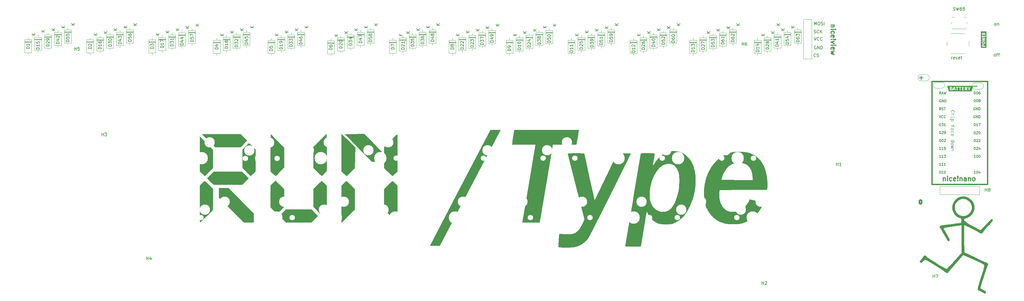
<source format=gto>
G04 #@! TF.GenerationSoftware,KiCad,Pcbnew,(6.0.10)*
G04 #@! TF.CreationDate,2023-09-30T09:28:11-05:00*
G04 #@! TF.ProjectId,RunTypeV3,52756e54-7970-4655-9633-2e6b69636164,rev?*
G04 #@! TF.SameCoordinates,Original*
G04 #@! TF.FileFunction,Legend,Top*
G04 #@! TF.FilePolarity,Positive*
%FSLAX46Y46*%
G04 Gerber Fmt 4.6, Leading zero omitted, Abs format (unit mm)*
G04 Created by KiCad (PCBNEW (6.0.10)) date 2023-09-30 09:28:11*
%MOMM*%
%LPD*%
G01*
G04 APERTURE LIST*
G04 Aperture macros list*
%AMRoundRect*
0 Rectangle with rounded corners*
0 $1 Rounding radius*
0 $2 $3 $4 $5 $6 $7 $8 $9 X,Y pos of 4 corners*
0 Add a 4 corners polygon primitive as box body*
4,1,4,$2,$3,$4,$5,$6,$7,$8,$9,$2,$3,0*
0 Add four circle primitives for the rounded corners*
1,1,$1+$1,$2,$3*
1,1,$1+$1,$4,$5*
1,1,$1+$1,$6,$7*
1,1,$1+$1,$8,$9*
0 Add four rect primitives between the rounded corners*
20,1,$1+$1,$2,$3,$4,$5,0*
20,1,$1+$1,$4,$5,$6,$7,0*
20,1,$1+$1,$6,$7,$8,$9,0*
20,1,$1+$1,$8,$9,$2,$3,0*%
G04 Aperture macros list end*
%ADD10C,0.000000*%
%ADD11C,0.150000*%
%ADD12C,0.300000*%
%ADD13C,0.280000*%
%ADD14C,0.120000*%
%ADD15C,0.381000*%
%ADD16C,1.752600*%
%ADD17C,0.250000*%
%ADD18R,1.600000X1.600000*%
%ADD19O,1.600000X1.600000*%
%ADD20C,1.397000*%
%ADD21C,0.750000*%
%ADD22R,1.550000X1.000000*%
%ADD23C,0.700000*%
%ADD24C,4.400000*%
%ADD25C,1.000000*%
%ADD26R,0.900000X0.900000*%
%ADD27R,1.250000X0.900000*%
%ADD28C,3.987800*%
%ADD29C,5.000000*%
%ADD30C,2.000000*%
%ADD31C,1.750000*%
%ADD32C,3.300000*%
%ADD33RoundRect,0.250000X0.350000X0.625000X-0.350000X0.625000X-0.350000X-0.625000X0.350000X-0.625000X0*%
%ADD34O,1.200000X1.750000*%
G04 APERTURE END LIST*
D10*
G36*
X113220140Y-51919933D02*
G01*
X113234237Y-52266620D01*
X113257718Y-53539926D01*
X113273261Y-55424421D01*
X113278882Y-57725635D01*
X113278882Y-63673466D01*
X112569802Y-64456634D01*
X112424012Y-64616293D01*
X112282562Y-64767519D01*
X112148803Y-64906839D01*
X112026082Y-65030779D01*
X111917747Y-65135868D01*
X111870021Y-65180258D01*
X111827148Y-65218633D01*
X111789546Y-65250559D01*
X111757634Y-65275601D01*
X111731830Y-65293326D01*
X111721349Y-65299309D01*
X111712552Y-65303300D01*
X111702325Y-65305785D01*
X111689523Y-65305320D01*
X111656307Y-65295652D01*
X111613139Y-65274511D01*
X111560251Y-65242115D01*
X111497875Y-65198681D01*
X111426243Y-65144426D01*
X111256145Y-65004321D01*
X111051816Y-64823536D01*
X110815117Y-64603808D01*
X110547907Y-64346873D01*
X110252048Y-64054467D01*
X108939717Y-62742134D01*
X108939717Y-56085219D01*
X111035218Y-53947384D01*
X111454437Y-53518221D01*
X111848977Y-53117584D01*
X112210030Y-52754154D01*
X112528791Y-52436613D01*
X112796454Y-52173642D01*
X113004215Y-51973923D01*
X113143266Y-51846138D01*
X113184274Y-51811934D01*
X113204802Y-51798969D01*
X113220140Y-51919933D01*
G37*
G36*
X96910437Y-66844084D02*
G01*
X96997750Y-66922549D01*
X97303344Y-67210945D01*
X97743875Y-67638247D01*
X98271718Y-68160799D01*
X99626385Y-69515466D01*
X99626385Y-75230467D01*
X98515134Y-76341716D01*
X97403885Y-77452967D01*
X95287218Y-75336300D01*
X95287218Y-68351300D01*
X96049219Y-67589300D01*
X96204930Y-67434560D01*
X96352332Y-67289990D01*
X96488075Y-67158814D01*
X96608812Y-67044258D01*
X96711194Y-66949545D01*
X96791871Y-66877901D01*
X96823024Y-66851737D01*
X96847495Y-66832550D01*
X96864866Y-66820742D01*
X96870758Y-66817731D01*
X96874717Y-66816716D01*
X96910437Y-66844084D01*
G37*
G36*
X85899803Y-73209049D02*
G01*
X89889718Y-77273048D01*
X89889718Y-80257550D01*
X86767635Y-80257550D01*
X82777719Y-76267631D01*
X78777219Y-72267134D01*
X78777219Y-69145051D01*
X81909885Y-69145051D01*
X85899803Y-73209049D01*
G37*
G36*
X109415966Y-77082549D02*
G01*
X110474302Y-78140883D01*
X109415966Y-79199216D01*
X108357634Y-80257550D01*
X100208468Y-80257550D01*
X99150135Y-79199216D01*
X98091801Y-78140883D01*
X100208468Y-76024216D01*
X108357634Y-76024216D01*
X109415966Y-77082549D01*
G37*
G36*
X119501886Y-53248883D02*
G01*
X120160366Y-53879750D01*
X120800987Y-54501686D01*
X121350327Y-55042263D01*
X121734963Y-55429050D01*
X122412302Y-56116967D01*
X122338218Y-59429549D01*
X122264133Y-62742134D01*
X120972965Y-64033299D01*
X120711958Y-64295857D01*
X120464470Y-64540308D01*
X120236082Y-64761442D01*
X120032373Y-64954050D01*
X119858927Y-65112925D01*
X119785295Y-65178083D01*
X119721322Y-65232855D01*
X119667705Y-65276589D01*
X119625142Y-65308634D01*
X119594330Y-65328338D01*
X119583548Y-65333359D01*
X119575966Y-65335051D01*
X119562151Y-65331028D01*
X119540847Y-65319238D01*
X119512505Y-65300099D01*
X119477574Y-65274031D01*
X119389745Y-65202779D01*
X119280957Y-65108832D01*
X119154804Y-64995536D01*
X119014885Y-64866242D01*
X118864796Y-64724297D01*
X118708133Y-64573051D01*
X117935547Y-63811051D01*
X117935547Y-51767217D01*
X119501886Y-53248883D01*
G37*
G36*
X95429948Y-51963008D02*
G01*
X95566518Y-52091993D01*
X96039957Y-52558322D01*
X96721756Y-53242932D01*
X97541468Y-54074385D01*
X99626385Y-56191052D01*
X99626385Y-62604549D01*
X98335219Y-63969801D01*
X98073757Y-64244203D01*
X97825069Y-64500125D01*
X97594985Y-64731987D01*
X97389333Y-64934207D01*
X97213943Y-65101204D01*
X97139418Y-65169750D01*
X97074644Y-65227398D01*
X97020350Y-65273450D01*
X96977265Y-65307207D01*
X96946117Y-65327973D01*
X96935247Y-65333267D01*
X96927635Y-65335051D01*
X96913819Y-65331028D01*
X96892515Y-65319238D01*
X96864174Y-65300099D01*
X96829243Y-65274031D01*
X96741414Y-65202779D01*
X96632625Y-65108832D01*
X96506473Y-64995536D01*
X96366554Y-64866242D01*
X96216465Y-64724297D01*
X96059802Y-64573051D01*
X95287218Y-63811051D01*
X95287218Y-57842049D01*
X95293006Y-55528930D01*
X95309708Y-53640467D01*
X95321841Y-52916253D01*
X95336331Y-52371129D01*
X95353053Y-52029402D01*
X95362213Y-51942410D01*
X95371884Y-51915383D01*
X95429948Y-51963008D01*
G37*
G36*
X193929455Y-58030256D02*
G01*
X194781456Y-58056858D01*
X195391860Y-58100080D01*
X195568249Y-58127807D01*
X195617552Y-58143179D01*
X195638381Y-58159549D01*
X196154311Y-60440259D01*
X197321120Y-65737218D01*
X198950960Y-73177299D01*
X199141463Y-72775133D01*
X202750380Y-65229217D01*
X206179378Y-58085468D01*
X208359542Y-58053716D01*
X208851275Y-58051257D01*
X209285088Y-58051898D01*
X209658626Y-58055764D01*
X209969531Y-58062978D01*
X210100760Y-58067879D01*
X210215448Y-58073664D01*
X210313299Y-58080349D01*
X210394020Y-58087948D01*
X210457316Y-58096477D01*
X210502891Y-58105952D01*
X210518942Y-58111049D01*
X210530453Y-58116388D01*
X210537386Y-58121971D01*
X210539705Y-58127801D01*
X208632063Y-62038342D01*
X204041539Y-71282883D01*
X201135257Y-77095283D01*
X198991969Y-81333082D01*
X198200557Y-82872977D01*
X197592823Y-84032989D01*
X197166412Y-84817707D01*
X196918966Y-85231718D01*
X196733117Y-85488898D01*
X196536974Y-85736389D01*
X196330910Y-85973928D01*
X196115295Y-86201250D01*
X195890503Y-86418092D01*
X195656904Y-86624190D01*
X195414872Y-86819282D01*
X195164779Y-87003102D01*
X194906995Y-87175389D01*
X194641895Y-87335878D01*
X194369848Y-87484305D01*
X194091229Y-87620408D01*
X193806408Y-87743922D01*
X193515758Y-87854584D01*
X193219651Y-87952131D01*
X192918459Y-88036298D01*
X192716993Y-88085778D01*
X192502302Y-88131011D01*
X192037897Y-88208608D01*
X191534548Y-88268842D01*
X191001556Y-88311465D01*
X190448225Y-88336229D01*
X189883857Y-88342884D01*
X189317754Y-88331185D01*
X188759218Y-88300881D01*
X188491761Y-88280190D01*
X188240798Y-88258382D01*
X188011911Y-88236326D01*
X187810682Y-88214891D01*
X187642691Y-88194944D01*
X187513521Y-88177354D01*
X187428752Y-88162989D01*
X187404762Y-88157287D01*
X187393966Y-88152717D01*
X187389190Y-87959033D01*
X187403390Y-87474391D01*
X187469369Y-86020174D01*
X187553206Y-84565958D01*
X187589731Y-84081315D01*
X187616210Y-83887632D01*
X187625757Y-83884397D01*
X187649924Y-83882589D01*
X187739076Y-83883003D01*
X188059388Y-83898216D01*
X188528529Y-83929305D01*
X189097881Y-83972300D01*
X189698001Y-84013021D01*
X190250575Y-84030673D01*
X190759151Y-84023273D01*
X190998049Y-84009558D01*
X191227280Y-83988836D01*
X191447286Y-83960858D01*
X191658512Y-83925377D01*
X191861401Y-83882144D01*
X192056398Y-83830912D01*
X192243945Y-83771433D01*
X192424487Y-83703457D01*
X192598467Y-83626738D01*
X192766329Y-83541028D01*
X192928517Y-83446078D01*
X193085476Y-83341639D01*
X193237647Y-83227466D01*
X193385476Y-83103308D01*
X193529405Y-82968918D01*
X193669880Y-82824048D01*
X193807342Y-82668451D01*
X193942238Y-82501877D01*
X194075009Y-82324079D01*
X194206100Y-82134809D01*
X194335955Y-81933819D01*
X194465017Y-81720861D01*
X194722538Y-81258047D01*
X194982213Y-80744384D01*
X195128108Y-80447844D01*
X195262344Y-80165938D01*
X195382192Y-79905365D01*
X195484924Y-79672821D01*
X195567811Y-79475003D01*
X195628126Y-79318610D01*
X195648965Y-79258040D01*
X195663139Y-79210337D01*
X195670305Y-79176339D01*
X195671153Y-79164741D01*
X195670122Y-79156882D01*
X192950208Y-68562966D01*
X190325539Y-58159549D01*
X190340600Y-58142278D01*
X190384507Y-58126179D01*
X190551220Y-58097476D01*
X191146739Y-58053882D01*
X191989810Y-58028395D01*
X192958144Y-58020644D01*
X193929455Y-58030256D01*
G37*
G36*
X134300613Y-66926574D02*
G01*
X134321917Y-66938364D01*
X134350259Y-66957502D01*
X134385190Y-66983571D01*
X134473019Y-67054822D01*
X134581809Y-67148770D01*
X134707962Y-67262065D01*
X134847882Y-67391359D01*
X134997972Y-67533303D01*
X135154635Y-67684549D01*
X135927216Y-68446549D01*
X135927216Y-74352051D01*
X135921594Y-76645491D01*
X135906049Y-78523206D01*
X135882567Y-79791718D01*
X135868469Y-80137061D01*
X135860940Y-80226924D01*
X135853132Y-80257550D01*
X135834348Y-80246693D01*
X135794635Y-80214845D01*
X135657011Y-80092516D01*
X135181092Y-79643716D01*
X134498797Y-78980603D01*
X133683547Y-78172631D01*
X131588047Y-76077133D01*
X131588047Y-69515466D01*
X132879215Y-68224300D01*
X133143716Y-67961743D01*
X133393831Y-67717293D01*
X133624101Y-67496159D01*
X133829071Y-67303551D01*
X134003282Y-67144677D01*
X134077148Y-67079518D01*
X134141278Y-67024746D01*
X134194990Y-66981013D01*
X134237602Y-66948968D01*
X134268432Y-66929264D01*
X134279215Y-66924243D01*
X134286797Y-66922551D01*
X134300613Y-66926574D01*
G37*
G36*
X87296802Y-65017550D02*
G01*
X88355136Y-66075883D01*
X87296802Y-67134216D01*
X86238469Y-68192550D01*
X77030969Y-68192550D01*
X75972636Y-67134216D01*
X74914303Y-66075883D01*
X75972636Y-65017550D01*
X77030969Y-63959218D01*
X86238469Y-63959218D01*
X87296802Y-65017550D01*
G37*
G36*
X74755553Y-54751718D02*
G01*
X76861636Y-56921302D01*
X76872219Y-59831717D01*
X76872219Y-62742134D01*
X75549303Y-64065051D01*
X74226386Y-65387967D01*
X73432636Y-64594217D01*
X72638886Y-63811051D01*
X72638886Y-58191301D01*
X72649470Y-52582135D01*
X74755553Y-54751718D01*
G37*
G36*
X213726297Y-58079641D02*
G01*
X213760287Y-58074078D01*
X213890821Y-58063804D01*
X214369551Y-58047103D01*
X215076484Y-58036355D01*
X215937206Y-58032552D01*
X216288311Y-58032825D01*
X216600921Y-58033750D01*
X216877223Y-58035482D01*
X217119402Y-58038174D01*
X217329645Y-58041982D01*
X217423474Y-58044353D01*
X217510138Y-58047062D01*
X217589911Y-58050127D01*
X217663066Y-58053568D01*
X217729876Y-58057404D01*
X217790616Y-58061655D01*
X217845557Y-58066340D01*
X217894973Y-58071479D01*
X217939137Y-58077090D01*
X217978323Y-58083194D01*
X218012804Y-58089809D01*
X218042853Y-58096955D01*
X218068744Y-58104652D01*
X218090749Y-58112918D01*
X218100379Y-58117271D01*
X218109141Y-58121773D01*
X218117069Y-58126428D01*
X218124195Y-58131238D01*
X218130556Y-58136204D01*
X218136184Y-58141329D01*
X218141113Y-58146617D01*
X218145379Y-58152068D01*
X218149016Y-58157687D01*
X218152056Y-58163474D01*
X218154535Y-58169433D01*
X218156487Y-58175566D01*
X218158945Y-58188363D01*
X218159704Y-58201885D01*
X218139881Y-58377957D01*
X218086449Y-58749242D01*
X217914969Y-59850239D01*
X217717693Y-61050455D01*
X217567046Y-61895467D01*
X217559749Y-61932274D01*
X217557785Y-61959236D01*
X217558842Y-61968972D01*
X217561278Y-61976183D01*
X217565110Y-61980848D01*
X217570352Y-61982945D01*
X217577020Y-61982453D01*
X217585131Y-61979351D01*
X217605739Y-61965231D01*
X217632300Y-61940413D01*
X217664938Y-61904728D01*
X217703777Y-61858004D01*
X217748941Y-61800072D01*
X217858742Y-61649901D01*
X217995332Y-61452848D01*
X218159704Y-61207551D01*
X218444223Y-60792809D01*
X218734246Y-60401833D01*
X219029819Y-60034576D01*
X219330987Y-59690992D01*
X219637798Y-59371035D01*
X219950299Y-59074658D01*
X220268535Y-58801814D01*
X220592554Y-58552457D01*
X220922401Y-58326541D01*
X221258124Y-58124019D01*
X221599769Y-57944843D01*
X221947382Y-57788969D01*
X222301011Y-57656349D01*
X222660701Y-57546937D01*
X223026499Y-57460687D01*
X223398452Y-57397551D01*
X223533923Y-57381304D01*
X223674076Y-57368282D01*
X223966319Y-57351911D01*
X224270963Y-57348438D01*
X224583792Y-57357864D01*
X224900588Y-57380188D01*
X225217136Y-57415410D01*
X225529219Y-57463530D01*
X225682268Y-57492428D01*
X225832619Y-57524549D01*
X226264748Y-57641013D01*
X226687140Y-57794963D01*
X227098494Y-57984941D01*
X227497509Y-58209490D01*
X227882880Y-58467154D01*
X228253307Y-58756475D01*
X228607486Y-59075996D01*
X228944117Y-59424258D01*
X229261896Y-59799807D01*
X229559521Y-60201183D01*
X229835691Y-60626929D01*
X230089102Y-61075589D01*
X230318453Y-61545705D01*
X230522442Y-62035820D01*
X230699766Y-62544477D01*
X230849123Y-63070218D01*
X230967955Y-63596015D01*
X231066540Y-64143764D01*
X231144970Y-64710861D01*
X231203340Y-65294702D01*
X231241741Y-65892681D01*
X231260268Y-66502194D01*
X231259013Y-67120636D01*
X231238069Y-67745405D01*
X231197529Y-68373893D01*
X231137486Y-69003498D01*
X231058034Y-69631615D01*
X230959265Y-70255639D01*
X230841273Y-70872965D01*
X230704150Y-71480990D01*
X230547989Y-72077109D01*
X230372884Y-72658717D01*
X230287382Y-72918502D01*
X230190423Y-73192162D01*
X229966911Y-73771124D01*
X229711897Y-74375636D01*
X229434931Y-74985728D01*
X229145562Y-75581433D01*
X228853341Y-76142783D01*
X228567816Y-76649811D01*
X228430549Y-76876715D01*
X228298537Y-77082549D01*
X228093452Y-77381177D01*
X227875763Y-77673232D01*
X227646509Y-77957845D01*
X227406729Y-78234149D01*
X227157461Y-78501275D01*
X226899744Y-78758355D01*
X226634616Y-79004521D01*
X226363117Y-79238904D01*
X226086285Y-79460637D01*
X225805158Y-79668852D01*
X225520775Y-79862680D01*
X225234176Y-80041253D01*
X224946398Y-80203703D01*
X224658480Y-80349162D01*
X224371460Y-80476762D01*
X224086379Y-80585634D01*
X223872172Y-80660358D01*
X223670489Y-80719083D01*
X223568957Y-80743028D01*
X223464091Y-80763670D01*
X223353738Y-80781242D01*
X223235741Y-80795978D01*
X222968199Y-80817867D01*
X222644226Y-80831200D01*
X222246585Y-80837835D01*
X221758037Y-80839633D01*
X221269449Y-80837855D01*
X220871522Y-80831365D01*
X220701091Y-80825810D01*
X220546768Y-80818426D01*
X220406366Y-80808995D01*
X220277701Y-80797301D01*
X220158584Y-80783126D01*
X220046832Y-80766254D01*
X219940258Y-80746467D01*
X219836675Y-80723548D01*
X219733899Y-80697281D01*
X219629743Y-80667448D01*
X219522021Y-80633833D01*
X219408547Y-80596217D01*
X219138534Y-80494626D01*
X218872661Y-80376820D01*
X218611594Y-80243448D01*
X218356000Y-80095162D01*
X218106545Y-79932614D01*
X217863896Y-79756454D01*
X217628720Y-79567333D01*
X217401682Y-79365904D01*
X217183451Y-79152816D01*
X216974691Y-78928721D01*
X216776071Y-78694270D01*
X216588256Y-78450115D01*
X216411913Y-78196905D01*
X216247708Y-77935293D01*
X216096309Y-77665930D01*
X215958382Y-77389466D01*
X215899553Y-77265402D01*
X215842956Y-77149027D01*
X215789832Y-77043069D01*
X215741420Y-76950258D01*
X215719370Y-76909635D01*
X215698962Y-76873322D01*
X215680353Y-76841660D01*
X215663698Y-76814989D01*
X215649151Y-76793652D01*
X215636867Y-76777989D01*
X215631623Y-76772392D01*
X215627002Y-76768341D01*
X215623025Y-76765879D01*
X215619710Y-76765049D01*
X215590112Y-76873528D01*
X215527772Y-77184413D01*
X215320736Y-78326091D01*
X215030355Y-80015456D01*
X214688381Y-82077884D01*
X213757042Y-87697631D01*
X213693551Y-87983381D01*
X211217040Y-87983381D01*
X210694345Y-87981459D01*
X210218405Y-87975940D01*
X209796291Y-87967197D01*
X209435072Y-87955602D01*
X209141818Y-87941525D01*
X208923598Y-87925341D01*
X208844835Y-87916574D01*
X208787482Y-87907420D01*
X208752422Y-87897924D01*
X208743528Y-87893063D01*
X208740538Y-87888134D01*
X211227623Y-72965633D01*
X211450589Y-71631634D01*
X216586358Y-71631634D01*
X216591558Y-71900189D01*
X216602526Y-72155163D01*
X216619400Y-72397750D01*
X216642321Y-72629145D01*
X216671427Y-72850540D01*
X216706858Y-73063129D01*
X216748755Y-73268106D01*
X216797256Y-73466665D01*
X216852500Y-73660000D01*
X216914628Y-73849304D01*
X216983779Y-74035771D01*
X217060091Y-74220594D01*
X217143706Y-74404968D01*
X217229900Y-74573252D01*
X217321783Y-74736730D01*
X217419340Y-74895308D01*
X217522555Y-75048896D01*
X217631414Y-75197398D01*
X217745901Y-75340722D01*
X217866000Y-75478776D01*
X217991695Y-75611466D01*
X218122972Y-75738698D01*
X218259814Y-75860381D01*
X218402206Y-75976421D01*
X218550133Y-76086724D01*
X218703579Y-76191199D01*
X218862529Y-76289751D01*
X219026967Y-76382289D01*
X219196877Y-76468718D01*
X219414890Y-76574882D01*
X219511300Y-76618848D01*
X219601525Y-76657233D01*
X219687223Y-76690410D01*
X219770052Y-76718749D01*
X219851673Y-76742623D01*
X219933743Y-76762405D01*
X220017921Y-76778466D01*
X220105866Y-76791178D01*
X220199238Y-76800914D01*
X220299694Y-76808045D01*
X220408893Y-76812944D01*
X220528495Y-76815982D01*
X220805541Y-76817967D01*
X221070683Y-76812137D01*
X221186752Y-76807409D01*
X221293534Y-76801099D01*
X221392317Y-76792929D01*
X221484387Y-76782619D01*
X221571031Y-76769891D01*
X221653536Y-76754466D01*
X221733188Y-76736064D01*
X221811274Y-76714406D01*
X221889082Y-76689214D01*
X221967897Y-76660208D01*
X222049007Y-76627109D01*
X222133699Y-76589639D01*
X222223258Y-76547517D01*
X222318972Y-76500466D01*
X222606544Y-76339055D01*
X222885713Y-76144809D01*
X223156264Y-75918130D01*
X223417977Y-75659423D01*
X223670638Y-75369089D01*
X223914027Y-75047533D01*
X224147929Y-74695156D01*
X224372126Y-74312363D01*
X224586402Y-73899556D01*
X224790538Y-73457139D01*
X224984319Y-72985514D01*
X225167527Y-72485084D01*
X225339944Y-71956254D01*
X225501354Y-71399425D01*
X225651540Y-70815001D01*
X225790285Y-70203384D01*
X225846461Y-69908857D01*
X225895893Y-69580517D01*
X225938534Y-69223746D01*
X225974339Y-68843921D01*
X226025252Y-68036632D01*
X226048260Y-67201685D01*
X226042991Y-66382117D01*
X226009074Y-65620965D01*
X225981255Y-65275743D01*
X225946135Y-64961264D01*
X225903667Y-64682906D01*
X225853805Y-64446049D01*
X225777329Y-64166064D01*
X225690995Y-63897845D01*
X225595112Y-63641750D01*
X225489989Y-63398134D01*
X225375938Y-63167355D01*
X225253267Y-62949769D01*
X225122287Y-62745732D01*
X224983307Y-62555602D01*
X224910915Y-62465863D01*
X224836639Y-62379734D01*
X224760518Y-62297260D01*
X224682591Y-62218486D01*
X224602897Y-62143455D01*
X224521475Y-62072213D01*
X224438362Y-62004804D01*
X224353599Y-61941273D01*
X224267223Y-61881664D01*
X224179274Y-61826022D01*
X224089790Y-61774391D01*
X223998810Y-61726816D01*
X223906373Y-61683342D01*
X223812517Y-61644013D01*
X223717282Y-61608873D01*
X223620705Y-61577968D01*
X223484714Y-61539270D01*
X223350336Y-61506509D01*
X223217197Y-61479671D01*
X223084926Y-61458739D01*
X222953152Y-61443699D01*
X222821501Y-61434534D01*
X222689601Y-61431229D01*
X222557082Y-61433769D01*
X222423570Y-61442137D01*
X222288695Y-61456320D01*
X222152083Y-61476301D01*
X222013362Y-61502064D01*
X221872162Y-61533594D01*
X221728109Y-61570876D01*
X221580832Y-61613894D01*
X221429958Y-61662632D01*
X221171453Y-61759906D01*
X220919645Y-61873286D01*
X220674286Y-62003007D01*
X220435128Y-62149300D01*
X220201923Y-62312399D01*
X219974424Y-62492535D01*
X219752381Y-62689942D01*
X219535547Y-62904852D01*
X219323673Y-63137496D01*
X219116513Y-63388109D01*
X218913817Y-63656922D01*
X218715338Y-63944168D01*
X218520827Y-64250080D01*
X218330037Y-64574890D01*
X218142719Y-64918830D01*
X217958626Y-65282134D01*
X217796095Y-65620072D01*
X217645610Y-65952150D01*
X217506815Y-66279701D01*
X217379352Y-66604058D01*
X217262866Y-66926555D01*
X217156999Y-67248525D01*
X217061395Y-67571301D01*
X216975698Y-67896216D01*
X216899551Y-68224604D01*
X216832597Y-68557799D01*
X216774480Y-68897132D01*
X216724843Y-69243938D01*
X216683330Y-69599549D01*
X216649584Y-69965299D01*
X216623248Y-70342522D01*
X216603966Y-70732550D01*
X216592701Y-71049009D01*
X216586786Y-71348306D01*
X216586358Y-71631634D01*
X211450589Y-71631634D01*
X213714708Y-58085468D01*
X213726297Y-58079641D01*
G37*
G36*
X119592586Y-66929261D02*
G01*
X119622103Y-66948947D01*
X119716857Y-67024581D01*
X119854276Y-67144119D01*
X120028404Y-67302228D01*
X120233291Y-67493575D01*
X120462982Y-67712828D01*
X120711524Y-67954653D01*
X120972965Y-68213717D01*
X122274717Y-69515466D01*
X122274717Y-76077133D01*
X120105132Y-78246715D01*
X117935547Y-80416300D01*
X117935547Y-68457133D01*
X118697550Y-67695135D01*
X118854233Y-67540395D01*
X119004467Y-67395825D01*
X119144779Y-67264649D01*
X119271696Y-67150093D01*
X119329046Y-67100055D01*
X119381746Y-67055380D01*
X119429360Y-67016473D01*
X119471456Y-66983736D01*
X119507598Y-66957572D01*
X119537354Y-66938385D01*
X119560288Y-66926577D01*
X119569061Y-66923566D01*
X119575966Y-66922551D01*
X119592586Y-66929261D01*
G37*
G36*
X187610587Y-50524007D02*
G01*
X190891749Y-50539551D01*
X193109287Y-50563032D01*
X193713157Y-50577129D01*
X193923873Y-50592467D01*
X193893943Y-50809756D01*
X193811429Y-51330654D01*
X193687244Y-52077771D01*
X193532302Y-52973716D01*
X193140703Y-55280885D01*
X185605382Y-55280885D01*
X183562795Y-67472884D01*
X181467299Y-79961217D01*
X181414382Y-80257550D01*
X175815795Y-80257550D01*
X175879296Y-79908301D01*
X177974801Y-67451717D01*
X180006795Y-55333801D01*
X176239135Y-55302050D01*
X172471456Y-55280885D01*
X172831295Y-53132466D01*
X172970038Y-52284147D01*
X173091912Y-51552905D01*
X173184019Y-51016132D01*
X173233458Y-50751216D01*
X173286376Y-50518385D01*
X183605129Y-50518385D01*
X187610587Y-50524007D01*
G37*
G36*
X135861379Y-52015678D02*
G01*
X135878102Y-52363853D01*
X135904726Y-53643113D01*
X135921428Y-55537529D01*
X135927216Y-57852633D01*
X135927216Y-63811051D01*
X135154635Y-64573051D01*
X134997972Y-64724297D01*
X134847882Y-64866242D01*
X134707962Y-64995536D01*
X134581809Y-65108832D01*
X134473019Y-65202779D01*
X134426260Y-65241452D01*
X134385190Y-65274031D01*
X134350259Y-65300099D01*
X134321917Y-65319238D01*
X134300613Y-65331028D01*
X134292741Y-65334036D01*
X134286797Y-65335051D01*
X134270178Y-65328340D01*
X134240660Y-65308654D01*
X134145907Y-65233021D01*
X134008489Y-65113483D01*
X133834361Y-64955373D01*
X133629474Y-64764026D01*
X133399783Y-64544773D01*
X133151240Y-64302947D01*
X132889798Y-64043882D01*
X131588047Y-62742134D01*
X131588047Y-56074635D01*
X133672968Y-53989717D01*
X134095660Y-53568471D01*
X134492679Y-53175627D01*
X134855220Y-52819742D01*
X135174476Y-52509374D01*
X135441643Y-52253080D01*
X135647914Y-52059417D01*
X135784484Y-51936944D01*
X135823880Y-51905078D01*
X135842548Y-51894218D01*
X135861379Y-52015678D01*
G37*
G36*
X128084969Y-54688217D02*
G01*
X130847216Y-57588049D01*
X130773131Y-59186133D01*
X130709635Y-60784217D01*
X127682801Y-60784217D01*
X123385965Y-56360382D01*
X119078551Y-51947135D01*
X121226964Y-51894218D01*
X124349054Y-51809550D01*
X125312134Y-51788385D01*
X128084969Y-54688217D01*
G37*
G36*
X168111129Y-52127049D02*
G01*
X158374468Y-70732550D01*
X149484468Y-87718798D01*
X147886379Y-87750548D01*
X147646941Y-87754006D01*
X147431874Y-87756378D01*
X147239999Y-87757571D01*
X147070139Y-87757494D01*
X146921114Y-87756052D01*
X146791748Y-87753153D01*
X146734068Y-87751128D01*
X146680861Y-87748704D01*
X146631979Y-87745869D01*
X146587275Y-87742612D01*
X146546602Y-87738920D01*
X146509813Y-87734783D01*
X146476759Y-87730188D01*
X146447295Y-87725124D01*
X146421272Y-87719580D01*
X146398544Y-87713544D01*
X146378963Y-87707004D01*
X146362381Y-87699948D01*
X146348652Y-87692365D01*
X146337629Y-87684244D01*
X146333085Y-87679978D01*
X146329163Y-87675572D01*
X146325843Y-87671026D01*
X146323108Y-87666338D01*
X146320938Y-87661507D01*
X146319316Y-87656531D01*
X146318223Y-87651409D01*
X146317641Y-87646138D01*
X146317934Y-87635149D01*
X146320049Y-87623551D01*
X155982625Y-68996882D01*
X165613460Y-50518385D01*
X168957799Y-50518385D01*
X168111129Y-52127049D01*
G37*
G36*
X88417500Y-54757085D02*
G01*
X88437507Y-54772823D01*
X88506774Y-54833243D01*
X88745395Y-55054666D01*
X89085220Y-55381260D01*
X89487551Y-55778300D01*
X90524718Y-56815468D01*
X90524718Y-63811051D01*
X89730967Y-64594217D01*
X88937219Y-65387967D01*
X87614301Y-64065051D01*
X86291385Y-62742134D01*
X86291385Y-56815468D01*
X87317968Y-55788884D01*
X87527589Y-55580235D01*
X87724931Y-55385725D01*
X87905653Y-55209571D01*
X88065416Y-55055989D01*
X88199878Y-54929195D01*
X88304698Y-54833408D01*
X88344636Y-54798459D01*
X88375536Y-54772843D01*
X88396855Y-54757087D01*
X88403753Y-54753071D01*
X88408051Y-54751718D01*
X88417500Y-54757085D01*
G37*
G36*
X313335884Y-75177817D02*
G01*
X313352020Y-75048225D01*
X313374277Y-74917871D01*
X313402464Y-74787029D01*
X313436390Y-74655973D01*
X313475861Y-74524974D01*
X313520687Y-74394306D01*
X313570675Y-74264244D01*
X313625634Y-74135059D01*
X313749696Y-73880415D01*
X313891339Y-73632562D01*
X314049027Y-73393685D01*
X314221225Y-73165971D01*
X314406400Y-72951604D01*
X314503374Y-72850109D01*
X314603016Y-72752771D01*
X314705135Y-72659863D01*
X314809538Y-72571658D01*
X314916035Y-72488430D01*
X315024432Y-72410451D01*
X315134539Y-72337995D01*
X315246163Y-72271336D01*
X315359112Y-72210745D01*
X315473195Y-72156498D01*
X315588220Y-72108866D01*
X315703995Y-72068123D01*
X315958654Y-71996313D01*
X316210569Y-71941619D01*
X316459600Y-71904040D01*
X316705608Y-71883576D01*
X316948454Y-71880227D01*
X317187997Y-71893993D01*
X317424099Y-71924875D01*
X317656620Y-71972872D01*
X317885420Y-72037985D01*
X318110359Y-72120212D01*
X318331299Y-72219555D01*
X318548100Y-72336013D01*
X318760622Y-72469587D01*
X318968725Y-72620275D01*
X319172271Y-72788079D01*
X319371119Y-72972998D01*
X319508994Y-73110334D01*
X319636964Y-73248670D01*
X319755166Y-73388262D01*
X319863741Y-73529366D01*
X319962828Y-73672237D01*
X320052567Y-73817131D01*
X320133097Y-73964304D01*
X320204558Y-74114012D01*
X320267089Y-74266511D01*
X320320830Y-74422056D01*
X320365920Y-74580903D01*
X320402499Y-74743308D01*
X320430707Y-74909526D01*
X320450682Y-75079815D01*
X320462565Y-75254428D01*
X320466495Y-75433623D01*
X320463446Y-75573262D01*
X320454380Y-75712276D01*
X320439418Y-75850506D01*
X320418684Y-75987790D01*
X320392299Y-76123970D01*
X320360385Y-76258886D01*
X320323065Y-76392377D01*
X320280460Y-76524284D01*
X320232693Y-76654447D01*
X320179885Y-76782707D01*
X320122159Y-76908902D01*
X320059636Y-77032874D01*
X319992440Y-77154462D01*
X319920691Y-77273506D01*
X319844513Y-77389847D01*
X319764026Y-77503325D01*
X319679354Y-77613780D01*
X319590618Y-77721052D01*
X319497941Y-77824982D01*
X319401444Y-77925408D01*
X319301249Y-78022172D01*
X319197479Y-78115114D01*
X319090256Y-78204073D01*
X318979702Y-78288890D01*
X318865938Y-78369405D01*
X318749088Y-78445458D01*
X318629273Y-78516889D01*
X318506614Y-78583539D01*
X318381235Y-78645247D01*
X318253258Y-78701853D01*
X318122804Y-78753198D01*
X317989995Y-78799122D01*
X317862642Y-78839565D01*
X317748056Y-78877846D01*
X317645609Y-78914405D01*
X317554672Y-78949686D01*
X317513325Y-78966985D01*
X317474619Y-78984130D01*
X317438478Y-79001176D01*
X317404821Y-79018178D01*
X317373572Y-79035192D01*
X317344651Y-79052273D01*
X317317979Y-79069476D01*
X317293479Y-79086856D01*
X317271072Y-79104469D01*
X317250680Y-79122370D01*
X317232223Y-79140613D01*
X317215624Y-79159255D01*
X317200803Y-79178350D01*
X317187684Y-79197954D01*
X317176186Y-79218122D01*
X317166232Y-79238909D01*
X317157742Y-79260371D01*
X317150640Y-79282562D01*
X317144845Y-79305537D01*
X317140280Y-79329353D01*
X317136866Y-79354064D01*
X317134524Y-79379726D01*
X317133177Y-79406393D01*
X317132745Y-79434122D01*
X317133023Y-79453326D01*
X317133846Y-79472232D01*
X317135205Y-79490817D01*
X317137086Y-79509063D01*
X317139480Y-79526948D01*
X317142373Y-79544452D01*
X317145754Y-79561556D01*
X317149613Y-79578237D01*
X317153936Y-79594477D01*
X317158713Y-79610255D01*
X317163931Y-79625550D01*
X317169580Y-79640342D01*
X317175648Y-79654611D01*
X317182122Y-79668336D01*
X317188992Y-79681498D01*
X317196245Y-79694075D01*
X317203871Y-79706048D01*
X317211857Y-79717396D01*
X317220192Y-79728098D01*
X317228864Y-79738135D01*
X317237861Y-79747485D01*
X317247172Y-79756130D01*
X317256786Y-79764047D01*
X317266691Y-79771218D01*
X317276874Y-79777621D01*
X317287325Y-79783236D01*
X317298032Y-79788044D01*
X317308983Y-79792023D01*
X317320166Y-79795153D01*
X317331570Y-79797414D01*
X317343184Y-79798785D01*
X317354995Y-79799247D01*
X317367221Y-79799754D01*
X317380064Y-79801259D01*
X317393487Y-79803734D01*
X317407457Y-79807154D01*
X317436898Y-79816723D01*
X317468105Y-79829757D01*
X317500801Y-79846046D01*
X317534706Y-79865382D01*
X317569541Y-79887555D01*
X317605027Y-79912356D01*
X317640885Y-79939575D01*
X317676836Y-79969003D01*
X317712602Y-80000431D01*
X317747902Y-80033650D01*
X317782458Y-80068450D01*
X317815990Y-80104623D01*
X317848221Y-80141958D01*
X317878870Y-80180246D01*
X317919224Y-80224030D01*
X317979949Y-80277512D01*
X318157675Y-80410682D01*
X318402373Y-80573990D01*
X318704370Y-80761669D01*
X319053992Y-80967950D01*
X319441565Y-81187069D01*
X319857415Y-81413256D01*
X320291869Y-81640745D01*
X322419119Y-82720246D01*
X324181246Y-80846996D01*
X324475968Y-80535814D01*
X324736716Y-80261792D01*
X324965977Y-80023024D01*
X325166240Y-79817602D01*
X325256274Y-79726801D01*
X325339993Y-79643621D01*
X325417705Y-79567824D01*
X325489724Y-79499172D01*
X325556359Y-79437427D01*
X325617921Y-79382350D01*
X325674723Y-79333702D01*
X325727074Y-79291247D01*
X325775285Y-79254744D01*
X325819669Y-79223956D01*
X325860535Y-79198645D01*
X325879746Y-79187968D01*
X325898195Y-79178571D01*
X325915920Y-79170424D01*
X325932960Y-79163498D01*
X325949353Y-79157761D01*
X325965140Y-79153185D01*
X325980359Y-79149740D01*
X325995048Y-79147396D01*
X326009246Y-79146123D01*
X326022993Y-79145891D01*
X326036327Y-79146671D01*
X326049287Y-79148432D01*
X326061913Y-79151146D01*
X326074242Y-79154782D01*
X326086314Y-79159310D01*
X326098167Y-79164701D01*
X326109841Y-79170924D01*
X326121374Y-79177951D01*
X326144175Y-79194294D01*
X326166879Y-79213491D01*
X326189799Y-79235304D01*
X326213244Y-79259496D01*
X326256885Y-79305842D01*
X326291503Y-79351211D01*
X326315517Y-79397976D01*
X326323054Y-79422623D01*
X326327346Y-79448508D01*
X326328197Y-79475928D01*
X326325408Y-79505179D01*
X326308123Y-79570361D01*
X326273908Y-79646426D01*
X326221182Y-79735746D01*
X326148365Y-79840694D01*
X326053875Y-79963640D01*
X325936130Y-80106956D01*
X325793549Y-80273016D01*
X325427556Y-80682851D01*
X324943244Y-81212122D01*
X324626643Y-81557434D01*
X324324367Y-81896979D01*
X324043300Y-82222013D01*
X323790323Y-82523793D01*
X323572321Y-82793575D01*
X323396177Y-83022616D01*
X323325952Y-83119125D01*
X323268773Y-83202170D01*
X323225501Y-83270659D01*
X323196994Y-83323496D01*
X323176775Y-83368468D01*
X323154862Y-83411103D01*
X323131326Y-83451390D01*
X323106241Y-83489316D01*
X323079679Y-83524870D01*
X323051713Y-83558040D01*
X323022416Y-83588815D01*
X322991861Y-83617184D01*
X322960119Y-83643134D01*
X322927264Y-83666654D01*
X322893368Y-83687732D01*
X322858504Y-83706357D01*
X322822746Y-83722517D01*
X322786164Y-83736200D01*
X322748832Y-83747395D01*
X322710824Y-83756090D01*
X322672210Y-83762274D01*
X322633065Y-83765935D01*
X322593460Y-83767061D01*
X322553469Y-83765640D01*
X322513163Y-83761662D01*
X322472617Y-83755114D01*
X322431902Y-83745984D01*
X322391091Y-83734262D01*
X322350256Y-83719936D01*
X322309471Y-83702993D01*
X322268809Y-83683422D01*
X322228341Y-83661212D01*
X322188140Y-83636351D01*
X322148279Y-83608828D01*
X322108832Y-83578630D01*
X322069869Y-83545746D01*
X321973290Y-83478692D01*
X321792832Y-83370966D01*
X321228743Y-83058334D01*
X320474525Y-82657521D01*
X319627104Y-82218199D01*
X318783404Y-81790040D01*
X318040349Y-81422713D01*
X317494863Y-81165892D01*
X317326497Y-81094443D01*
X317243870Y-81069247D01*
X317232340Y-81091943D01*
X317221577Y-81158544D01*
X317202446Y-81414528D01*
X317174416Y-82355122D01*
X317161270Y-83748153D01*
X317164496Y-85450746D01*
X317212120Y-89832245D01*
X320529994Y-91403872D01*
X321200993Y-91722085D01*
X321834970Y-92017788D01*
X322417229Y-92284841D01*
X322933073Y-92517106D01*
X323367806Y-92708442D01*
X323706731Y-92852712D01*
X323935151Y-92943777D01*
X324003328Y-92967438D01*
X324038369Y-92975495D01*
X324060828Y-92976960D01*
X324086335Y-92981263D01*
X324114585Y-92988262D01*
X324145277Y-92997819D01*
X324178108Y-93009795D01*
X324212777Y-93024050D01*
X324248980Y-93040444D01*
X324286416Y-93058839D01*
X324324781Y-93079093D01*
X324363775Y-93101068D01*
X324403095Y-93124625D01*
X324442437Y-93149623D01*
X324481501Y-93175924D01*
X324519983Y-93203388D01*
X324557581Y-93231874D01*
X324593993Y-93261245D01*
X324655408Y-93311843D01*
X324708777Y-93357209D01*
X324754240Y-93398435D01*
X324791935Y-93436615D01*
X324807914Y-93454904D01*
X324822003Y-93472842D01*
X324834220Y-93490564D01*
X324844583Y-93508208D01*
X324853109Y-93525910D01*
X324859815Y-93543807D01*
X324864719Y-93562035D01*
X324867838Y-93580731D01*
X324869189Y-93600031D01*
X324868791Y-93620073D01*
X324866660Y-93640993D01*
X324862815Y-93662927D01*
X324857272Y-93686013D01*
X324850048Y-93710386D01*
X324830631Y-93763541D01*
X324804702Y-93823487D01*
X324772402Y-93891317D01*
X324689245Y-94054997D01*
X324521286Y-94485140D01*
X324226637Y-95335166D01*
X323441072Y-97724105D01*
X322700156Y-100080302D01*
X322461318Y-100889400D01*
X322371494Y-101262246D01*
X322372739Y-101268797D01*
X322376431Y-101276520D01*
X322390903Y-101295329D01*
X322414398Y-101318371D01*
X322446404Y-101345342D01*
X322533902Y-101409866D01*
X322649306Y-101486481D01*
X322788523Y-101572770D01*
X322947459Y-101666315D01*
X323122023Y-101764696D01*
X323308121Y-101865495D01*
X323465103Y-101950125D01*
X323603296Y-102026105D01*
X323723630Y-102094458D01*
X323827034Y-102156206D01*
X323872679Y-102184923D01*
X323914440Y-102212373D01*
X323952433Y-102238683D01*
X323986776Y-102263982D01*
X324017584Y-102288397D01*
X324044974Y-102312056D01*
X324069062Y-102335088D01*
X324089963Y-102357619D01*
X324107796Y-102379779D01*
X324122675Y-102401694D01*
X324134717Y-102423493D01*
X324144038Y-102445304D01*
X324150754Y-102467254D01*
X324154983Y-102489471D01*
X324156839Y-102512084D01*
X324156440Y-102535221D01*
X324153901Y-102559008D01*
X324149339Y-102583574D01*
X324142871Y-102609048D01*
X324134612Y-102635556D01*
X324124678Y-102663227D01*
X324113187Y-102692188D01*
X324085994Y-102754495D01*
X323911368Y-103119619D01*
X322673122Y-102484619D01*
X322473661Y-102380064D01*
X322297082Y-102285903D01*
X322142083Y-102200998D01*
X322007363Y-102124208D01*
X321947200Y-102088500D01*
X321891618Y-102054395D01*
X321840454Y-102021748D01*
X321793546Y-101990418D01*
X321750731Y-101960263D01*
X321711845Y-101931139D01*
X321676727Y-101902905D01*
X321645214Y-101875418D01*
X321617142Y-101848535D01*
X321592349Y-101822115D01*
X321570672Y-101796014D01*
X321551948Y-101770091D01*
X321536015Y-101744203D01*
X321522709Y-101718207D01*
X321511869Y-101691961D01*
X321503330Y-101665322D01*
X321496932Y-101638149D01*
X321492509Y-101610298D01*
X321489901Y-101581628D01*
X321488943Y-101551995D01*
X321489474Y-101521258D01*
X321491331Y-101489274D01*
X321498369Y-101420995D01*
X321531793Y-101266555D01*
X321605029Y-100992122D01*
X321851588Y-100145042D01*
X322199350Y-99003283D01*
X322609619Y-97690371D01*
X323011952Y-96385148D01*
X323339870Y-95285308D01*
X323465691Y-94848683D01*
X323560631Y-94506937D01*
X323620596Y-94274580D01*
X323636185Y-94203956D01*
X323641494Y-94166122D01*
X323641171Y-94155476D01*
X323640211Y-94144394D01*
X323636440Y-94121039D01*
X323630297Y-94096289D01*
X323621899Y-94070376D01*
X323611360Y-94043532D01*
X323598799Y-94015991D01*
X323584331Y-93987985D01*
X323568073Y-93959747D01*
X323550140Y-93931508D01*
X323530649Y-93903502D01*
X323509716Y-93875961D01*
X323487458Y-93849117D01*
X323463990Y-93823204D01*
X323439430Y-93798453D01*
X323413893Y-93775098D01*
X323387496Y-93753370D01*
X323236245Y-93652516D01*
X322972234Y-93503897D01*
X322172810Y-93094062D01*
X321122982Y-92585256D01*
X319956510Y-92038871D01*
X318807154Y-91516298D01*
X317808672Y-91078930D01*
X317094825Y-90788157D01*
X316886439Y-90716929D01*
X316799371Y-90705372D01*
X312195620Y-96102871D01*
X312125233Y-96183796D01*
X312090753Y-96220213D01*
X312056683Y-96253932D01*
X312022973Y-96284953D01*
X311989575Y-96313277D01*
X311956438Y-96338904D01*
X311923513Y-96361833D01*
X311890751Y-96382064D01*
X311858102Y-96399598D01*
X311825517Y-96414434D01*
X311792947Y-96426573D01*
X311760342Y-96436014D01*
X311727653Y-96442758D01*
X311694829Y-96446804D01*
X311661823Y-96448153D01*
X311628584Y-96446804D01*
X311595064Y-96442758D01*
X311561212Y-96436014D01*
X311526979Y-96426573D01*
X311492316Y-96414434D01*
X311457173Y-96399598D01*
X311421501Y-96382064D01*
X311385251Y-96361833D01*
X311348373Y-96338904D01*
X311310817Y-96313277D01*
X311272535Y-96284953D01*
X311233477Y-96253932D01*
X311152835Y-96183796D01*
X311068495Y-96102871D01*
X310929504Y-95985583D01*
X310683589Y-95806765D01*
X309932937Y-95302672D01*
X308940440Y-94666866D01*
X307829996Y-93975621D01*
X306725505Y-93305213D01*
X305750867Y-92731915D01*
X305029981Y-92332001D01*
X304803413Y-92220900D01*
X304686746Y-92181747D01*
X304666162Y-92184673D01*
X304640392Y-92193250D01*
X304609832Y-92207176D01*
X304574877Y-92226147D01*
X304535922Y-92249863D01*
X304493362Y-92278020D01*
X304447594Y-92310317D01*
X304399011Y-92346450D01*
X304348011Y-92386118D01*
X304294987Y-92429019D01*
X304184451Y-92523308D01*
X304070566Y-92626898D01*
X303956496Y-92737372D01*
X303866474Y-92829703D01*
X303786243Y-92910477D01*
X303714801Y-92980042D01*
X303682064Y-93010731D01*
X303651150Y-93038748D01*
X303621933Y-93064137D01*
X303594289Y-93086942D01*
X303568093Y-93107207D01*
X303543219Y-93124975D01*
X303519542Y-93140289D01*
X303496939Y-93153194D01*
X303475283Y-93163732D01*
X303454449Y-93171948D01*
X303434313Y-93177885D01*
X303414750Y-93181587D01*
X303395634Y-93183097D01*
X303376841Y-93182459D01*
X303358246Y-93179716D01*
X303339723Y-93174913D01*
X303321149Y-93168092D01*
X303302396Y-93159297D01*
X303283342Y-93148573D01*
X303263860Y-93135962D01*
X303243826Y-93121508D01*
X303223114Y-93105254D01*
X303201601Y-93087245D01*
X303179160Y-93067524D01*
X303130996Y-93023119D01*
X303080984Y-92977940D01*
X303038226Y-92937017D01*
X303002911Y-92899395D01*
X302988102Y-92881525D01*
X302975223Y-92864122D01*
X302964297Y-92847069D01*
X302955348Y-92830245D01*
X302948399Y-92813531D01*
X302943473Y-92796809D01*
X302940593Y-92779959D01*
X302939783Y-92762862D01*
X302941066Y-92745398D01*
X302944465Y-92727449D01*
X302950003Y-92708896D01*
X302957704Y-92689618D01*
X302967591Y-92669498D01*
X302979687Y-92648416D01*
X302994016Y-92626252D01*
X303010600Y-92602888D01*
X303050629Y-92552081D01*
X303099959Y-92495042D01*
X303158777Y-92430817D01*
X303305621Y-92276997D01*
X303398080Y-92168321D01*
X303494633Y-92047553D01*
X303591929Y-91918972D01*
X303686621Y-91786856D01*
X303775360Y-91655484D01*
X303854797Y-91529135D01*
X303889981Y-91469181D01*
X303921583Y-91412088D01*
X303949186Y-91358389D01*
X303972371Y-91308621D01*
X303998809Y-91256442D01*
X304027418Y-91207081D01*
X304058045Y-91160562D01*
X304090534Y-91116912D01*
X304124733Y-91076157D01*
X304160487Y-91038324D01*
X304197643Y-91003438D01*
X304236045Y-90971526D01*
X304275540Y-90942613D01*
X304315974Y-90916727D01*
X304357193Y-90893892D01*
X304399043Y-90874136D01*
X304441369Y-90857485D01*
X304484018Y-90843964D01*
X304526836Y-90833599D01*
X304569668Y-90826418D01*
X304612360Y-90822446D01*
X304654759Y-90821709D01*
X304696711Y-90824234D01*
X304738061Y-90830046D01*
X304778654Y-90839172D01*
X304818339Y-90851638D01*
X304856959Y-90867469D01*
X304894361Y-90886694D01*
X304930391Y-90909336D01*
X304964895Y-90935423D01*
X304997720Y-90964981D01*
X305028709Y-90998036D01*
X305057711Y-91034614D01*
X305084570Y-91074741D01*
X305109133Y-91118443D01*
X305131246Y-91165747D01*
X305223480Y-91267515D01*
X305430080Y-91435187D01*
X306122937Y-91928241D01*
X307082940Y-92564915D01*
X308183214Y-93265214D01*
X309296883Y-93949141D01*
X310297070Y-94536702D01*
X311056899Y-94947902D01*
X311307031Y-95062368D01*
X311449496Y-95102746D01*
X311490063Y-95093060D01*
X311551536Y-95058748D01*
X311632868Y-95000857D01*
X311733013Y-94920431D01*
X311985556Y-94696166D01*
X312300792Y-94394324D01*
X312670351Y-94023277D01*
X313085861Y-93591397D01*
X313538949Y-93107054D01*
X314021246Y-92578621D01*
X316323120Y-90038622D01*
X316338995Y-85577747D01*
X316338995Y-81132746D01*
X313449745Y-81545497D01*
X312865285Y-81630608D01*
X312322124Y-81717393D01*
X311831798Y-81803062D01*
X311405839Y-81884824D01*
X311055783Y-81959889D01*
X310912823Y-81994038D01*
X310793163Y-82025467D01*
X310698247Y-82053825D01*
X310629514Y-82078766D01*
X310588408Y-82099939D01*
X310578666Y-82109004D01*
X310576370Y-82116996D01*
X310603190Y-82182666D01*
X310668892Y-82314937D01*
X310899823Y-82748027D01*
X311234934Y-83353758D01*
X311639995Y-84069623D01*
X311970859Y-84658981D01*
X312104514Y-84899804D01*
X312218193Y-85108442D01*
X312267825Y-85201564D01*
X312312803Y-85287687D01*
X312353241Y-85367159D01*
X312389252Y-85440328D01*
X312420949Y-85507545D01*
X312448446Y-85569158D01*
X312471856Y-85625515D01*
X312491293Y-85676965D01*
X312506869Y-85723858D01*
X312518698Y-85766541D01*
X312523243Y-85786413D01*
X312526894Y-85805364D01*
X312529664Y-85823437D01*
X312531569Y-85840676D01*
X312532622Y-85857124D01*
X312532838Y-85872825D01*
X312532230Y-85887823D01*
X312530813Y-85902161D01*
X312528601Y-85915882D01*
X312525609Y-85929031D01*
X312521849Y-85941651D01*
X312517337Y-85953785D01*
X312512087Y-85965478D01*
X312506113Y-85976772D01*
X312499429Y-85987712D01*
X312492048Y-85998341D01*
X312483987Y-86008702D01*
X312475257Y-86018840D01*
X312455853Y-86038618D01*
X312433949Y-86058023D01*
X312409658Y-86077406D01*
X312383094Y-86097114D01*
X312354371Y-86117496D01*
X312321667Y-86140561D01*
X312289196Y-86162114D01*
X312257190Y-86182132D01*
X312225882Y-86200592D01*
X312195504Y-86217471D01*
X312166289Y-86232745D01*
X312138469Y-86246392D01*
X312112277Y-86258387D01*
X312087945Y-86268708D01*
X312065706Y-86277332D01*
X312045792Y-86284234D01*
X312028437Y-86289393D01*
X312013872Y-86292785D01*
X312002330Y-86294385D01*
X311997765Y-86294507D01*
X311994044Y-86294172D01*
X311991194Y-86293379D01*
X311989245Y-86292122D01*
X310798621Y-84244247D01*
X310344695Y-83449752D01*
X309941371Y-82757949D01*
X309633296Y-82241764D01*
X309528930Y-82072317D01*
X309465120Y-81974121D01*
X309403027Y-81876050D01*
X309379037Y-81829328D01*
X309359793Y-81784118D01*
X309345329Y-81740396D01*
X309335675Y-81698138D01*
X309330863Y-81657323D01*
X309330927Y-81617926D01*
X309335897Y-81579925D01*
X309345806Y-81543295D01*
X309360685Y-81508014D01*
X309380567Y-81474059D01*
X309405484Y-81441406D01*
X309435467Y-81410032D01*
X309470549Y-81379914D01*
X309510761Y-81351028D01*
X309606705Y-81296861D01*
X309723554Y-81247344D01*
X309861565Y-81202293D01*
X310020994Y-81161520D01*
X310202095Y-81124840D01*
X310405125Y-81092067D01*
X310630340Y-81063015D01*
X310877995Y-81037497D01*
X311525894Y-80968540D01*
X312370245Y-80866840D01*
X313297941Y-80747282D01*
X314195870Y-80624747D01*
X316259620Y-80338996D01*
X316259620Y-79640497D01*
X316259283Y-79522726D01*
X316257667Y-79418651D01*
X316253864Y-79327086D01*
X316246970Y-79246847D01*
X316242079Y-79210604D01*
X316236075Y-79176747D01*
X316228844Y-79145128D01*
X316220274Y-79115599D01*
X316210250Y-79088012D01*
X316198659Y-79062219D01*
X316185388Y-79038070D01*
X316170323Y-79015419D01*
X316153352Y-78994117D01*
X316134361Y-78974015D01*
X316113235Y-78954965D01*
X316089863Y-78936819D01*
X316064131Y-78919429D01*
X316035925Y-78902647D01*
X316005132Y-78886324D01*
X315971638Y-78870312D01*
X315896096Y-78838628D01*
X315808392Y-78806409D01*
X315707620Y-78772469D01*
X315592871Y-78735623D01*
X315477415Y-78693756D01*
X315363319Y-78645694D01*
X315250734Y-78591662D01*
X315139813Y-78531883D01*
X314923562Y-78395980D01*
X314715777Y-78239777D01*
X314517665Y-78065062D01*
X314330436Y-77873628D01*
X314155299Y-77667265D01*
X313993464Y-77447763D01*
X313846140Y-77216913D01*
X313714535Y-76976505D01*
X313599860Y-76728330D01*
X313503323Y-76474179D01*
X313426134Y-76215842D01*
X313369502Y-75955110D01*
X313334636Y-75693773D01*
X313325743Y-75563438D01*
X313322745Y-75433623D01*
X313324509Y-75365951D01*
X314168310Y-75365951D01*
X314173515Y-75572805D01*
X314193886Y-75778903D01*
X314229278Y-75983233D01*
X314279551Y-76184785D01*
X314344561Y-76382546D01*
X314424166Y-76575505D01*
X314518224Y-76762651D01*
X314626592Y-76942971D01*
X314749128Y-77115455D01*
X314885689Y-77279090D01*
X315036132Y-77432865D01*
X315200317Y-77575769D01*
X315378099Y-77706790D01*
X315569337Y-77824917D01*
X315773888Y-77929137D01*
X315991610Y-78018440D01*
X316222360Y-78091813D01*
X316465996Y-78148246D01*
X316582602Y-78167200D01*
X316700097Y-78179511D01*
X316818256Y-78185329D01*
X316936850Y-78184802D01*
X317055654Y-78178077D01*
X317174440Y-78165303D01*
X317292982Y-78146628D01*
X317411053Y-78122201D01*
X317528427Y-78092170D01*
X317644876Y-78056682D01*
X317760174Y-78015887D01*
X317874094Y-77969932D01*
X317986410Y-77918966D01*
X318096895Y-77863136D01*
X318205321Y-77802592D01*
X318311463Y-77737481D01*
X318415093Y-77667952D01*
X318515985Y-77594153D01*
X318613912Y-77516232D01*
X318708648Y-77434337D01*
X318799965Y-77348618D01*
X318887637Y-77259220D01*
X318971437Y-77166294D01*
X319051139Y-77069988D01*
X319126515Y-76970449D01*
X319197339Y-76867826D01*
X319263384Y-76762267D01*
X319324424Y-76653921D01*
X319380232Y-76542935D01*
X319430581Y-76429457D01*
X319475244Y-76313638D01*
X319513994Y-76195623D01*
X319546886Y-76076489D01*
X319574165Y-75957300D01*
X319595892Y-75838187D01*
X319612128Y-75719280D01*
X319622934Y-75600710D01*
X319628371Y-75482608D01*
X319628501Y-75365105D01*
X319623383Y-75248332D01*
X319613080Y-75132419D01*
X319597652Y-75017497D01*
X319577161Y-74903697D01*
X319551667Y-74791150D01*
X319521231Y-74679987D01*
X319485915Y-74570338D01*
X319445779Y-74462334D01*
X319400885Y-74356107D01*
X319351294Y-74251786D01*
X319297066Y-74149503D01*
X319238263Y-74049388D01*
X319174946Y-73951573D01*
X319107175Y-73856188D01*
X319035012Y-73763364D01*
X318958518Y-73673231D01*
X318877754Y-73585921D01*
X318792781Y-73501564D01*
X318703660Y-73420291D01*
X318610452Y-73342234D01*
X318513219Y-73267522D01*
X318412020Y-73196286D01*
X318306917Y-73128658D01*
X318197972Y-73064768D01*
X318085245Y-73004747D01*
X317927363Y-72929217D01*
X317774690Y-72863361D01*
X317626482Y-72807178D01*
X317481995Y-72760669D01*
X317340484Y-72723834D01*
X317201206Y-72696673D01*
X317063416Y-72679186D01*
X316926370Y-72671372D01*
X316789324Y-72673233D01*
X316651534Y-72684767D01*
X316512256Y-72705975D01*
X316370745Y-72736856D01*
X316226258Y-72777412D01*
X316078050Y-72827641D01*
X315925377Y-72887545D01*
X315767495Y-72957122D01*
X315545438Y-73068342D01*
X315340540Y-73192968D01*
X315152659Y-73329989D01*
X314981652Y-73478392D01*
X314827376Y-73637167D01*
X314689689Y-73805303D01*
X314568449Y-73981786D01*
X314463513Y-74165606D01*
X314374738Y-74355751D01*
X314301984Y-74551210D01*
X314245106Y-74750971D01*
X314203963Y-74954023D01*
X314178411Y-75159353D01*
X314168310Y-75365951D01*
X313324509Y-75365951D01*
X313326062Y-75306374D01*
X313335884Y-75177817D01*
G37*
G36*
X234843988Y-65392411D02*
G01*
X235060990Y-64828892D01*
X235301573Y-64275560D01*
X235565783Y-63732210D01*
X235853665Y-63198644D01*
X236165268Y-62674658D01*
X236500637Y-62160051D01*
X236653879Y-61945906D01*
X236822718Y-61725328D01*
X237005386Y-61500067D01*
X237200116Y-61271877D01*
X237405140Y-61042509D01*
X237618692Y-60813714D01*
X237839003Y-60587245D01*
X238064307Y-60364853D01*
X238292836Y-60148290D01*
X238522823Y-59939308D01*
X238752500Y-59739659D01*
X238980100Y-59551094D01*
X239203856Y-59375366D01*
X239422000Y-59214226D01*
X239632765Y-59069426D01*
X239834383Y-58942719D01*
X240022348Y-58835425D01*
X240223878Y-58728302D01*
X240437159Y-58622016D01*
X240660378Y-58517234D01*
X241129372Y-58314849D01*
X241616349Y-58126478D01*
X242106799Y-57957455D01*
X242586209Y-57813113D01*
X242817239Y-57751864D01*
X243040068Y-57698784D01*
X243252881Y-57654541D01*
X243453865Y-57619802D01*
X243622084Y-57601012D01*
X243835199Y-57584579D01*
X244084529Y-57570874D01*
X244361391Y-57560269D01*
X244657105Y-57553138D01*
X244962990Y-57549851D01*
X245270365Y-57550782D01*
X245570546Y-57556301D01*
X245974539Y-57572476D01*
X246361712Y-57597394D01*
X246733102Y-57631367D01*
X247089750Y-57674703D01*
X247432692Y-57727712D01*
X247762969Y-57790706D01*
X248081618Y-57863994D01*
X248389679Y-57947885D01*
X248688190Y-58042691D01*
X248978190Y-58148720D01*
X249260717Y-58266284D01*
X249536810Y-58395692D01*
X249807508Y-58537254D01*
X250073849Y-58691281D01*
X250336872Y-58858082D01*
X250597616Y-59037968D01*
X251022318Y-59368420D01*
X251422991Y-59735909D01*
X251799170Y-60139272D01*
X252150389Y-60577345D01*
X252476183Y-61048968D01*
X252776087Y-61552976D01*
X253049636Y-62088206D01*
X253296366Y-62653497D01*
X253515810Y-63247686D01*
X253707504Y-63869610D01*
X253870982Y-64518105D01*
X254005780Y-65192010D01*
X254111433Y-65890161D01*
X254187475Y-66611396D01*
X254233441Y-67354553D01*
X254248867Y-68118468D01*
X254247441Y-68362587D01*
X254243412Y-68599017D01*
X254237151Y-68822052D01*
X254229029Y-69025988D01*
X254219419Y-69205119D01*
X254208690Y-69353740D01*
X254197215Y-69466147D01*
X254191314Y-69506987D01*
X254185366Y-69536633D01*
X254121883Y-69780049D01*
X246533626Y-69801216D01*
X238955953Y-69832967D01*
X238860702Y-70764301D01*
X238839785Y-71003750D01*
X238826574Y-71241721D01*
X238820959Y-71477975D01*
X238822832Y-71712274D01*
X238832085Y-71944379D01*
X238848609Y-72174052D01*
X238872295Y-72401055D01*
X238903035Y-72625148D01*
X238940720Y-72846095D01*
X238985242Y-73063656D01*
X239036493Y-73277594D01*
X239094363Y-73487669D01*
X239158745Y-73693644D01*
X239229529Y-73895280D01*
X239306608Y-74092338D01*
X239389872Y-74284582D01*
X239479213Y-74471771D01*
X239574523Y-74653667D01*
X239675693Y-74830033D01*
X239782614Y-75000630D01*
X239895179Y-75165220D01*
X240013278Y-75323564D01*
X240136803Y-75475424D01*
X240265645Y-75620561D01*
X240399696Y-75758737D01*
X240538848Y-75889715D01*
X240682992Y-76013254D01*
X240832018Y-76129118D01*
X240985820Y-76237068D01*
X241144288Y-76336865D01*
X241307314Y-76428271D01*
X241474788Y-76511047D01*
X241682593Y-76606277D01*
X241775960Y-76645481D01*
X241865220Y-76679554D01*
X241952556Y-76708852D01*
X242040156Y-76733732D01*
X242130205Y-76754550D01*
X242224889Y-76771663D01*
X242326394Y-76785427D01*
X242436906Y-76796199D01*
X242558611Y-76804336D01*
X242693694Y-76810194D01*
X243012740Y-76816499D01*
X243411532Y-76817967D01*
X243829698Y-76817202D01*
X244002614Y-76815385D01*
X244155345Y-76811848D01*
X244290837Y-76806016D01*
X244412035Y-76797316D01*
X244521885Y-76785175D01*
X244623333Y-76769018D01*
X244719323Y-76748273D01*
X244812802Y-76722365D01*
X244906715Y-76690721D01*
X245004007Y-76652767D01*
X245107624Y-76607929D01*
X245220511Y-76555635D01*
X245485878Y-76426382D01*
X245592853Y-76370887D01*
X245695749Y-76315299D01*
X245794956Y-76259276D01*
X245890860Y-76202479D01*
X245983849Y-76144565D01*
X246074311Y-76085194D01*
X246162633Y-76024025D01*
X246249204Y-75960716D01*
X246334410Y-75894927D01*
X246418640Y-75826316D01*
X246502280Y-75754543D01*
X246585720Y-75679266D01*
X246669345Y-75600144D01*
X246753545Y-75516836D01*
X246838706Y-75429002D01*
X246925216Y-75336300D01*
X247034535Y-75216906D01*
X247147421Y-75086102D01*
X247262725Y-74945625D01*
X247379300Y-74797210D01*
X247496000Y-74642594D01*
X247611676Y-74483514D01*
X247835371Y-74158903D01*
X248041207Y-73837269D01*
X248134560Y-73681909D01*
X248220007Y-73532502D01*
X248296400Y-73390785D01*
X248362592Y-73258493D01*
X248417437Y-73137363D01*
X248459786Y-73029132D01*
X248468210Y-73011415D01*
X248477547Y-72994054D01*
X248487722Y-72977159D01*
X248498655Y-72960837D01*
X248510270Y-72945197D01*
X248522489Y-72930348D01*
X248535235Y-72916398D01*
X248548430Y-72903456D01*
X248561996Y-72891630D01*
X248575858Y-72881029D01*
X248589936Y-72871761D01*
X248597032Y-72867661D01*
X248604154Y-72863934D01*
X248611291Y-72860596D01*
X248618434Y-72857659D01*
X248625573Y-72855136D01*
X248632699Y-72853041D01*
X248639801Y-72851389D01*
X248646871Y-72850191D01*
X248653898Y-72849463D01*
X248660872Y-72849217D01*
X248730780Y-72860276D01*
X248878823Y-72892047D01*
X249372601Y-73009290D01*
X250068785Y-73184080D01*
X250893953Y-73399550D01*
X251372478Y-73525454D01*
X251791222Y-73640817D01*
X251977789Y-73694351D01*
X252148946Y-73745017D01*
X252304538Y-73792737D01*
X252444410Y-73837434D01*
X252568407Y-73879031D01*
X252676374Y-73917449D01*
X252768156Y-73952612D01*
X252843598Y-73984442D01*
X252902545Y-74012861D01*
X252944842Y-74037792D01*
X252959698Y-74048926D01*
X252970334Y-74059158D01*
X252976729Y-74068479D01*
X252978866Y-74076880D01*
X252976667Y-74094905D01*
X252970205Y-74120867D01*
X252945299Y-74194621D01*
X252905758Y-74294170D01*
X252853196Y-74415549D01*
X252789223Y-74554786D01*
X252715451Y-74707914D01*
X252633493Y-74870964D01*
X252544960Y-75039966D01*
X252236312Y-75598043D01*
X251909834Y-76129161D01*
X251565808Y-76633148D01*
X251204512Y-77109834D01*
X250826224Y-77559050D01*
X250431225Y-77980623D01*
X250019792Y-78374385D01*
X249592206Y-78740163D01*
X249148745Y-79077789D01*
X248689688Y-79387090D01*
X248215315Y-79667897D01*
X247725904Y-79920039D01*
X247221734Y-80143346D01*
X246703085Y-80337647D01*
X246170235Y-80502772D01*
X245623464Y-80638549D01*
X245399547Y-80679595D01*
X245147292Y-80715402D01*
X244870852Y-80745937D01*
X244574383Y-80771171D01*
X243937977Y-80805608D01*
X243271309Y-80818465D01*
X242607619Y-80809495D01*
X241980142Y-80778448D01*
X241690370Y-80754569D01*
X241422116Y-80725077D01*
X241179535Y-80689943D01*
X240966781Y-80649135D01*
X240636606Y-80571297D01*
X240320167Y-80488296D01*
X240016564Y-80399683D01*
X239724898Y-80305009D01*
X239444270Y-80203824D01*
X239173781Y-80095678D01*
X238912531Y-79980122D01*
X238659622Y-79856706D01*
X238414154Y-79724980D01*
X238175228Y-79584495D01*
X237941946Y-79434802D01*
X237713407Y-79275450D01*
X237488713Y-79105990D01*
X237266964Y-78925973D01*
X237047262Y-78734948D01*
X236828707Y-78532468D01*
X236489075Y-78196850D01*
X236172418Y-77852240D01*
X235878395Y-77497832D01*
X235606665Y-77132821D01*
X235356887Y-76756399D01*
X235128720Y-76367762D01*
X234921823Y-75966101D01*
X234735855Y-75550613D01*
X234570475Y-75120489D01*
X234425342Y-74674924D01*
X234300114Y-74213113D01*
X234194452Y-73734248D01*
X234108014Y-73237524D01*
X234040459Y-72722134D01*
X233991446Y-72187273D01*
X233960634Y-71632133D01*
X233944395Y-70955676D01*
X233951270Y-70291419D01*
X233981306Y-69639162D01*
X234034550Y-68998702D01*
X234111049Y-68369839D01*
X234210849Y-67752370D01*
X234333996Y-67146094D01*
X234480537Y-66550810D01*
X234492464Y-66509799D01*
X239538045Y-66509799D01*
X239634576Y-66529085D01*
X239913422Y-66547007D01*
X240953563Y-66577269D01*
X242529482Y-66597609D01*
X244512197Y-66605051D01*
X249486367Y-66605051D01*
X249486367Y-65980634D01*
X249483019Y-65837242D01*
X249473471Y-65672890D01*
X249458466Y-65493408D01*
X249438748Y-65304624D01*
X249415060Y-65112367D01*
X249388146Y-64922466D01*
X249358750Y-64740752D01*
X249327614Y-64573051D01*
X249248823Y-64240754D01*
X249159133Y-63926331D01*
X249058311Y-63629550D01*
X248946126Y-63350180D01*
X248822345Y-63087986D01*
X248756032Y-62963258D01*
X248686734Y-62842737D01*
X248614420Y-62726395D01*
X248539062Y-62614201D01*
X248460630Y-62506127D01*
X248379096Y-62402144D01*
X248294430Y-62302223D01*
X248206603Y-62206334D01*
X248115587Y-62114449D01*
X248021352Y-62026539D01*
X247923869Y-61942574D01*
X247823108Y-61862525D01*
X247719042Y-61786364D01*
X247611641Y-61714062D01*
X247500875Y-61645588D01*
X247386717Y-61580915D01*
X247269136Y-61520013D01*
X247148103Y-61462852D01*
X247023590Y-61409405D01*
X246895568Y-61359642D01*
X246628878Y-61271051D01*
X246487353Y-61233844D01*
X246330108Y-61201598D01*
X246159281Y-61174313D01*
X245977014Y-61151989D01*
X245785444Y-61134625D01*
X245586712Y-61122223D01*
X245382957Y-61114782D01*
X245176318Y-61112301D01*
X244968935Y-61114782D01*
X244762946Y-61122223D01*
X244560492Y-61134625D01*
X244363712Y-61151989D01*
X244174746Y-61174313D01*
X243995732Y-61201598D01*
X243828809Y-61233844D01*
X243676119Y-61271051D01*
X243345301Y-61373288D01*
X243023862Y-61501073D01*
X242712251Y-61653912D01*
X242410919Y-61831306D01*
X242120315Y-62032762D01*
X241840887Y-62257782D01*
X241573087Y-62505870D01*
X241317363Y-62776531D01*
X241074166Y-63069267D01*
X240843944Y-63383584D01*
X240627148Y-63718985D01*
X240424226Y-64074973D01*
X240235629Y-64451053D01*
X240061806Y-64846729D01*
X239903206Y-65261505D01*
X239760280Y-65694884D01*
X239714273Y-65840156D01*
X239671985Y-65979972D01*
X239634160Y-66110857D01*
X239601544Y-66229341D01*
X239574880Y-66331949D01*
X239554912Y-66415210D01*
X239542386Y-66475651D01*
X239539146Y-66496229D01*
X239538045Y-66509799D01*
X234492464Y-66509799D01*
X234650519Y-65966316D01*
X234843988Y-65392411D01*
G37*
G36*
X74248586Y-66929016D02*
G01*
X74282941Y-66947976D01*
X74328705Y-66978780D01*
X74385136Y-67020777D01*
X74527019Y-67135747D01*
X74702636Y-67287676D01*
X74906035Y-67471354D01*
X75131261Y-67681574D01*
X75372363Y-67913125D01*
X75623387Y-68160799D01*
X76872219Y-69409634D01*
X76872219Y-76182966D01*
X74829636Y-78225548D01*
X74031587Y-79011857D01*
X73678079Y-79356828D01*
X73366491Y-79658268D01*
X73105504Y-79907617D01*
X72903801Y-80096319D01*
X72770062Y-80215816D01*
X72731392Y-80246938D01*
X72712970Y-80257550D01*
X72697632Y-80136110D01*
X72683535Y-79788080D01*
X72660053Y-78509977D01*
X72644509Y-76618701D01*
X72638886Y-74309715D01*
X72638886Y-68361883D01*
X73347970Y-67642217D01*
X73421319Y-67567860D01*
X73494235Y-67495829D01*
X73566282Y-67426463D01*
X73637027Y-67360106D01*
X73706036Y-67297097D01*
X73772874Y-67237777D01*
X73837108Y-67182489D01*
X73898303Y-67131572D01*
X73956026Y-67085368D01*
X74009841Y-67044218D01*
X74059316Y-67008463D01*
X74104016Y-66978444D01*
X74143508Y-66954503D01*
X74177355Y-66936979D01*
X74192028Y-66930731D01*
X74205126Y-66926215D01*
X74216597Y-66923474D01*
X74226386Y-66922551D01*
X74248586Y-66929016D01*
G37*
G36*
X111652284Y-66926574D02*
G01*
X111673587Y-66938364D01*
X111701929Y-66957502D01*
X111736860Y-66983571D01*
X111824689Y-67054822D01*
X111933478Y-67148770D01*
X112059630Y-67262065D01*
X112199549Y-67391359D01*
X112349638Y-67533303D01*
X112506301Y-67684549D01*
X113278882Y-68446549D01*
X113278882Y-75230467D01*
X112231134Y-76278215D01*
X112124580Y-76383919D01*
X112019654Y-76486367D01*
X111817227Y-76679389D01*
X111628939Y-76853063D01*
X111541686Y-76931327D01*
X111459875Y-77003172D01*
X111384140Y-77068073D01*
X111315119Y-77125500D01*
X111253446Y-77174929D01*
X111199757Y-77215831D01*
X111154687Y-77247679D01*
X111118872Y-77269947D01*
X111104634Y-77277323D01*
X111092949Y-77282106D01*
X111083895Y-77284231D01*
X111077552Y-77283631D01*
X111060534Y-77274542D01*
X111033689Y-77255561D01*
X110952866Y-77190035D01*
X110839798Y-77091271D01*
X110699197Y-76963486D01*
X110535776Y-76810895D01*
X110354247Y-76637717D01*
X110159324Y-76448168D01*
X109955719Y-76246465D01*
X108939717Y-75251634D01*
X108939717Y-69430801D01*
X110241469Y-68181966D01*
X110502476Y-67930778D01*
X110749964Y-67696456D01*
X110978353Y-67483963D01*
X111182061Y-67298258D01*
X111355508Y-67144304D01*
X111493112Y-67027060D01*
X111546729Y-66983756D01*
X111589292Y-66951489D01*
X111620104Y-66930881D01*
X111630886Y-66925142D01*
X111638468Y-66922551D01*
X111652284Y-66926574D01*
G37*
G36*
X87783636Y-53968552D02*
G01*
X86757053Y-55048050D01*
X85741052Y-56127551D01*
X77560136Y-56127551D01*
X73326803Y-51894218D01*
X85709302Y-51894218D01*
X87783636Y-53968552D01*
G37*
D11*
X327031301Y-17051464D02*
X326936063Y-17003845D01*
X326888444Y-16956226D01*
X326840825Y-16860988D01*
X326840825Y-16575274D01*
X326888444Y-16480036D01*
X326936063Y-16432417D01*
X327031301Y-16384798D01*
X327174158Y-16384798D01*
X327269396Y-16432417D01*
X327317015Y-16480036D01*
X327364634Y-16575274D01*
X327364634Y-16860988D01*
X327317015Y-16956226D01*
X327269396Y-17003845D01*
X327174158Y-17051464D01*
X327031301Y-17051464D01*
X327793206Y-16384798D02*
X327793206Y-17051464D01*
X327793206Y-16480036D02*
X327840825Y-16432417D01*
X327936063Y-16384798D01*
X328078920Y-16384798D01*
X328174158Y-16432417D01*
X328221777Y-16527655D01*
X328221777Y-17051464D01*
X313122584Y-27862248D02*
X313122584Y-27195582D01*
X313122584Y-27386058D02*
X313170203Y-27290820D01*
X313217822Y-27243201D01*
X313313060Y-27195582D01*
X313408298Y-27195582D01*
X314122584Y-27814629D02*
X314027346Y-27862248D01*
X313836870Y-27862248D01*
X313741632Y-27814629D01*
X313694012Y-27719391D01*
X313694012Y-27338439D01*
X313741632Y-27243201D01*
X313836870Y-27195582D01*
X314027346Y-27195582D01*
X314122584Y-27243201D01*
X314170203Y-27338439D01*
X314170203Y-27433677D01*
X313694012Y-27528915D01*
X314551155Y-27814629D02*
X314646393Y-27862248D01*
X314836870Y-27862248D01*
X314932108Y-27814629D01*
X314979727Y-27719391D01*
X314979727Y-27671772D01*
X314932108Y-27576534D01*
X314836870Y-27528915D01*
X314694012Y-27528915D01*
X314598774Y-27481296D01*
X314551155Y-27386058D01*
X314551155Y-27338439D01*
X314598774Y-27243201D01*
X314694012Y-27195582D01*
X314836870Y-27195582D01*
X314932108Y-27243201D01*
X315789251Y-27814629D02*
X315694012Y-27862248D01*
X315503536Y-27862248D01*
X315408298Y-27814629D01*
X315360679Y-27719391D01*
X315360679Y-27338439D01*
X315408298Y-27243201D01*
X315503536Y-27195582D01*
X315694012Y-27195582D01*
X315789251Y-27243201D01*
X315836870Y-27338439D01*
X315836870Y-27433677D01*
X315360679Y-27528915D01*
X316122584Y-27195582D02*
X316503536Y-27195582D01*
X316265441Y-26862248D02*
X316265441Y-27719391D01*
X316313060Y-27814629D01*
X316408298Y-27862248D01*
X316503536Y-27862248D01*
X326912253Y-26947111D02*
X326817015Y-26899492D01*
X326769396Y-26851873D01*
X326721777Y-26756635D01*
X326721777Y-26470921D01*
X326769396Y-26375683D01*
X326817015Y-26328064D01*
X326912253Y-26280445D01*
X327055111Y-26280445D01*
X327150349Y-26328064D01*
X327197968Y-26375683D01*
X327245587Y-26470921D01*
X327245587Y-26756635D01*
X327197968Y-26851873D01*
X327150349Y-26899492D01*
X327055111Y-26947111D01*
X326912253Y-26947111D01*
X327531301Y-26280445D02*
X327912253Y-26280445D01*
X327674158Y-26947111D02*
X327674158Y-26089969D01*
X327721777Y-25994731D01*
X327817015Y-25947111D01*
X327912253Y-25947111D01*
X328102730Y-26280445D02*
X328483682Y-26280445D01*
X328245587Y-26947111D02*
X328245587Y-26089969D01*
X328293206Y-25994731D01*
X328388444Y-25947111D01*
X328483682Y-25947111D01*
D12*
X275593928Y-16911428D02*
X274593928Y-16911428D01*
X275451071Y-16911428D02*
X275522500Y-16982857D01*
X275593928Y-17125714D01*
X275593928Y-17340000D01*
X275522500Y-17482857D01*
X275379642Y-17554285D01*
X274593928Y-17554285D01*
X274593928Y-18268571D02*
X275593928Y-18268571D01*
X276093928Y-18268571D02*
X276022500Y-18197142D01*
X275951071Y-18268571D01*
X276022500Y-18340000D01*
X276093928Y-18268571D01*
X275951071Y-18268571D01*
X274665357Y-19625714D02*
X274593928Y-19482857D01*
X274593928Y-19197142D01*
X274665357Y-19054285D01*
X274736785Y-18982857D01*
X274879642Y-18911428D01*
X275308214Y-18911428D01*
X275451071Y-18982857D01*
X275522500Y-19054285D01*
X275593928Y-19197142D01*
X275593928Y-19482857D01*
X275522500Y-19625714D01*
X274665357Y-20840000D02*
X274593928Y-20697142D01*
X274593928Y-20411428D01*
X274665357Y-20268571D01*
X274808214Y-20197142D01*
X275379642Y-20197142D01*
X275522500Y-20268571D01*
X275593928Y-20411428D01*
X275593928Y-20697142D01*
X275522500Y-20840000D01*
X275379642Y-20911428D01*
X275236785Y-20911428D01*
X275093928Y-20197142D01*
X274736785Y-21554285D02*
X274665357Y-21625714D01*
X274593928Y-21554285D01*
X274665357Y-21482857D01*
X274736785Y-21554285D01*
X274593928Y-21554285D01*
X275165357Y-21554285D02*
X276022500Y-21482857D01*
X276093928Y-21554285D01*
X276022500Y-21625714D01*
X275165357Y-21554285D01*
X276093928Y-21554285D01*
X275593928Y-22125714D02*
X274593928Y-22482857D01*
X275593928Y-22840000D01*
X274593928Y-23411428D02*
X275593928Y-23411428D01*
X276093928Y-23411428D02*
X276022500Y-23340000D01*
X275951071Y-23411428D01*
X276022500Y-23482857D01*
X276093928Y-23411428D01*
X275951071Y-23411428D01*
X274665357Y-24697142D02*
X274593928Y-24554285D01*
X274593928Y-24268571D01*
X274665357Y-24125714D01*
X274808214Y-24054285D01*
X275379642Y-24054285D01*
X275522500Y-24125714D01*
X275593928Y-24268571D01*
X275593928Y-24554285D01*
X275522500Y-24697142D01*
X275379642Y-24768571D01*
X275236785Y-24768571D01*
X275093928Y-24054285D01*
X275593928Y-25268571D02*
X274593928Y-25554285D01*
X275308214Y-25840000D01*
X274593928Y-26125714D01*
X275593928Y-26411428D01*
D11*
X38006130Y-24480595D02*
X37006130Y-24480595D01*
X37006130Y-24242500D01*
X37053750Y-24099642D01*
X37148988Y-24004404D01*
X37244226Y-23956785D01*
X37434702Y-23909166D01*
X37577559Y-23909166D01*
X37768035Y-23956785D01*
X37863273Y-24004404D01*
X37958511Y-24099642D01*
X38006130Y-24242500D01*
X38006130Y-24480595D01*
X37101369Y-23528214D02*
X37053750Y-23480595D01*
X37006130Y-23385357D01*
X37006130Y-23147261D01*
X37053750Y-23052023D01*
X37101369Y-23004404D01*
X37196607Y-22956785D01*
X37291845Y-22956785D01*
X37434702Y-23004404D01*
X38006130Y-23575833D01*
X38006130Y-22956785D01*
X39806130Y-20194404D02*
X38806130Y-20194404D01*
X39806130Y-19622976D02*
X39234702Y-20051547D01*
X38806130Y-19622976D02*
X39377559Y-20194404D01*
X21358068Y-24666646D02*
X20358068Y-24666646D01*
X20358068Y-24428551D01*
X20405688Y-24285694D01*
X20500926Y-24190456D01*
X20596164Y-24142837D01*
X20786640Y-24095218D01*
X20929497Y-24095218D01*
X21119973Y-24142837D01*
X21215211Y-24190456D01*
X21310449Y-24285694D01*
X21358068Y-24428551D01*
X21358068Y-24666646D01*
X21358068Y-23142837D02*
X21358068Y-23714265D01*
X21358068Y-23428551D02*
X20358068Y-23428551D01*
X20500926Y-23523789D01*
X20596164Y-23619027D01*
X20643783Y-23714265D01*
X20358068Y-22238075D02*
X20358068Y-22714265D01*
X20834259Y-22761884D01*
X20786640Y-22714265D01*
X20739021Y-22619027D01*
X20739021Y-22380932D01*
X20786640Y-22285694D01*
X20834259Y-22238075D01*
X20929497Y-22190456D01*
X21167592Y-22190456D01*
X21262830Y-22238075D01*
X21310449Y-22285694D01*
X21358068Y-22380932D01*
X21358068Y-22619027D01*
X21310449Y-22714265D01*
X21262830Y-22761884D01*
X22984484Y-19139030D02*
X21984484Y-19139030D01*
X22984484Y-18567602D02*
X22413056Y-18996173D01*
X21984484Y-18567602D02*
X22555913Y-19139030D01*
X102299880Y-23819938D02*
X101299880Y-23819938D01*
X101299880Y-23581843D01*
X101347500Y-23438986D01*
X101442738Y-23343748D01*
X101537976Y-23296129D01*
X101728452Y-23248510D01*
X101871309Y-23248510D01*
X102061785Y-23296129D01*
X102157023Y-23343748D01*
X102252261Y-23438986D01*
X102299880Y-23581843D01*
X102299880Y-23819938D01*
X101299880Y-22915176D02*
X101299880Y-22296129D01*
X101680833Y-22629462D01*
X101680833Y-22486605D01*
X101728452Y-22391367D01*
X101776071Y-22343748D01*
X101871309Y-22296129D01*
X102109404Y-22296129D01*
X102204642Y-22343748D01*
X102252261Y-22391367D01*
X102299880Y-22486605D01*
X102299880Y-22772319D01*
X102252261Y-22867557D01*
X102204642Y-22915176D01*
X101299880Y-21962795D02*
X101299880Y-21343748D01*
X101680833Y-21677081D01*
X101680833Y-21534224D01*
X101728452Y-21438986D01*
X101776071Y-21391367D01*
X101871309Y-21343748D01*
X102109404Y-21343748D01*
X102204642Y-21391367D01*
X102252261Y-21438986D01*
X102299880Y-21534224D01*
X102299880Y-21819938D01*
X102252261Y-21915176D01*
X102204642Y-21962795D01*
X104099880Y-18606904D02*
X103099880Y-18606904D01*
X104099880Y-18035476D02*
X103528452Y-18464047D01*
X103099880Y-18035476D02*
X103671309Y-18606904D01*
X61024880Y-24163035D02*
X60024880Y-24163035D01*
X60024880Y-23924940D01*
X60072500Y-23782083D01*
X60167738Y-23686845D01*
X60262976Y-23639226D01*
X60453452Y-23591607D01*
X60596309Y-23591607D01*
X60786785Y-23639226D01*
X60882023Y-23686845D01*
X60977261Y-23782083D01*
X61024880Y-23924940D01*
X61024880Y-24163035D01*
X61024880Y-22639226D02*
X61024880Y-23210654D01*
X61024880Y-22924940D02*
X60024880Y-22924940D01*
X60167738Y-23020178D01*
X60262976Y-23115416D01*
X60310595Y-23210654D01*
X60024880Y-22305892D02*
X60024880Y-21639226D01*
X61024880Y-22067797D01*
X62824880Y-19400654D02*
X61824880Y-19400654D01*
X62824880Y-18829226D02*
X62253452Y-19257797D01*
X61824880Y-18829226D02*
X62396309Y-19400654D01*
D13*
X321296612Y-36517814D02*
X320153755Y-36517814D01*
D11*
X230887380Y-25509523D02*
X229887380Y-25509523D01*
X229887380Y-25271428D01*
X229935000Y-25128571D01*
X230030238Y-25033333D01*
X230125476Y-24985714D01*
X230315952Y-24938095D01*
X230458809Y-24938095D01*
X230649285Y-24985714D01*
X230744523Y-25033333D01*
X230839761Y-25128571D01*
X230887380Y-25271428D01*
X230887380Y-25509523D01*
X230887380Y-23985714D02*
X230887380Y-24557142D01*
X230887380Y-24271428D02*
X229887380Y-24271428D01*
X230030238Y-24366666D01*
X230125476Y-24461904D01*
X230173095Y-24557142D01*
X229887380Y-23652380D02*
X229887380Y-23033333D01*
X230268333Y-23366666D01*
X230268333Y-23223809D01*
X230315952Y-23128571D01*
X230363571Y-23080952D01*
X230458809Y-23033333D01*
X230696904Y-23033333D01*
X230792142Y-23080952D01*
X230839761Y-23128571D01*
X230887380Y-23223809D01*
X230887380Y-23509523D01*
X230839761Y-23604761D01*
X230792142Y-23652380D01*
X118174880Y-24321785D02*
X117174880Y-24321785D01*
X117174880Y-24083690D01*
X117222500Y-23940833D01*
X117317738Y-23845595D01*
X117412976Y-23797976D01*
X117603452Y-23750357D01*
X117746309Y-23750357D01*
X117936785Y-23797976D01*
X118032023Y-23845595D01*
X118127261Y-23940833D01*
X118174880Y-24083690D01*
X118174880Y-24321785D01*
X117270119Y-23369404D02*
X117222500Y-23321785D01*
X117174880Y-23226547D01*
X117174880Y-22988452D01*
X117222500Y-22893214D01*
X117270119Y-22845595D01*
X117365357Y-22797976D01*
X117460595Y-22797976D01*
X117603452Y-22845595D01*
X118174880Y-23417023D01*
X118174880Y-22797976D01*
X117174880Y-22178928D02*
X117174880Y-22083690D01*
X117222500Y-21988452D01*
X117270119Y-21940833D01*
X117365357Y-21893214D01*
X117555833Y-21845595D01*
X117793928Y-21845595D01*
X117984404Y-21893214D01*
X118079642Y-21940833D01*
X118127261Y-21988452D01*
X118174880Y-22083690D01*
X118174880Y-22178928D01*
X118127261Y-22274166D01*
X118079642Y-22321785D01*
X117984404Y-22369404D01*
X117793928Y-22417023D01*
X117555833Y-22417023D01*
X117365357Y-22369404D01*
X117270119Y-22321785D01*
X117222500Y-22274166D01*
X117174880Y-22178928D01*
X119974880Y-19559404D02*
X118974880Y-19559404D01*
X119974880Y-18987976D02*
X119403452Y-19416547D01*
X118974880Y-18987976D02*
X119546309Y-19559404D01*
X257772043Y-23717173D02*
X256772043Y-23717173D01*
X256772043Y-23479078D01*
X256819663Y-23336221D01*
X256914901Y-23240983D01*
X257010139Y-23193364D01*
X257200615Y-23145745D01*
X257343472Y-23145745D01*
X257533948Y-23193364D01*
X257629186Y-23240983D01*
X257724424Y-23336221D01*
X257772043Y-23479078D01*
X257772043Y-23717173D01*
X257105377Y-22288602D02*
X257772043Y-22288602D01*
X256724424Y-22526697D02*
X257438710Y-22764792D01*
X257438710Y-22145745D01*
X257772043Y-21240983D02*
X257772043Y-21812411D01*
X257772043Y-21526697D02*
X256772043Y-21526697D01*
X256914901Y-21621935D01*
X257010139Y-21717173D01*
X257057758Y-21812411D01*
X259674880Y-18606904D02*
X258674880Y-18606904D01*
X259674880Y-18035476D02*
X259103452Y-18464047D01*
X258674880Y-18035476D02*
X259246309Y-18606904D01*
X166563464Y-22404845D02*
X165563464Y-22404845D01*
X165563464Y-22166750D01*
X165611084Y-22023893D01*
X165706322Y-21928655D01*
X165801560Y-21881036D01*
X165992036Y-21833417D01*
X166134893Y-21833417D01*
X166325369Y-21881036D01*
X166420607Y-21928655D01*
X166515845Y-22023893D01*
X166563464Y-22166750D01*
X166563464Y-22404845D01*
X165896798Y-20976274D02*
X166563464Y-20976274D01*
X165515845Y-21214369D02*
X166230131Y-21452464D01*
X166230131Y-20833417D01*
X166563464Y-20404845D02*
X166563464Y-20214369D01*
X166515845Y-20119131D01*
X166468226Y-20071512D01*
X166325369Y-19976274D01*
X166134893Y-19928655D01*
X165753941Y-19928655D01*
X165658703Y-19976274D01*
X165611084Y-20023893D01*
X165563464Y-20119131D01*
X165563464Y-20309607D01*
X165611084Y-20404845D01*
X165658703Y-20452464D01*
X165753941Y-20500083D01*
X165992036Y-20500083D01*
X166087274Y-20452464D01*
X166134893Y-20404845D01*
X166182512Y-20309607D01*
X166182512Y-20119131D01*
X166134893Y-20023893D01*
X166087274Y-19976274D01*
X165992036Y-19928655D01*
X168393630Y-17178154D02*
X167393630Y-17178154D01*
X168393630Y-16606726D02*
X167822202Y-17035297D01*
X167393630Y-16606726D02*
X167965059Y-17178154D01*
X81662380Y-24403566D02*
X80662380Y-24403566D01*
X80662380Y-24165471D01*
X80710000Y-24022614D01*
X80805238Y-23927376D01*
X80900476Y-23879757D01*
X81090952Y-23832138D01*
X81233809Y-23832138D01*
X81424285Y-23879757D01*
X81519523Y-23927376D01*
X81614761Y-24022614D01*
X81662380Y-24165471D01*
X81662380Y-24403566D01*
X81662380Y-22879757D02*
X81662380Y-23451185D01*
X81662380Y-23165471D02*
X80662380Y-23165471D01*
X80805238Y-23260709D01*
X80900476Y-23355947D01*
X80948095Y-23451185D01*
X81090952Y-22308328D02*
X81043333Y-22403566D01*
X80995714Y-22451185D01*
X80900476Y-22498804D01*
X80852857Y-22498804D01*
X80757619Y-22451185D01*
X80710000Y-22403566D01*
X80662380Y-22308328D01*
X80662380Y-22117852D01*
X80710000Y-22022614D01*
X80757619Y-21974995D01*
X80852857Y-21927376D01*
X80900476Y-21927376D01*
X80995714Y-21974995D01*
X81043333Y-22022614D01*
X81090952Y-22117852D01*
X81090952Y-22308328D01*
X81138571Y-22403566D01*
X81186190Y-22451185D01*
X81281428Y-22498804D01*
X81471904Y-22498804D01*
X81567142Y-22451185D01*
X81614761Y-22403566D01*
X81662380Y-22308328D01*
X81662380Y-22117852D01*
X81614761Y-22022614D01*
X81567142Y-21974995D01*
X81471904Y-21927376D01*
X81281428Y-21927376D01*
X81186190Y-21974995D01*
X81138571Y-22022614D01*
X81090952Y-22117852D01*
X83462380Y-19400654D02*
X82462380Y-19400654D01*
X83462380Y-18829226D02*
X82890952Y-19257797D01*
X82462380Y-18829226D02*
X83033809Y-19400654D01*
X313731234Y-12185109D02*
X313874091Y-12232728D01*
X314112186Y-12232728D01*
X314207424Y-12185109D01*
X314255043Y-12137490D01*
X314302662Y-12042252D01*
X314302662Y-11947014D01*
X314255043Y-11851776D01*
X314207424Y-11804157D01*
X314112186Y-11756538D01*
X313921710Y-11708919D01*
X313826472Y-11661300D01*
X313778853Y-11613681D01*
X313731234Y-11518443D01*
X313731234Y-11423205D01*
X313778853Y-11327967D01*
X313826472Y-11280348D01*
X313921710Y-11232728D01*
X314159805Y-11232728D01*
X314302662Y-11280348D01*
X314635996Y-11232728D02*
X314874091Y-12232728D01*
X315064567Y-11518443D01*
X315255043Y-12232728D01*
X315493138Y-11232728D01*
X316302662Y-11232728D02*
X316112186Y-11232728D01*
X316016948Y-11280348D01*
X315969329Y-11327967D01*
X315874091Y-11470824D01*
X315826472Y-11661300D01*
X315826472Y-12042252D01*
X315874091Y-12137490D01*
X315921710Y-12185109D01*
X316016948Y-12232728D01*
X316207424Y-12232728D01*
X316302662Y-12185109D01*
X316350281Y-12137490D01*
X316397900Y-12042252D01*
X316397900Y-11804157D01*
X316350281Y-11708919D01*
X316302662Y-11661300D01*
X316207424Y-11613681D01*
X316016948Y-11613681D01*
X315921710Y-11661300D01*
X315874091Y-11708919D01*
X315826472Y-11804157D01*
X317302662Y-11232728D02*
X316826472Y-11232728D01*
X316778853Y-11708919D01*
X316826472Y-11661300D01*
X316921710Y-11613681D01*
X317159805Y-11613681D01*
X317255043Y-11661300D01*
X317302662Y-11708919D01*
X317350281Y-11804157D01*
X317350281Y-12042252D01*
X317302662Y-12137490D01*
X317255043Y-12185109D01*
X317159805Y-12232728D01*
X316921710Y-12232728D01*
X316826472Y-12185109D01*
X316778853Y-12137490D01*
X307190595Y-97922380D02*
X307190595Y-96922380D01*
X307190595Y-97398571D02*
X307762023Y-97398571D01*
X307762023Y-97922380D02*
X307762023Y-96922380D01*
X308142976Y-96922380D02*
X308809642Y-96922380D01*
X308381071Y-97922380D01*
X134843630Y-24639345D02*
X133843630Y-24639345D01*
X133843630Y-24401250D01*
X133891250Y-24258392D01*
X133986488Y-24163154D01*
X134081726Y-24115535D01*
X134272202Y-24067916D01*
X134415059Y-24067916D01*
X134605535Y-24115535D01*
X134700773Y-24163154D01*
X134796011Y-24258392D01*
X134843630Y-24401250D01*
X134843630Y-24639345D01*
X133843630Y-23734583D02*
X133843630Y-23067916D01*
X134843630Y-23496488D01*
X137437380Y-20353154D02*
X136437380Y-20353154D01*
X137437380Y-19781726D02*
X136865952Y-20210297D01*
X136437380Y-19781726D02*
X137008809Y-20353154D01*
X269254047Y-16962380D02*
X269254047Y-15962380D01*
X269587380Y-16676666D01*
X269920714Y-15962380D01*
X269920714Y-16962380D01*
X270587380Y-15962380D02*
X270777857Y-15962380D01*
X270873095Y-16010000D01*
X270968333Y-16105238D01*
X271015952Y-16295714D01*
X271015952Y-16629047D01*
X270968333Y-16819523D01*
X270873095Y-16914761D01*
X270777857Y-16962380D01*
X270587380Y-16962380D01*
X270492142Y-16914761D01*
X270396904Y-16819523D01*
X270349285Y-16629047D01*
X270349285Y-16295714D01*
X270396904Y-16105238D01*
X270492142Y-16010000D01*
X270587380Y-15962380D01*
X271396904Y-16914761D02*
X271539761Y-16962380D01*
X271777857Y-16962380D01*
X271873095Y-16914761D01*
X271920714Y-16867142D01*
X271968333Y-16771904D01*
X271968333Y-16676666D01*
X271920714Y-16581428D01*
X271873095Y-16533809D01*
X271777857Y-16486190D01*
X271587380Y-16438571D01*
X271492142Y-16390952D01*
X271444523Y-16343333D01*
X271396904Y-16248095D01*
X271396904Y-16152857D01*
X271444523Y-16057619D01*
X271492142Y-16010000D01*
X271587380Y-15962380D01*
X271825476Y-15962380D01*
X271968333Y-16010000D01*
X272396904Y-16962380D02*
X272396904Y-15962380D01*
X269789722Y-23672379D02*
X269694484Y-23624759D01*
X269551627Y-23624759D01*
X269408770Y-23672379D01*
X269313532Y-23767617D01*
X269265913Y-23862855D01*
X269218294Y-24053331D01*
X269218294Y-24196188D01*
X269265913Y-24386664D01*
X269313532Y-24481902D01*
X269408770Y-24577140D01*
X269551627Y-24624759D01*
X269646865Y-24624759D01*
X269789722Y-24577140D01*
X269837341Y-24529521D01*
X269837341Y-24196188D01*
X269646865Y-24196188D01*
X270265913Y-24624759D02*
X270265913Y-23624759D01*
X270837341Y-24624759D01*
X270837341Y-23624759D01*
X271313532Y-24624759D02*
X271313532Y-23624759D01*
X271551627Y-23624759D01*
X271694484Y-23672379D01*
X271789722Y-23767617D01*
X271837341Y-23862855D01*
X271884960Y-24053331D01*
X271884960Y-24196188D01*
X271837341Y-24386664D01*
X271789722Y-24481902D01*
X271694484Y-24577140D01*
X271551627Y-24624759D01*
X271313532Y-24624759D01*
X269177768Y-20864236D02*
X269511101Y-21864236D01*
X269844434Y-20864236D01*
X270749196Y-21768998D02*
X270701577Y-21816617D01*
X270558720Y-21864236D01*
X270463482Y-21864236D01*
X270320625Y-21816617D01*
X270225387Y-21721379D01*
X270177768Y-21626141D01*
X270130149Y-21435665D01*
X270130149Y-21292808D01*
X270177768Y-21102332D01*
X270225387Y-21007094D01*
X270320625Y-20911856D01*
X270463482Y-20864236D01*
X270558720Y-20864236D01*
X270701577Y-20911856D01*
X270749196Y-20959475D01*
X271749196Y-21768998D02*
X271701577Y-21816617D01*
X271558720Y-21864236D01*
X271463482Y-21864236D01*
X271320625Y-21816617D01*
X271225387Y-21721379D01*
X271177768Y-21626141D01*
X271130149Y-21435665D01*
X271130149Y-21292808D01*
X271177768Y-21102332D01*
X271225387Y-21007094D01*
X271320625Y-20911856D01*
X271463482Y-20864236D01*
X271558720Y-20864236D01*
X271701577Y-20911856D01*
X271749196Y-20959475D01*
X269665453Y-27018518D02*
X269617834Y-27066137D01*
X269474977Y-27113756D01*
X269379739Y-27113756D01*
X269236882Y-27066137D01*
X269141644Y-26970899D01*
X269094025Y-26875661D01*
X269046406Y-26685185D01*
X269046406Y-26542328D01*
X269094025Y-26351852D01*
X269141644Y-26256614D01*
X269236882Y-26161376D01*
X269379739Y-26113756D01*
X269474977Y-26113756D01*
X269617834Y-26161376D01*
X269665453Y-26208995D01*
X270046406Y-27066137D02*
X270189263Y-27113756D01*
X270427358Y-27113756D01*
X270522596Y-27066137D01*
X270570215Y-27018518D01*
X270617834Y-26923280D01*
X270617834Y-26828042D01*
X270570215Y-26732804D01*
X270522596Y-26685185D01*
X270427358Y-26637566D01*
X270236882Y-26589947D01*
X270141644Y-26542328D01*
X270094025Y-26494709D01*
X270046406Y-26399471D01*
X270046406Y-26304233D01*
X270094025Y-26208995D01*
X270141644Y-26161376D01*
X270236882Y-26113756D01*
X270474977Y-26113756D01*
X270617834Y-26161376D01*
X269132514Y-19463384D02*
X269275371Y-19511003D01*
X269513466Y-19511003D01*
X269608704Y-19463384D01*
X269656323Y-19415765D01*
X269703942Y-19320527D01*
X269703942Y-19225289D01*
X269656323Y-19130051D01*
X269608704Y-19082432D01*
X269513466Y-19034813D01*
X269322990Y-18987194D01*
X269227752Y-18939575D01*
X269180133Y-18891956D01*
X269132514Y-18796718D01*
X269132514Y-18701480D01*
X269180133Y-18606242D01*
X269227752Y-18558623D01*
X269322990Y-18511003D01*
X269561085Y-18511003D01*
X269703942Y-18558623D01*
X270703942Y-19415765D02*
X270656323Y-19463384D01*
X270513466Y-19511003D01*
X270418228Y-19511003D01*
X270275371Y-19463384D01*
X270180133Y-19368146D01*
X270132514Y-19272908D01*
X270084895Y-19082432D01*
X270084895Y-18939575D01*
X270132514Y-18749099D01*
X270180133Y-18653861D01*
X270275371Y-18558623D01*
X270418228Y-18511003D01*
X270513466Y-18511003D01*
X270656323Y-18558623D01*
X270703942Y-18606242D01*
X271132514Y-19511003D02*
X271132514Y-18511003D01*
X271703942Y-19511003D02*
X271275371Y-18939575D01*
X271703942Y-18511003D02*
X271132514Y-19082432D01*
X127699880Y-22243932D02*
X126699880Y-22243932D01*
X126699880Y-22005837D01*
X126747500Y-21862980D01*
X126842738Y-21767742D01*
X126937976Y-21720123D01*
X127128452Y-21672504D01*
X127271309Y-21672504D01*
X127461785Y-21720123D01*
X127557023Y-21767742D01*
X127652261Y-21862980D01*
X127699880Y-22005837D01*
X127699880Y-22243932D01*
X126699880Y-20767742D02*
X126699880Y-21243932D01*
X127176071Y-21291551D01*
X127128452Y-21243932D01*
X127080833Y-21148694D01*
X127080833Y-20910599D01*
X127128452Y-20815361D01*
X127176071Y-20767742D01*
X127271309Y-20720123D01*
X127509404Y-20720123D01*
X127604642Y-20767742D01*
X127652261Y-20815361D01*
X127699880Y-20910599D01*
X127699880Y-21148694D01*
X127652261Y-21243932D01*
X127604642Y-21291551D01*
X127128452Y-20148694D02*
X127080833Y-20243932D01*
X127033214Y-20291551D01*
X126937976Y-20339170D01*
X126890357Y-20339170D01*
X126795119Y-20291551D01*
X126747500Y-20243932D01*
X126699880Y-20148694D01*
X126699880Y-19958218D01*
X126747500Y-19862980D01*
X126795119Y-19815361D01*
X126890357Y-19767742D01*
X126937976Y-19767742D01*
X127033214Y-19815361D01*
X127080833Y-19862980D01*
X127128452Y-19958218D01*
X127128452Y-20148694D01*
X127176071Y-20243932D01*
X127223690Y-20291551D01*
X127318928Y-20339170D01*
X127509404Y-20339170D01*
X127604642Y-20291551D01*
X127652261Y-20243932D01*
X127699880Y-20148694D01*
X127699880Y-19958218D01*
X127652261Y-19862980D01*
X127604642Y-19815361D01*
X127509404Y-19767742D01*
X127318928Y-19767742D01*
X127223690Y-19815361D01*
X127176071Y-19862980D01*
X127128452Y-19958218D01*
X129499880Y-17019404D02*
X128499880Y-17019404D01*
X129499880Y-16447976D02*
X128928452Y-16876547D01*
X128499880Y-16447976D02*
X129071309Y-17019404D01*
X160243630Y-24008226D02*
X159243630Y-24008226D01*
X159243630Y-23770131D01*
X159291250Y-23627274D01*
X159386488Y-23532036D01*
X159481726Y-23484417D01*
X159672202Y-23436798D01*
X159815059Y-23436798D01*
X160005535Y-23484417D01*
X160100773Y-23532036D01*
X160196011Y-23627274D01*
X160243630Y-23770131D01*
X160243630Y-24008226D01*
X159338869Y-23055845D02*
X159291250Y-23008226D01*
X159243630Y-22912988D01*
X159243630Y-22674893D01*
X159291250Y-22579655D01*
X159338869Y-22532036D01*
X159434107Y-22484417D01*
X159529345Y-22484417D01*
X159672202Y-22532036D01*
X160243630Y-23103464D01*
X160243630Y-22484417D01*
X159243630Y-22151083D02*
X159243630Y-21532036D01*
X159624583Y-21865369D01*
X159624583Y-21722512D01*
X159672202Y-21627274D01*
X159719821Y-21579655D01*
X159815059Y-21532036D01*
X160053154Y-21532036D01*
X160148392Y-21579655D01*
X160196011Y-21627274D01*
X160243630Y-21722512D01*
X160243630Y-22008226D01*
X160196011Y-22103464D01*
X160148392Y-22151083D01*
X162043630Y-18765654D02*
X161043630Y-18765654D01*
X162043630Y-18194226D02*
X161472202Y-18622797D01*
X161043630Y-18194226D02*
X161615059Y-18765654D01*
X237237380Y-23877407D02*
X236237380Y-23877407D01*
X236237380Y-23639312D01*
X236285000Y-23496455D01*
X236380238Y-23401217D01*
X236475476Y-23353598D01*
X236665952Y-23305979D01*
X236808809Y-23305979D01*
X236999285Y-23353598D01*
X237094523Y-23401217D01*
X237189761Y-23496455D01*
X237237380Y-23639312D01*
X237237380Y-23877407D01*
X236237380Y-22401217D02*
X236237380Y-22877407D01*
X236713571Y-22925026D01*
X236665952Y-22877407D01*
X236618333Y-22782169D01*
X236618333Y-22544074D01*
X236665952Y-22448836D01*
X236713571Y-22401217D01*
X236808809Y-22353598D01*
X237046904Y-22353598D01*
X237142142Y-22401217D01*
X237189761Y-22448836D01*
X237237380Y-22544074D01*
X237237380Y-22782169D01*
X237189761Y-22877407D01*
X237142142Y-22925026D01*
X236237380Y-22020264D02*
X236237380Y-21401217D01*
X236618333Y-21734550D01*
X236618333Y-21591693D01*
X236665952Y-21496455D01*
X236713571Y-21448836D01*
X236808809Y-21401217D01*
X237046904Y-21401217D01*
X237142142Y-21448836D01*
X237189761Y-21496455D01*
X237237380Y-21591693D01*
X237237380Y-21877407D01*
X237189761Y-21972645D01*
X237142142Y-22020264D01*
X239037380Y-18765654D02*
X238037380Y-18765654D01*
X239037380Y-18194226D02*
X238465952Y-18622797D01*
X238037380Y-18194226D02*
X238608809Y-18765654D01*
X24512380Y-23727308D02*
X23512380Y-23727308D01*
X23512380Y-23489213D01*
X23560000Y-23346356D01*
X23655238Y-23251118D01*
X23750476Y-23203499D01*
X23940952Y-23155880D01*
X24083809Y-23155880D01*
X24274285Y-23203499D01*
X24369523Y-23251118D01*
X24464761Y-23346356D01*
X24512380Y-23489213D01*
X24512380Y-23727308D01*
X23607619Y-22774927D02*
X23560000Y-22727308D01*
X23512380Y-22632070D01*
X23512380Y-22393975D01*
X23560000Y-22298737D01*
X23607619Y-22251118D01*
X23702857Y-22203499D01*
X23798095Y-22203499D01*
X23940952Y-22251118D01*
X24512380Y-22822546D01*
X24512380Y-22203499D01*
X24512380Y-21727308D02*
X24512380Y-21536832D01*
X24464761Y-21441594D01*
X24417142Y-21393975D01*
X24274285Y-21298737D01*
X24083809Y-21251118D01*
X23702857Y-21251118D01*
X23607619Y-21298737D01*
X23560000Y-21346356D01*
X23512380Y-21441594D01*
X23512380Y-21632070D01*
X23560000Y-21727308D01*
X23607619Y-21774927D01*
X23702857Y-21822546D01*
X23940952Y-21822546D01*
X24036190Y-21774927D01*
X24083809Y-21727308D01*
X24131428Y-21632070D01*
X24131428Y-21441594D01*
X24083809Y-21346356D01*
X24036190Y-21298737D01*
X23940952Y-21251118D01*
X26312380Y-18606904D02*
X25312380Y-18606904D01*
X26312380Y-18035476D02*
X25740952Y-18464047D01*
X25312380Y-18035476D02*
X25883809Y-18606904D01*
X57849880Y-24480595D02*
X56849880Y-24480595D01*
X56849880Y-24242500D01*
X56897500Y-24099642D01*
X56992738Y-24004404D01*
X57087976Y-23956785D01*
X57278452Y-23909166D01*
X57421309Y-23909166D01*
X57611785Y-23956785D01*
X57707023Y-24004404D01*
X57802261Y-24099642D01*
X57849880Y-24242500D01*
X57849880Y-24480595D01*
X56849880Y-23575833D02*
X56849880Y-22956785D01*
X57230833Y-23290119D01*
X57230833Y-23147261D01*
X57278452Y-23052023D01*
X57326071Y-23004404D01*
X57421309Y-22956785D01*
X57659404Y-22956785D01*
X57754642Y-23004404D01*
X57802261Y-23052023D01*
X57849880Y-23147261D01*
X57849880Y-23432976D01*
X57802261Y-23528214D01*
X57754642Y-23575833D01*
X59649880Y-20194404D02*
X58649880Y-20194404D01*
X59649880Y-19622976D02*
X59078452Y-20051547D01*
X58649880Y-19622976D02*
X59221309Y-20194404D01*
X138094314Y-24693465D02*
X137094314Y-24693465D01*
X137094314Y-24455370D01*
X137141934Y-24312513D01*
X137237172Y-24217275D01*
X137332410Y-24169656D01*
X137522886Y-24122037D01*
X137665743Y-24122037D01*
X137856219Y-24169656D01*
X137951457Y-24217275D01*
X138046695Y-24312513D01*
X138094314Y-24455370D01*
X138094314Y-24693465D01*
X137189553Y-23741084D02*
X137141934Y-23693465D01*
X137094314Y-23598227D01*
X137094314Y-23360132D01*
X137141934Y-23264894D01*
X137189553Y-23217275D01*
X137284791Y-23169656D01*
X137380029Y-23169656D01*
X137522886Y-23217275D01*
X138094314Y-23788703D01*
X138094314Y-23169656D01*
X138094314Y-22217275D02*
X138094314Y-22788703D01*
X138094314Y-22502989D02*
X137094314Y-22502989D01*
X137237172Y-22598227D01*
X137332410Y-22693465D01*
X137380029Y-22788703D01*
X139818630Y-19559404D02*
X138818630Y-19559404D01*
X139818630Y-18987976D02*
X139247202Y-19416547D01*
X138818630Y-18987976D02*
X139390059Y-19559404D01*
X141186140Y-23739482D02*
X140186140Y-23739482D01*
X140186140Y-23501387D01*
X140233760Y-23358530D01*
X140328998Y-23263292D01*
X140424236Y-23215673D01*
X140614712Y-23168054D01*
X140757569Y-23168054D01*
X140948045Y-23215673D01*
X141043283Y-23263292D01*
X141138521Y-23358530D01*
X141186140Y-23501387D01*
X141186140Y-23739482D01*
X140186140Y-22834720D02*
X140186140Y-22215673D01*
X140567093Y-22549006D01*
X140567093Y-22406149D01*
X140614712Y-22310911D01*
X140662331Y-22263292D01*
X140757569Y-22215673D01*
X140995664Y-22215673D01*
X141090902Y-22263292D01*
X141138521Y-22310911D01*
X141186140Y-22406149D01*
X141186140Y-22691863D01*
X141138521Y-22787101D01*
X141090902Y-22834720D01*
X140186140Y-21310911D02*
X140186140Y-21787101D01*
X140662331Y-21834720D01*
X140614712Y-21787101D01*
X140567093Y-21691863D01*
X140567093Y-21453768D01*
X140614712Y-21358530D01*
X140662331Y-21310911D01*
X140757569Y-21263292D01*
X140995664Y-21263292D01*
X141090902Y-21310911D01*
X141138521Y-21358530D01*
X141186140Y-21453768D01*
X141186140Y-21691863D01*
X141138521Y-21787101D01*
X141090902Y-21834720D01*
X142993630Y-18606904D02*
X141993630Y-18606904D01*
X142993630Y-18035476D02*
X142422202Y-18464047D01*
X141993630Y-18035476D02*
X142565059Y-18606904D01*
X240412380Y-23038361D02*
X239412380Y-23038361D01*
X239412380Y-22800266D01*
X239460000Y-22657409D01*
X239555238Y-22562171D01*
X239650476Y-22514552D01*
X239840952Y-22466933D01*
X239983809Y-22466933D01*
X240174285Y-22514552D01*
X240269523Y-22562171D01*
X240364761Y-22657409D01*
X240412380Y-22800266D01*
X240412380Y-23038361D01*
X239412380Y-21609790D02*
X239412380Y-21800266D01*
X239460000Y-21895504D01*
X239507619Y-21943123D01*
X239650476Y-22038361D01*
X239840952Y-22085980D01*
X240221904Y-22085980D01*
X240317142Y-22038361D01*
X240364761Y-21990742D01*
X240412380Y-21895504D01*
X240412380Y-21705028D01*
X240364761Y-21609790D01*
X240317142Y-21562171D01*
X240221904Y-21514552D01*
X239983809Y-21514552D01*
X239888571Y-21562171D01*
X239840952Y-21609790D01*
X239793333Y-21705028D01*
X239793333Y-21895504D01*
X239840952Y-21990742D01*
X239888571Y-22038361D01*
X239983809Y-22085980D01*
X240412380Y-20562171D02*
X240412380Y-21133599D01*
X240412380Y-20847885D02*
X239412380Y-20847885D01*
X239555238Y-20943123D01*
X239650476Y-21038361D01*
X239698095Y-21133599D01*
X242212380Y-17971904D02*
X241212380Y-17971904D01*
X242212380Y-17400476D02*
X241640952Y-17829047D01*
X241212380Y-17400476D02*
X241783809Y-17971904D01*
X114999880Y-24798095D02*
X113999880Y-24798095D01*
X113999880Y-24560000D01*
X114047500Y-24417142D01*
X114142738Y-24321904D01*
X114237976Y-24274285D01*
X114428452Y-24226666D01*
X114571309Y-24226666D01*
X114761785Y-24274285D01*
X114857023Y-24321904D01*
X114952261Y-24417142D01*
X114999880Y-24560000D01*
X114999880Y-24798095D01*
X113999880Y-23369523D02*
X113999880Y-23560000D01*
X114047500Y-23655238D01*
X114095119Y-23702857D01*
X114237976Y-23798095D01*
X114428452Y-23845714D01*
X114809404Y-23845714D01*
X114904642Y-23798095D01*
X114952261Y-23750476D01*
X114999880Y-23655238D01*
X114999880Y-23464761D01*
X114952261Y-23369523D01*
X114904642Y-23321904D01*
X114809404Y-23274285D01*
X114571309Y-23274285D01*
X114476071Y-23321904D01*
X114428452Y-23369523D01*
X114380833Y-23464761D01*
X114380833Y-23655238D01*
X114428452Y-23750476D01*
X114476071Y-23798095D01*
X114571309Y-23845714D01*
X116799880Y-20511904D02*
X115799880Y-20511904D01*
X116799880Y-19940476D02*
X116228452Y-20369047D01*
X115799880Y-19940476D02*
X116371309Y-20511904D01*
X157068630Y-24611650D02*
X156068630Y-24611650D01*
X156068630Y-24373555D01*
X156116250Y-24230698D01*
X156211488Y-24135460D01*
X156306726Y-24087841D01*
X156497202Y-24040222D01*
X156640059Y-24040222D01*
X156830535Y-24087841D01*
X156925773Y-24135460D01*
X157021011Y-24230698D01*
X157068630Y-24373555D01*
X157068630Y-24611650D01*
X156163869Y-23659269D02*
X156116250Y-23611650D01*
X156068630Y-23516412D01*
X156068630Y-23278317D01*
X156116250Y-23183079D01*
X156163869Y-23135460D01*
X156259107Y-23087841D01*
X156354345Y-23087841D01*
X156497202Y-23135460D01*
X157068630Y-23706888D01*
X157068630Y-23087841D01*
X156163869Y-22706888D02*
X156116250Y-22659269D01*
X156068630Y-22564031D01*
X156068630Y-22325936D01*
X156116250Y-22230698D01*
X156163869Y-22183079D01*
X156259107Y-22135460D01*
X156354345Y-22135460D01*
X156497202Y-22183079D01*
X157068630Y-22754507D01*
X157068630Y-22135460D01*
X158868630Y-19400654D02*
X157868630Y-19400654D01*
X158868630Y-18829226D02*
X158297202Y-19257797D01*
X157868630Y-18829226D02*
X158440059Y-19400654D01*
X172149880Y-25100937D02*
X171149880Y-25100937D01*
X171149880Y-24862842D01*
X171197500Y-24719984D01*
X171292738Y-24624746D01*
X171387976Y-24577127D01*
X171578452Y-24529508D01*
X171721309Y-24529508D01*
X171911785Y-24577127D01*
X172007023Y-24624746D01*
X172102261Y-24719984D01*
X172149880Y-24862842D01*
X172149880Y-25100937D01*
X172149880Y-24053318D02*
X172149880Y-23862842D01*
X172102261Y-23767603D01*
X172054642Y-23719984D01*
X171911785Y-23624746D01*
X171721309Y-23577127D01*
X171340357Y-23577127D01*
X171245119Y-23624746D01*
X171197500Y-23672365D01*
X171149880Y-23767603D01*
X171149880Y-23958080D01*
X171197500Y-24053318D01*
X171245119Y-24100937D01*
X171340357Y-24148556D01*
X171578452Y-24148556D01*
X171673690Y-24100937D01*
X171721309Y-24053318D01*
X171768928Y-23958080D01*
X171768928Y-23767603D01*
X171721309Y-23672365D01*
X171673690Y-23624746D01*
X171578452Y-23577127D01*
X173949880Y-20353154D02*
X172949880Y-20353154D01*
X173949880Y-19781726D02*
X173378452Y-20210297D01*
X172949880Y-19781726D02*
X173521309Y-20353154D01*
X221405564Y-23108683D02*
X220405564Y-23108683D01*
X220405564Y-22870588D01*
X220453184Y-22727731D01*
X220548422Y-22632493D01*
X220643660Y-22584874D01*
X220834136Y-22537255D01*
X220976993Y-22537255D01*
X221167469Y-22584874D01*
X221262707Y-22632493D01*
X221357945Y-22727731D01*
X221405564Y-22870588D01*
X221405564Y-23108683D01*
X220405564Y-21632493D02*
X220405564Y-22108683D01*
X220881755Y-22156302D01*
X220834136Y-22108683D01*
X220786517Y-22013445D01*
X220786517Y-21775350D01*
X220834136Y-21680112D01*
X220881755Y-21632493D01*
X220976993Y-21584874D01*
X221215088Y-21584874D01*
X221310326Y-21632493D01*
X221357945Y-21680112D01*
X221405564Y-21775350D01*
X221405564Y-22013445D01*
X221357945Y-22108683D01*
X221310326Y-22156302D01*
X220500803Y-21203921D02*
X220453184Y-21156302D01*
X220405564Y-21061064D01*
X220405564Y-20822969D01*
X220453184Y-20727731D01*
X220500803Y-20680112D01*
X220596041Y-20632493D01*
X220691279Y-20632493D01*
X220834136Y-20680112D01*
X221405564Y-21251540D01*
X221405564Y-20632493D01*
X223162380Y-17971904D02*
X222162380Y-17971904D01*
X223162380Y-17400476D02*
X222590952Y-17829047D01*
X222162380Y-17400476D02*
X222733809Y-17971904D01*
X215003531Y-24729305D02*
X214003531Y-24729305D01*
X214003531Y-24491210D01*
X214051151Y-24348353D01*
X214146389Y-24253115D01*
X214241627Y-24205496D01*
X214432103Y-24157877D01*
X214574960Y-24157877D01*
X214765436Y-24205496D01*
X214860674Y-24253115D01*
X214955912Y-24348353D01*
X215003531Y-24491210D01*
X215003531Y-24729305D01*
X214098770Y-23776924D02*
X214051151Y-23729305D01*
X214003531Y-23634067D01*
X214003531Y-23395972D01*
X214051151Y-23300734D01*
X214098770Y-23253115D01*
X214194008Y-23205496D01*
X214289246Y-23205496D01*
X214432103Y-23253115D01*
X215003531Y-23824543D01*
X215003531Y-23205496D01*
X214003531Y-22348353D02*
X214003531Y-22538829D01*
X214051151Y-22634067D01*
X214098770Y-22681686D01*
X214241627Y-22776924D01*
X214432103Y-22824543D01*
X214813055Y-22824543D01*
X214908293Y-22776924D01*
X214955912Y-22729305D01*
X215003531Y-22634067D01*
X215003531Y-22443591D01*
X214955912Y-22348353D01*
X214908293Y-22300734D01*
X214813055Y-22253115D01*
X214574960Y-22253115D01*
X214479722Y-22300734D01*
X214432103Y-22348353D01*
X214384484Y-22443591D01*
X214384484Y-22634067D01*
X214432103Y-22729305D01*
X214479722Y-22776924D01*
X214574960Y-22824543D01*
X216812380Y-19559404D02*
X215812380Y-19559404D01*
X216812380Y-18987976D02*
X216240952Y-19416547D01*
X215812380Y-18987976D02*
X216383809Y-19559404D01*
X32575595Y-25033630D02*
X32575595Y-24033630D01*
X32575595Y-24509821D02*
X33147023Y-24509821D01*
X33147023Y-25033630D02*
X33147023Y-24033630D01*
X34099404Y-24033630D02*
X33623214Y-24033630D01*
X33575595Y-24509821D01*
X33623214Y-24462202D01*
X33718452Y-24414583D01*
X33956547Y-24414583D01*
X34051785Y-24462202D01*
X34099404Y-24509821D01*
X34147023Y-24605059D01*
X34147023Y-24843154D01*
X34099404Y-24938392D01*
X34051785Y-24986011D01*
X33956547Y-25033630D01*
X33718452Y-25033630D01*
X33623214Y-24986011D01*
X33575595Y-24938392D01*
X201518630Y-23197915D02*
X200518630Y-23197915D01*
X200518630Y-22959820D01*
X200566250Y-22816963D01*
X200661488Y-22721725D01*
X200756726Y-22674106D01*
X200947202Y-22626487D01*
X201090059Y-22626487D01*
X201280535Y-22674106D01*
X201375773Y-22721725D01*
X201471011Y-22816963D01*
X201518630Y-22959820D01*
X201518630Y-23197915D01*
X200518630Y-21721725D02*
X200518630Y-22197915D01*
X200994821Y-22245534D01*
X200947202Y-22197915D01*
X200899583Y-22102677D01*
X200899583Y-21864582D01*
X200947202Y-21769344D01*
X200994821Y-21721725D01*
X201090059Y-21674106D01*
X201328154Y-21674106D01*
X201423392Y-21721725D01*
X201471011Y-21769344D01*
X201518630Y-21864582D01*
X201518630Y-22102677D01*
X201471011Y-22197915D01*
X201423392Y-22245534D01*
X201518630Y-20721725D02*
X201518630Y-21293153D01*
X201518630Y-21007439D02*
X200518630Y-21007439D01*
X200661488Y-21102677D01*
X200756726Y-21197915D01*
X200804345Y-21293153D01*
X203318630Y-17971904D02*
X202318630Y-17971904D01*
X203318630Y-17400476D02*
X202747202Y-17829047D01*
X202318630Y-17400476D02*
X202890059Y-17971904D01*
X195168630Y-24611650D02*
X194168630Y-24611650D01*
X194168630Y-24373555D01*
X194216250Y-24230698D01*
X194311488Y-24135460D01*
X194406726Y-24087841D01*
X194597202Y-24040222D01*
X194740059Y-24040222D01*
X194930535Y-24087841D01*
X195025773Y-24135460D01*
X195121011Y-24230698D01*
X195168630Y-24373555D01*
X195168630Y-24611650D01*
X194263869Y-23659269D02*
X194216250Y-23611650D01*
X194168630Y-23516412D01*
X194168630Y-23278317D01*
X194216250Y-23183079D01*
X194263869Y-23135460D01*
X194359107Y-23087841D01*
X194454345Y-23087841D01*
X194597202Y-23135460D01*
X195168630Y-23706888D01*
X195168630Y-23087841D01*
X194168630Y-22183079D02*
X194168630Y-22659269D01*
X194644821Y-22706888D01*
X194597202Y-22659269D01*
X194549583Y-22564031D01*
X194549583Y-22325936D01*
X194597202Y-22230698D01*
X194644821Y-22183079D01*
X194740059Y-22135460D01*
X194978154Y-22135460D01*
X195073392Y-22183079D01*
X195121011Y-22230698D01*
X195168630Y-22325936D01*
X195168630Y-22564031D01*
X195121011Y-22659269D01*
X195073392Y-22706888D01*
X196968630Y-19400654D02*
X195968630Y-19400654D01*
X196968630Y-18829226D02*
X196397202Y-19257797D01*
X195968630Y-18829226D02*
X196540059Y-19400654D01*
X27687380Y-22883073D02*
X26687380Y-22883073D01*
X26687380Y-22644978D01*
X26735000Y-22502121D01*
X26830238Y-22406883D01*
X26925476Y-22359264D01*
X27115952Y-22311645D01*
X27258809Y-22311645D01*
X27449285Y-22359264D01*
X27544523Y-22406883D01*
X27639761Y-22502121D01*
X27687380Y-22644978D01*
X27687380Y-22883073D01*
X27020714Y-21454502D02*
X27687380Y-21454502D01*
X26639761Y-21692597D02*
X27354047Y-21930692D01*
X27354047Y-21311645D01*
X26782619Y-20978311D02*
X26735000Y-20930692D01*
X26687380Y-20835454D01*
X26687380Y-20597359D01*
X26735000Y-20502121D01*
X26782619Y-20454502D01*
X26877857Y-20406883D01*
X26973095Y-20406883D01*
X27115952Y-20454502D01*
X27687380Y-21025930D01*
X27687380Y-20406883D01*
X29487380Y-17813154D02*
X28487380Y-17813154D01*
X29487380Y-17241726D02*
X28915952Y-17670297D01*
X28487380Y-17241726D02*
X29058809Y-17813154D01*
X181674880Y-23059990D02*
X180674880Y-23059990D01*
X180674880Y-22821895D01*
X180722500Y-22679038D01*
X180817738Y-22583800D01*
X180912976Y-22536181D01*
X181103452Y-22488562D01*
X181246309Y-22488562D01*
X181436785Y-22536181D01*
X181532023Y-22583800D01*
X181627261Y-22679038D01*
X181674880Y-22821895D01*
X181674880Y-23059990D01*
X180674880Y-22155228D02*
X180674880Y-21536181D01*
X181055833Y-21869514D01*
X181055833Y-21726657D01*
X181103452Y-21631419D01*
X181151071Y-21583800D01*
X181246309Y-21536181D01*
X181484404Y-21536181D01*
X181579642Y-21583800D01*
X181627261Y-21631419D01*
X181674880Y-21726657D01*
X181674880Y-22012371D01*
X181627261Y-22107609D01*
X181579642Y-22155228D01*
X181103452Y-20964752D02*
X181055833Y-21059990D01*
X181008214Y-21107609D01*
X180912976Y-21155228D01*
X180865357Y-21155228D01*
X180770119Y-21107609D01*
X180722500Y-21059990D01*
X180674880Y-20964752D01*
X180674880Y-20774276D01*
X180722500Y-20679038D01*
X180770119Y-20631419D01*
X180865357Y-20583800D01*
X180912976Y-20583800D01*
X181008214Y-20631419D01*
X181055833Y-20679038D01*
X181103452Y-20774276D01*
X181103452Y-20964752D01*
X181151071Y-21059990D01*
X181198690Y-21107609D01*
X181293928Y-21155228D01*
X181484404Y-21155228D01*
X181579642Y-21107609D01*
X181627261Y-21059990D01*
X181674880Y-20964752D01*
X181674880Y-20774276D01*
X181627261Y-20679038D01*
X181579642Y-20631419D01*
X181484404Y-20583800D01*
X181293928Y-20583800D01*
X181198690Y-20631419D01*
X181151071Y-20679038D01*
X181103452Y-20774276D01*
X183474880Y-17813154D02*
X182474880Y-17813154D01*
X183474880Y-17241726D02*
X182903452Y-17670297D01*
X182474880Y-17241726D02*
X183046309Y-17813154D01*
X41306845Y-52514880D02*
X41306845Y-51514880D01*
X41306845Y-51991071D02*
X41878273Y-51991071D01*
X41878273Y-52514880D02*
X41878273Y-51514880D01*
X42259226Y-51514880D02*
X42878273Y-51514880D01*
X42544940Y-51895833D01*
X42687797Y-51895833D01*
X42783035Y-51943452D01*
X42830654Y-51991071D01*
X42878273Y-52086309D01*
X42878273Y-52324404D01*
X42830654Y-52419642D01*
X42783035Y-52467261D01*
X42687797Y-52514880D01*
X42402083Y-52514880D01*
X42306845Y-52467261D01*
X42259226Y-52419642D01*
X184849880Y-22473807D02*
X183849880Y-22473807D01*
X183849880Y-22235712D01*
X183897500Y-22092855D01*
X183992738Y-21997617D01*
X184087976Y-21949998D01*
X184278452Y-21902379D01*
X184421309Y-21902379D01*
X184611785Y-21949998D01*
X184707023Y-21997617D01*
X184802261Y-22092855D01*
X184849880Y-22235712D01*
X184849880Y-22473807D01*
X183849880Y-20997617D02*
X183849880Y-21473807D01*
X184326071Y-21521426D01*
X184278452Y-21473807D01*
X184230833Y-21378569D01*
X184230833Y-21140474D01*
X184278452Y-21045236D01*
X184326071Y-20997617D01*
X184421309Y-20949998D01*
X184659404Y-20949998D01*
X184754642Y-20997617D01*
X184802261Y-21045236D01*
X184849880Y-21140474D01*
X184849880Y-21378569D01*
X184802261Y-21473807D01*
X184754642Y-21521426D01*
X183849880Y-20330950D02*
X183849880Y-20235712D01*
X183897500Y-20140474D01*
X183945119Y-20092855D01*
X184040357Y-20045236D01*
X184230833Y-19997617D01*
X184468928Y-19997617D01*
X184659404Y-20045236D01*
X184754642Y-20092855D01*
X184802261Y-20140474D01*
X184849880Y-20235712D01*
X184849880Y-20330950D01*
X184802261Y-20426188D01*
X184754642Y-20473807D01*
X184659404Y-20521426D01*
X184468928Y-20569045D01*
X184230833Y-20569045D01*
X184040357Y-20521426D01*
X183945119Y-20473807D01*
X183897500Y-20426188D01*
X183849880Y-20330950D01*
X186649880Y-17178154D02*
X185649880Y-17178154D01*
X186649880Y-16606726D02*
X186078452Y-17035297D01*
X185649880Y-16606726D02*
X186221309Y-17178154D01*
X234134667Y-24704959D02*
X233134667Y-24704959D01*
X233134667Y-24466864D01*
X233182287Y-24324007D01*
X233277525Y-24228769D01*
X233372763Y-24181150D01*
X233563239Y-24133531D01*
X233706096Y-24133531D01*
X233896572Y-24181150D01*
X233991810Y-24228769D01*
X234087048Y-24324007D01*
X234134667Y-24466864D01*
X234134667Y-24704959D01*
X233229906Y-23752578D02*
X233182287Y-23704959D01*
X233134667Y-23609721D01*
X233134667Y-23371626D01*
X233182287Y-23276388D01*
X233229906Y-23228769D01*
X233325144Y-23181150D01*
X233420382Y-23181150D01*
X233563239Y-23228769D01*
X234134667Y-23800197D01*
X234134667Y-23181150D01*
X233134667Y-22847816D02*
X233134667Y-22181150D01*
X234134667Y-22609721D01*
X235862380Y-19559404D02*
X234862380Y-19559404D01*
X235862380Y-18987976D02*
X235290952Y-19416547D01*
X234862380Y-18987976D02*
X235433809Y-19559404D01*
X88038692Y-23026867D02*
X87038692Y-23026867D01*
X87038692Y-22788772D01*
X87086312Y-22645915D01*
X87181550Y-22550677D01*
X87276788Y-22503058D01*
X87467264Y-22455439D01*
X87610121Y-22455439D01*
X87800597Y-22503058D01*
X87895835Y-22550677D01*
X87991073Y-22645915D01*
X88038692Y-22788772D01*
X88038692Y-23026867D01*
X87372026Y-21598296D02*
X88038692Y-21598296D01*
X86991073Y-21836391D02*
X87705359Y-22074486D01*
X87705359Y-21455439D01*
X87038692Y-20598296D02*
X87038692Y-21074486D01*
X87514883Y-21122105D01*
X87467264Y-21074486D01*
X87419645Y-20979248D01*
X87419645Y-20741153D01*
X87467264Y-20645915D01*
X87514883Y-20598296D01*
X87610121Y-20550677D01*
X87848216Y-20550677D01*
X87943454Y-20598296D01*
X87991073Y-20645915D01*
X88038692Y-20741153D01*
X88038692Y-20979248D01*
X87991073Y-21074486D01*
X87943454Y-21122105D01*
X89812380Y-17813154D02*
X88812380Y-17813154D01*
X89812380Y-17241726D02*
X89240952Y-17670297D01*
X88812380Y-17241726D02*
X89383809Y-17813154D01*
X121349880Y-23369285D02*
X120349880Y-23369285D01*
X120349880Y-23131190D01*
X120397500Y-22988333D01*
X120492738Y-22893095D01*
X120587976Y-22845476D01*
X120778452Y-22797857D01*
X120921309Y-22797857D01*
X121111785Y-22845476D01*
X121207023Y-22893095D01*
X121302261Y-22988333D01*
X121349880Y-23131190D01*
X121349880Y-23369285D01*
X120349880Y-22464523D02*
X120349880Y-21845476D01*
X120730833Y-22178809D01*
X120730833Y-22035952D01*
X120778452Y-21940714D01*
X120826071Y-21893095D01*
X120921309Y-21845476D01*
X121159404Y-21845476D01*
X121254642Y-21893095D01*
X121302261Y-21940714D01*
X121349880Y-22035952D01*
X121349880Y-22321666D01*
X121302261Y-22416904D01*
X121254642Y-22464523D01*
X120683214Y-20988333D02*
X121349880Y-20988333D01*
X120302261Y-21226428D02*
X121016547Y-21464523D01*
X121016547Y-20845476D01*
X123149880Y-18606904D02*
X122149880Y-18606904D01*
X123149880Y-18035476D02*
X122578452Y-18464047D01*
X122149880Y-18035476D02*
X122721309Y-18606904D01*
X224537380Y-22446587D02*
X223537380Y-22446587D01*
X223537380Y-22208492D01*
X223585000Y-22065635D01*
X223680238Y-21970397D01*
X223775476Y-21922778D01*
X223965952Y-21875159D01*
X224108809Y-21875159D01*
X224299285Y-21922778D01*
X224394523Y-21970397D01*
X224489761Y-22065635D01*
X224537380Y-22208492D01*
X224537380Y-22446587D01*
X223537380Y-21018016D02*
X223537380Y-21208492D01*
X223585000Y-21303730D01*
X223632619Y-21351349D01*
X223775476Y-21446587D01*
X223965952Y-21494206D01*
X224346904Y-21494206D01*
X224442142Y-21446587D01*
X224489761Y-21398968D01*
X224537380Y-21303730D01*
X224537380Y-21113254D01*
X224489761Y-21018016D01*
X224442142Y-20970397D01*
X224346904Y-20922778D01*
X224108809Y-20922778D01*
X224013571Y-20970397D01*
X223965952Y-21018016D01*
X223918333Y-21113254D01*
X223918333Y-21303730D01*
X223965952Y-21398968D01*
X224013571Y-21446587D01*
X224108809Y-21494206D01*
X223537380Y-20303730D02*
X223537380Y-20208492D01*
X223585000Y-20113254D01*
X223632619Y-20065635D01*
X223727857Y-20018016D01*
X223918333Y-19970397D01*
X224156428Y-19970397D01*
X224346904Y-20018016D01*
X224442142Y-20065635D01*
X224489761Y-20113254D01*
X224537380Y-20208492D01*
X224537380Y-20303730D01*
X224489761Y-20398968D01*
X224442142Y-20446587D01*
X224346904Y-20494206D01*
X224156428Y-20541825D01*
X223918333Y-20541825D01*
X223727857Y-20494206D01*
X223632619Y-20446587D01*
X223585000Y-20398968D01*
X223537380Y-20303730D01*
X226337380Y-17019404D02*
X225337380Y-17019404D01*
X226337380Y-16447976D02*
X225765952Y-16876547D01*
X225337380Y-16447976D02*
X225908809Y-17019404D01*
X153893630Y-24639345D02*
X152893630Y-24639345D01*
X152893630Y-24401250D01*
X152941250Y-24258392D01*
X153036488Y-24163154D01*
X153131726Y-24115535D01*
X153322202Y-24067916D01*
X153465059Y-24067916D01*
X153655535Y-24115535D01*
X153750773Y-24163154D01*
X153846011Y-24258392D01*
X153893630Y-24401250D01*
X153893630Y-24639345D01*
X153322202Y-23496488D02*
X153274583Y-23591726D01*
X153226964Y-23639345D01*
X153131726Y-23686964D01*
X153084107Y-23686964D01*
X152988869Y-23639345D01*
X152941250Y-23591726D01*
X152893630Y-23496488D01*
X152893630Y-23306011D01*
X152941250Y-23210773D01*
X152988869Y-23163154D01*
X153084107Y-23115535D01*
X153131726Y-23115535D01*
X153226964Y-23163154D01*
X153274583Y-23210773D01*
X153322202Y-23306011D01*
X153322202Y-23496488D01*
X153369821Y-23591726D01*
X153417440Y-23639345D01*
X153512678Y-23686964D01*
X153703154Y-23686964D01*
X153798392Y-23639345D01*
X153846011Y-23591726D01*
X153893630Y-23496488D01*
X153893630Y-23306011D01*
X153846011Y-23210773D01*
X153798392Y-23163154D01*
X153703154Y-23115535D01*
X153512678Y-23115535D01*
X153417440Y-23163154D01*
X153369821Y-23210773D01*
X153322202Y-23306011D01*
X155693630Y-20353154D02*
X154693630Y-20353154D01*
X155693630Y-19781726D02*
X155122202Y-20210297D01*
X154693630Y-19781726D02*
X155265059Y-20353154D01*
X55594345Y-92202380D02*
X55594345Y-91202380D01*
X55594345Y-91678571D02*
X56165773Y-91678571D01*
X56165773Y-92202380D02*
X56165773Y-91202380D01*
X57070535Y-91535714D02*
X57070535Y-92202380D01*
X56832440Y-91154761D02*
X56594345Y-91869047D01*
X57213392Y-91869047D01*
X204693630Y-22249679D02*
X203693630Y-22249679D01*
X203693630Y-22011584D01*
X203741250Y-21868727D01*
X203836488Y-21773489D01*
X203931726Y-21725870D01*
X204122202Y-21678251D01*
X204265059Y-21678251D01*
X204455535Y-21725870D01*
X204550773Y-21773489D01*
X204646011Y-21868727D01*
X204693630Y-22011584D01*
X204693630Y-22249679D01*
X203693630Y-20773489D02*
X203693630Y-21249679D01*
X204169821Y-21297298D01*
X204122202Y-21249679D01*
X204074583Y-21154441D01*
X204074583Y-20916346D01*
X204122202Y-20821108D01*
X204169821Y-20773489D01*
X204265059Y-20725870D01*
X204503154Y-20725870D01*
X204598392Y-20773489D01*
X204646011Y-20821108D01*
X204693630Y-20916346D01*
X204693630Y-21154441D01*
X204646011Y-21249679D01*
X204598392Y-21297298D01*
X204693630Y-20249679D02*
X204693630Y-20059203D01*
X204646011Y-19963965D01*
X204598392Y-19916346D01*
X204455535Y-19821108D01*
X204265059Y-19773489D01*
X203884107Y-19773489D01*
X203788869Y-19821108D01*
X203741250Y-19868727D01*
X203693630Y-19963965D01*
X203693630Y-20154441D01*
X203741250Y-20249679D01*
X203788869Y-20297298D01*
X203884107Y-20344917D01*
X204122202Y-20344917D01*
X204217440Y-20297298D01*
X204265059Y-20249679D01*
X204312678Y-20154441D01*
X204312678Y-19963965D01*
X204265059Y-19868727D01*
X204217440Y-19821108D01*
X204122202Y-19773489D01*
X206493630Y-17019404D02*
X205493630Y-17019404D01*
X206493630Y-16447976D02*
X205922202Y-16876547D01*
X205493630Y-16447976D02*
X206065059Y-17019404D01*
X264403951Y-22303439D02*
X263403951Y-22303439D01*
X263403951Y-22065344D01*
X263451571Y-21922487D01*
X263546809Y-21827249D01*
X263642047Y-21779630D01*
X263832523Y-21732011D01*
X263975380Y-21732011D01*
X264165856Y-21779630D01*
X264261094Y-21827249D01*
X264356332Y-21922487D01*
X264403951Y-22065344D01*
X264403951Y-22303439D01*
X263403951Y-20874868D02*
X263403951Y-21065344D01*
X263451571Y-21160582D01*
X263499190Y-21208201D01*
X263642047Y-21303439D01*
X263832523Y-21351058D01*
X264213475Y-21351058D01*
X264308713Y-21303439D01*
X264356332Y-21255820D01*
X264403951Y-21160582D01*
X264403951Y-20970106D01*
X264356332Y-20874868D01*
X264308713Y-20827249D01*
X264213475Y-20779630D01*
X263975380Y-20779630D01*
X263880142Y-20827249D01*
X263832523Y-20874868D01*
X263784904Y-20970106D01*
X263784904Y-21160582D01*
X263832523Y-21255820D01*
X263880142Y-21303439D01*
X263975380Y-21351058D01*
X263403951Y-20446296D02*
X263403951Y-19827249D01*
X263784904Y-20160582D01*
X263784904Y-20017725D01*
X263832523Y-19922487D01*
X263880142Y-19874868D01*
X263975380Y-19827249D01*
X264213475Y-19827249D01*
X264308713Y-19874868D01*
X264356332Y-19922487D01*
X264403951Y-20017725D01*
X264403951Y-20303439D01*
X264356332Y-20398677D01*
X264308713Y-20446296D01*
X258246130Y-17019404D02*
X257246130Y-17019404D01*
X258246130Y-16447976D02*
X257674702Y-16876547D01*
X257246130Y-16447976D02*
X257817559Y-17019404D01*
X163418630Y-23215156D02*
X162418630Y-23215156D01*
X162418630Y-22977061D01*
X162466250Y-22834204D01*
X162561488Y-22738966D01*
X162656726Y-22691347D01*
X162847202Y-22643728D01*
X162990059Y-22643728D01*
X163180535Y-22691347D01*
X163275773Y-22738966D01*
X163371011Y-22834204D01*
X163418630Y-22977061D01*
X163418630Y-23215156D01*
X162418630Y-22310394D02*
X162418630Y-21691347D01*
X162799583Y-22024680D01*
X162799583Y-21881823D01*
X162847202Y-21786585D01*
X162894821Y-21738966D01*
X162990059Y-21691347D01*
X163228154Y-21691347D01*
X163323392Y-21738966D01*
X163371011Y-21786585D01*
X163418630Y-21881823D01*
X163418630Y-22167537D01*
X163371011Y-22262775D01*
X163323392Y-22310394D01*
X162418630Y-21358013D02*
X162418630Y-20691347D01*
X163418630Y-21119918D01*
X165218630Y-17971904D02*
X164218630Y-17971904D01*
X165218630Y-17400476D02*
X164647202Y-17829047D01*
X164218630Y-17400476D02*
X164790059Y-17971904D01*
X124524880Y-22575535D02*
X123524880Y-22575535D01*
X123524880Y-22337440D01*
X123572500Y-22194583D01*
X123667738Y-22099345D01*
X123762976Y-22051726D01*
X123953452Y-22004107D01*
X124096309Y-22004107D01*
X124286785Y-22051726D01*
X124382023Y-22099345D01*
X124477261Y-22194583D01*
X124524880Y-22337440D01*
X124524880Y-22575535D01*
X123858214Y-21146964D02*
X124524880Y-21146964D01*
X123477261Y-21385059D02*
X124191547Y-21623154D01*
X124191547Y-21004107D01*
X123524880Y-20718392D02*
X123524880Y-20051726D01*
X124524880Y-20480297D01*
X126324880Y-17813154D02*
X125324880Y-17813154D01*
X126324880Y-17241726D02*
X125753452Y-17670297D01*
X125324880Y-17241726D02*
X125896309Y-17813154D01*
X50753391Y-22164155D02*
X49753391Y-22164155D01*
X49753391Y-21926060D01*
X49801011Y-21783203D01*
X49896249Y-21687965D01*
X49991487Y-21640346D01*
X50181963Y-21592727D01*
X50324820Y-21592727D01*
X50515296Y-21640346D01*
X50610534Y-21687965D01*
X50705772Y-21783203D01*
X50753391Y-21926060D01*
X50753391Y-22164155D01*
X49753391Y-20687965D02*
X49753391Y-21164155D01*
X50229582Y-21211774D01*
X50181963Y-21164155D01*
X50134344Y-21068917D01*
X50134344Y-20830822D01*
X50181963Y-20735584D01*
X50229582Y-20687965D01*
X50324820Y-20640346D01*
X50562915Y-20640346D01*
X50658153Y-20687965D01*
X50705772Y-20735584D01*
X50753391Y-20830822D01*
X50753391Y-21068917D01*
X50705772Y-21164155D01*
X50658153Y-21211774D01*
X49753391Y-19783203D02*
X49753391Y-19973679D01*
X49801011Y-20068917D01*
X49848630Y-20116536D01*
X49991487Y-20211774D01*
X50181963Y-20259393D01*
X50562915Y-20259393D01*
X50658153Y-20211774D01*
X50705772Y-20164155D01*
X50753391Y-20068917D01*
X50753391Y-19878441D01*
X50705772Y-19783203D01*
X50658153Y-19735584D01*
X50562915Y-19687965D01*
X50324820Y-19687965D01*
X50229582Y-19735584D01*
X50181963Y-19783203D01*
X50134344Y-19878441D01*
X50134344Y-20068917D01*
X50181963Y-20164155D01*
X50229582Y-20211774D01*
X50324820Y-20259393D01*
X52506130Y-17019404D02*
X51506130Y-17019404D01*
X52506130Y-16447976D02*
X51934702Y-16876547D01*
X51506130Y-16447976D02*
X52077559Y-17019404D01*
X246094345Y-23446130D02*
X246094345Y-22446130D01*
X246094345Y-22922321D02*
X246665773Y-22922321D01*
X246665773Y-23446130D02*
X246665773Y-22446130D01*
X247570535Y-22446130D02*
X247380059Y-22446130D01*
X247284821Y-22493750D01*
X247237202Y-22541369D01*
X247141964Y-22684226D01*
X247094345Y-22874702D01*
X247094345Y-23255654D01*
X247141964Y-23350892D01*
X247189583Y-23398511D01*
X247284821Y-23446130D01*
X247475297Y-23446130D01*
X247570535Y-23398511D01*
X247618154Y-23350892D01*
X247665773Y-23255654D01*
X247665773Y-23017559D01*
X247618154Y-22922321D01*
X247570535Y-22874702D01*
X247475297Y-22827083D01*
X247284821Y-22827083D01*
X247189583Y-22874702D01*
X247141964Y-22922321D01*
X247094345Y-23017559D01*
X47569615Y-22957225D02*
X46569615Y-22957225D01*
X46569615Y-22719130D01*
X46617235Y-22576273D01*
X46712473Y-22481035D01*
X46807711Y-22433416D01*
X46998187Y-22385797D01*
X47141044Y-22385797D01*
X47331520Y-22433416D01*
X47426758Y-22481035D01*
X47521996Y-22576273D01*
X47569615Y-22719130D01*
X47569615Y-22957225D01*
X46902949Y-21528654D02*
X47569615Y-21528654D01*
X46521996Y-21766749D02*
X47236282Y-22004844D01*
X47236282Y-21385797D01*
X46569615Y-21100082D02*
X46569615Y-20481035D01*
X46950568Y-20814368D01*
X46950568Y-20671511D01*
X46998187Y-20576273D01*
X47045806Y-20528654D01*
X47141044Y-20481035D01*
X47379139Y-20481035D01*
X47474377Y-20528654D01*
X47521996Y-20576273D01*
X47569615Y-20671511D01*
X47569615Y-20957225D01*
X47521996Y-21052463D01*
X47474377Y-21100082D01*
X49331130Y-17813154D02*
X48331130Y-17813154D01*
X49331130Y-17241726D02*
X48759702Y-17670297D01*
X48331130Y-17241726D02*
X48902559Y-17813154D01*
X64199880Y-23620033D02*
X63199880Y-23620033D01*
X63199880Y-23381938D01*
X63247500Y-23239081D01*
X63342738Y-23143843D01*
X63437976Y-23096224D01*
X63628452Y-23048605D01*
X63771309Y-23048605D01*
X63961785Y-23096224D01*
X64057023Y-23143843D01*
X64152261Y-23239081D01*
X64199880Y-23381938D01*
X64199880Y-23620033D01*
X63199880Y-22715271D02*
X63199880Y-22096224D01*
X63580833Y-22429557D01*
X63580833Y-22286700D01*
X63628452Y-22191462D01*
X63676071Y-22143843D01*
X63771309Y-22096224D01*
X64009404Y-22096224D01*
X64104642Y-22143843D01*
X64152261Y-22191462D01*
X64199880Y-22286700D01*
X64199880Y-22572414D01*
X64152261Y-22667652D01*
X64104642Y-22715271D01*
X64199880Y-21143843D02*
X64199880Y-21715271D01*
X64199880Y-21429557D02*
X63199880Y-21429557D01*
X63342738Y-21524795D01*
X63437976Y-21620033D01*
X63485595Y-21715271D01*
X65999880Y-18606904D02*
X64999880Y-18606904D01*
X65999880Y-18035476D02*
X65428452Y-18464047D01*
X64999880Y-18035476D02*
X65571309Y-18606904D01*
X198527656Y-23939264D02*
X197527656Y-23939264D01*
X197527656Y-23701169D01*
X197575276Y-23558312D01*
X197670514Y-23463074D01*
X197765752Y-23415455D01*
X197956228Y-23367836D01*
X198099085Y-23367836D01*
X198289561Y-23415455D01*
X198384799Y-23463074D01*
X198480037Y-23558312D01*
X198527656Y-23701169D01*
X198527656Y-23939264D01*
X197527656Y-23034502D02*
X197527656Y-22415455D01*
X197908609Y-22748788D01*
X197908609Y-22605931D01*
X197956228Y-22510693D01*
X198003847Y-22463074D01*
X198099085Y-22415455D01*
X198337180Y-22415455D01*
X198432418Y-22463074D01*
X198480037Y-22510693D01*
X198527656Y-22605931D01*
X198527656Y-22891645D01*
X198480037Y-22986883D01*
X198432418Y-23034502D01*
X198527656Y-21939264D02*
X198527656Y-21748788D01*
X198480037Y-21653550D01*
X198432418Y-21605931D01*
X198289561Y-21510693D01*
X198099085Y-21463074D01*
X197718133Y-21463074D01*
X197622895Y-21510693D01*
X197575276Y-21558312D01*
X197527656Y-21653550D01*
X197527656Y-21844026D01*
X197575276Y-21939264D01*
X197622895Y-21986883D01*
X197718133Y-22034502D01*
X197956228Y-22034502D01*
X198051466Y-21986883D01*
X198099085Y-21939264D01*
X198146704Y-21844026D01*
X198146704Y-21653550D01*
X198099085Y-21558312D01*
X198051466Y-21510693D01*
X197956228Y-21463074D01*
X200143630Y-18765654D02*
X199143630Y-18765654D01*
X200143630Y-18194226D02*
X199572202Y-18622797D01*
X199143630Y-18194226D02*
X199715059Y-18765654D01*
X44431814Y-23727308D02*
X43431814Y-23727308D01*
X43431814Y-23489213D01*
X43479434Y-23346356D01*
X43574672Y-23251118D01*
X43669910Y-23203499D01*
X43860386Y-23155880D01*
X44003243Y-23155880D01*
X44193719Y-23203499D01*
X44288957Y-23251118D01*
X44384195Y-23346356D01*
X44431814Y-23489213D01*
X44431814Y-23727308D01*
X43431814Y-22822546D02*
X43431814Y-22203499D01*
X43812767Y-22536832D01*
X43812767Y-22393975D01*
X43860386Y-22298737D01*
X43908005Y-22251118D01*
X44003243Y-22203499D01*
X44241338Y-22203499D01*
X44336576Y-22251118D01*
X44384195Y-22298737D01*
X44431814Y-22393975D01*
X44431814Y-22679689D01*
X44384195Y-22774927D01*
X44336576Y-22822546D01*
X43431814Y-21584451D02*
X43431814Y-21489213D01*
X43479434Y-21393975D01*
X43527053Y-21346356D01*
X43622291Y-21298737D01*
X43812767Y-21251118D01*
X44050862Y-21251118D01*
X44241338Y-21298737D01*
X44336576Y-21346356D01*
X44384195Y-21393975D01*
X44431814Y-21489213D01*
X44431814Y-21584451D01*
X44384195Y-21679689D01*
X44336576Y-21727308D01*
X44241338Y-21774927D01*
X44050862Y-21822546D01*
X43812767Y-21822546D01*
X43622291Y-21774927D01*
X43527053Y-21727308D01*
X43479434Y-21679689D01*
X43431814Y-21584451D01*
X46156130Y-18606904D02*
X45156130Y-18606904D01*
X46156130Y-18035476D02*
X45584702Y-18464047D01*
X45156130Y-18035476D02*
X45727559Y-18606904D01*
X178499880Y-23990986D02*
X177499880Y-23990986D01*
X177499880Y-23752891D01*
X177547500Y-23610034D01*
X177642738Y-23514796D01*
X177737976Y-23467177D01*
X177928452Y-23419558D01*
X178071309Y-23419558D01*
X178261785Y-23467177D01*
X178357023Y-23514796D01*
X178452261Y-23610034D01*
X178499880Y-23752891D01*
X178499880Y-23990986D01*
X177595119Y-23038605D02*
X177547500Y-22990986D01*
X177499880Y-22895748D01*
X177499880Y-22657653D01*
X177547500Y-22562415D01*
X177595119Y-22514796D01*
X177690357Y-22467177D01*
X177785595Y-22467177D01*
X177928452Y-22514796D01*
X178499880Y-23086224D01*
X178499880Y-22467177D01*
X177833214Y-21610034D02*
X178499880Y-21610034D01*
X177452261Y-21848129D02*
X178166547Y-22086224D01*
X178166547Y-21467177D01*
X180299880Y-18765654D02*
X179299880Y-18765654D01*
X180299880Y-18194226D02*
X179728452Y-18622797D01*
X179299880Y-18194226D02*
X179871309Y-18765654D01*
X261070756Y-23016053D02*
X260070756Y-23016053D01*
X260070756Y-22777958D01*
X260118376Y-22635101D01*
X260213614Y-22539863D01*
X260308852Y-22492244D01*
X260499328Y-22444625D01*
X260642185Y-22444625D01*
X260832661Y-22492244D01*
X260927899Y-22539863D01*
X261023137Y-22635101D01*
X261070756Y-22777958D01*
X261070756Y-23016053D01*
X260070756Y-21539863D02*
X260070756Y-22016053D01*
X260546947Y-22063672D01*
X260499328Y-22016053D01*
X260451709Y-21920815D01*
X260451709Y-21682720D01*
X260499328Y-21587482D01*
X260546947Y-21539863D01*
X260642185Y-21492244D01*
X260880280Y-21492244D01*
X260975518Y-21539863D01*
X261023137Y-21587482D01*
X261070756Y-21682720D01*
X261070756Y-21920815D01*
X261023137Y-22016053D01*
X260975518Y-22063672D01*
X260404090Y-20635101D02*
X261070756Y-20635101D01*
X260023137Y-20873196D02*
X260737423Y-21111291D01*
X260737423Y-20492244D01*
X262849880Y-17813154D02*
X261849880Y-17813154D01*
X262849880Y-17241726D02*
X262278452Y-17670297D01*
X261849880Y-17241726D02*
X262421309Y-17813154D01*
X251524880Y-25452734D02*
X250524880Y-25452734D01*
X250524880Y-25214639D01*
X250572500Y-25071782D01*
X250667738Y-24976544D01*
X250762976Y-24928925D01*
X250953452Y-24881306D01*
X251096309Y-24881306D01*
X251286785Y-24928925D01*
X251382023Y-24976544D01*
X251477261Y-25071782D01*
X251524880Y-25214639D01*
X251524880Y-25452734D01*
X251524880Y-23928925D02*
X251524880Y-24500353D01*
X251524880Y-24214639D02*
X250524880Y-24214639D01*
X250667738Y-24309877D01*
X250762976Y-24405115D01*
X250810595Y-24500353D01*
X250858214Y-23071782D02*
X251524880Y-23071782D01*
X250477261Y-23309877D02*
X251191547Y-23547972D01*
X251191547Y-22928925D01*
X253324880Y-20353154D02*
X252324880Y-20353154D01*
X253324880Y-19781726D02*
X252753452Y-20210297D01*
X252324880Y-19781726D02*
X252896309Y-20353154D01*
X211837380Y-25683289D02*
X210837380Y-25683289D01*
X210837380Y-25445194D01*
X210885000Y-25302337D01*
X210980238Y-25207099D01*
X211075476Y-25159480D01*
X211265952Y-25111861D01*
X211408809Y-25111861D01*
X211599285Y-25159480D01*
X211694523Y-25207099D01*
X211789761Y-25302337D01*
X211837380Y-25445194D01*
X211837380Y-25683289D01*
X211837380Y-24159480D02*
X211837380Y-24730908D01*
X211837380Y-24445194D02*
X210837380Y-24445194D01*
X210980238Y-24540432D01*
X211075476Y-24635670D01*
X211123095Y-24730908D01*
X210932619Y-23778527D02*
X210885000Y-23730908D01*
X210837380Y-23635670D01*
X210837380Y-23397575D01*
X210885000Y-23302337D01*
X210932619Y-23254718D01*
X211027857Y-23207099D01*
X211123095Y-23207099D01*
X211265952Y-23254718D01*
X211837380Y-23826146D01*
X211837380Y-23207099D01*
X213637380Y-20353154D02*
X212637380Y-20353154D01*
X213637380Y-19781726D02*
X213065952Y-20210297D01*
X212637380Y-19781726D02*
X213208809Y-20353154D01*
X218244776Y-23775322D02*
X217244776Y-23775322D01*
X217244776Y-23537227D01*
X217292396Y-23394370D01*
X217387634Y-23299132D01*
X217482872Y-23251513D01*
X217673348Y-23203894D01*
X217816205Y-23203894D01*
X218006681Y-23251513D01*
X218101919Y-23299132D01*
X218197157Y-23394370D01*
X218244776Y-23537227D01*
X218244776Y-23775322D01*
X217578110Y-22346751D02*
X218244776Y-22346751D01*
X217197157Y-22584846D02*
X217911443Y-22822941D01*
X217911443Y-22203894D01*
X217244776Y-21632465D02*
X217244776Y-21537227D01*
X217292396Y-21441989D01*
X217340015Y-21394370D01*
X217435253Y-21346751D01*
X217625729Y-21299132D01*
X217863824Y-21299132D01*
X218054300Y-21346751D01*
X218149538Y-21394370D01*
X218197157Y-21441989D01*
X218244776Y-21537227D01*
X218244776Y-21632465D01*
X218197157Y-21727703D01*
X218149538Y-21775322D01*
X218054300Y-21822941D01*
X217863824Y-21870560D01*
X217625729Y-21870560D01*
X217435253Y-21822941D01*
X217340015Y-21775322D01*
X217292396Y-21727703D01*
X217244776Y-21632465D01*
X219987380Y-18606904D02*
X218987380Y-18606904D01*
X219987380Y-18035476D02*
X219415952Y-18464047D01*
X218987380Y-18035476D02*
X219558809Y-18606904D01*
X144358422Y-22946411D02*
X143358422Y-22946411D01*
X143358422Y-22708316D01*
X143406042Y-22565459D01*
X143501280Y-22470221D01*
X143596518Y-22422602D01*
X143786994Y-22374983D01*
X143929851Y-22374983D01*
X144120327Y-22422602D01*
X144215565Y-22470221D01*
X144310803Y-22565459D01*
X144358422Y-22708316D01*
X144358422Y-22946411D01*
X143358422Y-22041649D02*
X143358422Y-21422602D01*
X143739375Y-21755935D01*
X143739375Y-21613078D01*
X143786994Y-21517840D01*
X143834613Y-21470221D01*
X143929851Y-21422602D01*
X144167946Y-21422602D01*
X144263184Y-21470221D01*
X144310803Y-21517840D01*
X144358422Y-21613078D01*
X144358422Y-21898792D01*
X144310803Y-21994030D01*
X144263184Y-22041649D01*
X143358422Y-20565459D02*
X143358422Y-20755935D01*
X143406042Y-20851173D01*
X143453661Y-20898792D01*
X143596518Y-20994030D01*
X143786994Y-21041649D01*
X144167946Y-21041649D01*
X144263184Y-20994030D01*
X144310803Y-20946411D01*
X144358422Y-20851173D01*
X144358422Y-20660697D01*
X144310803Y-20565459D01*
X144263184Y-20517840D01*
X144167946Y-20470221D01*
X143929851Y-20470221D01*
X143834613Y-20517840D01*
X143786994Y-20565459D01*
X143739375Y-20660697D01*
X143739375Y-20851173D01*
X143786994Y-20946411D01*
X143834613Y-20994030D01*
X143929851Y-21041649D01*
X146168630Y-17813154D02*
X145168630Y-17813154D01*
X146168630Y-17241726D02*
X145597202Y-17670297D01*
X145168630Y-17241726D02*
X145740059Y-17813154D01*
X41181130Y-24579207D02*
X40181130Y-24579207D01*
X40181130Y-24341112D01*
X40228750Y-24198255D01*
X40323988Y-24103017D01*
X40419226Y-24055398D01*
X40609702Y-24007779D01*
X40752559Y-24007779D01*
X40943035Y-24055398D01*
X41038273Y-24103017D01*
X41133511Y-24198255D01*
X41181130Y-24341112D01*
X41181130Y-24579207D01*
X41181130Y-23055398D02*
X41181130Y-23626826D01*
X41181130Y-23341112D02*
X40181130Y-23341112D01*
X40323988Y-23436350D01*
X40419226Y-23531588D01*
X40466845Y-23626826D01*
X40181130Y-22198255D02*
X40181130Y-22388731D01*
X40228750Y-22483969D01*
X40276369Y-22531588D01*
X40419226Y-22626826D01*
X40609702Y-22674445D01*
X40990654Y-22674445D01*
X41085892Y-22626826D01*
X41133511Y-22579207D01*
X41181130Y-22483969D01*
X41181130Y-22293493D01*
X41133511Y-22198255D01*
X41085892Y-22150636D01*
X40990654Y-22103017D01*
X40752559Y-22103017D01*
X40657321Y-22150636D01*
X40609702Y-22198255D01*
X40562083Y-22293493D01*
X40562083Y-22483969D01*
X40609702Y-22579207D01*
X40657321Y-22626826D01*
X40752559Y-22674445D01*
X42981130Y-19559404D02*
X41981130Y-19559404D01*
X42981130Y-18987976D02*
X42409702Y-19416547D01*
X41981130Y-18987976D02*
X42552559Y-19559404D01*
X323881845Y-70277380D02*
X323881845Y-69277380D01*
X323881845Y-69753571D02*
X324453273Y-69753571D01*
X324453273Y-70277380D02*
X324453273Y-69277380D01*
X325072321Y-69705952D02*
X324977083Y-69658333D01*
X324929464Y-69610714D01*
X324881845Y-69515476D01*
X324881845Y-69467857D01*
X324929464Y-69372619D01*
X324977083Y-69325000D01*
X325072321Y-69277380D01*
X325262797Y-69277380D01*
X325358035Y-69325000D01*
X325405654Y-69372619D01*
X325453273Y-69467857D01*
X325453273Y-69515476D01*
X325405654Y-69610714D01*
X325358035Y-69658333D01*
X325262797Y-69705952D01*
X325072321Y-69705952D01*
X324977083Y-69753571D01*
X324929464Y-69801190D01*
X324881845Y-69896428D01*
X324881845Y-70086904D01*
X324929464Y-70182142D01*
X324977083Y-70229761D01*
X325072321Y-70277380D01*
X325262797Y-70277380D01*
X325358035Y-70229761D01*
X325405654Y-70182142D01*
X325453273Y-70086904D01*
X325453273Y-69896428D01*
X325405654Y-69801190D01*
X325358035Y-69753571D01*
X325262797Y-69705952D01*
D13*
X302800282Y-33822809D02*
X303943139Y-33822809D01*
X303371711Y-33251380D02*
X303371711Y-34394237D01*
X303939992Y-33819663D02*
X302797135Y-33819663D01*
D11*
X95934916Y-25171258D02*
X94934916Y-25171258D01*
X94934916Y-24933163D01*
X94982536Y-24790305D01*
X95077774Y-24695067D01*
X95173012Y-24647448D01*
X95363488Y-24599829D01*
X95506345Y-24599829D01*
X95696821Y-24647448D01*
X95792059Y-24695067D01*
X95887297Y-24790305D01*
X95934916Y-24933163D01*
X95934916Y-25171258D01*
X94934916Y-23695067D02*
X94934916Y-24171258D01*
X95411107Y-24218877D01*
X95363488Y-24171258D01*
X95315869Y-24076020D01*
X95315869Y-23837924D01*
X95363488Y-23742686D01*
X95411107Y-23695067D01*
X95506345Y-23647448D01*
X95744440Y-23647448D01*
X95839678Y-23695067D01*
X95887297Y-23742686D01*
X95934916Y-23837924D01*
X95934916Y-24076020D01*
X95887297Y-24171258D01*
X95839678Y-24218877D01*
X97749880Y-20353154D02*
X96749880Y-20353154D01*
X97749880Y-19781726D02*
X97178452Y-20210297D01*
X96749880Y-19781726D02*
X97321309Y-20353154D01*
X191993630Y-25628849D02*
X190993630Y-25628849D01*
X190993630Y-25390754D01*
X191041250Y-25247897D01*
X191136488Y-25152659D01*
X191231726Y-25105040D01*
X191422202Y-25057421D01*
X191565059Y-25057421D01*
X191755535Y-25105040D01*
X191850773Y-25152659D01*
X191946011Y-25247897D01*
X191993630Y-25390754D01*
X191993630Y-25628849D01*
X191993630Y-24105040D02*
X191993630Y-24676468D01*
X191993630Y-24390754D02*
X190993630Y-24390754D01*
X191136488Y-24485992D01*
X191231726Y-24581230D01*
X191279345Y-24676468D01*
X191993630Y-23152659D02*
X191993630Y-23724087D01*
X191993630Y-23438373D02*
X190993630Y-23438373D01*
X191136488Y-23533611D01*
X191231726Y-23628849D01*
X191279345Y-23724087D01*
X193793630Y-20353154D02*
X192793630Y-20353154D01*
X193793630Y-19781726D02*
X193222202Y-20210297D01*
X192793630Y-19781726D02*
X193365059Y-20353154D01*
X105400041Y-23061349D02*
X104400041Y-23061349D01*
X104400041Y-22823254D01*
X104447661Y-22680397D01*
X104542899Y-22585159D01*
X104638137Y-22537540D01*
X104828613Y-22489921D01*
X104971470Y-22489921D01*
X105161946Y-22537540D01*
X105257184Y-22585159D01*
X105352422Y-22680397D01*
X105400041Y-22823254D01*
X105400041Y-23061349D01*
X104733375Y-21632778D02*
X105400041Y-21632778D01*
X104352422Y-21870873D02*
X105066708Y-22108968D01*
X105066708Y-21489921D01*
X104400041Y-20680397D02*
X104400041Y-20870873D01*
X104447661Y-20966111D01*
X104495280Y-21013730D01*
X104638137Y-21108968D01*
X104828613Y-21156587D01*
X105209565Y-21156587D01*
X105304803Y-21108968D01*
X105352422Y-21061349D01*
X105400041Y-20966111D01*
X105400041Y-20775635D01*
X105352422Y-20680397D01*
X105304803Y-20632778D01*
X105209565Y-20585159D01*
X104971470Y-20585159D01*
X104876232Y-20632778D01*
X104828613Y-20680397D01*
X104780994Y-20775635D01*
X104780994Y-20966111D01*
X104828613Y-21061349D01*
X104876232Y-21108968D01*
X104971470Y-21156587D01*
X107274880Y-17813154D02*
X106274880Y-17813154D01*
X107274880Y-17241726D02*
X106703452Y-17670297D01*
X106274880Y-17241726D02*
X106846309Y-17813154D01*
X70635020Y-22312894D02*
X69635020Y-22312894D01*
X69635020Y-22074799D01*
X69682640Y-21931942D01*
X69777878Y-21836704D01*
X69873116Y-21789085D01*
X70063592Y-21741466D01*
X70206449Y-21741466D01*
X70396925Y-21789085D01*
X70492163Y-21836704D01*
X70587401Y-21931942D01*
X70635020Y-22074799D01*
X70635020Y-22312894D01*
X69635020Y-20836704D02*
X69635020Y-21312894D01*
X70111211Y-21360513D01*
X70063592Y-21312894D01*
X70015973Y-21217656D01*
X70015973Y-20979561D01*
X70063592Y-20884323D01*
X70111211Y-20836704D01*
X70206449Y-20789085D01*
X70444544Y-20789085D01*
X70539782Y-20836704D01*
X70587401Y-20884323D01*
X70635020Y-20979561D01*
X70635020Y-21217656D01*
X70587401Y-21312894D01*
X70539782Y-21360513D01*
X69635020Y-20455751D02*
X69635020Y-19789085D01*
X70635020Y-20217656D01*
X72349880Y-17178154D02*
X71349880Y-17178154D01*
X72349880Y-16606726D02*
X71778452Y-17035297D01*
X71349880Y-16606726D02*
X71921309Y-17178154D01*
X276256845Y-62039880D02*
X276256845Y-61039880D01*
X276256845Y-61516071D02*
X276828273Y-61516071D01*
X276828273Y-62039880D02*
X276828273Y-61039880D01*
X277828273Y-62039880D02*
X277256845Y-62039880D01*
X277542559Y-62039880D02*
X277542559Y-61039880D01*
X277447321Y-61182738D01*
X277352083Y-61277976D01*
X277256845Y-61325595D01*
X67386456Y-23275817D02*
X66386456Y-23275817D01*
X66386456Y-23037722D01*
X66434076Y-22894865D01*
X66529314Y-22799627D01*
X66624552Y-22752008D01*
X66815028Y-22704389D01*
X66957885Y-22704389D01*
X67148361Y-22752008D01*
X67243599Y-22799627D01*
X67338837Y-22894865D01*
X67386456Y-23037722D01*
X67386456Y-23275817D01*
X66719790Y-21847246D02*
X67386456Y-21847246D01*
X66338837Y-22085341D02*
X67053123Y-22323436D01*
X67053123Y-21704389D01*
X66719790Y-20894865D02*
X67386456Y-20894865D01*
X66338837Y-21132960D02*
X67053123Y-21371055D01*
X67053123Y-20752008D01*
X69174880Y-17971904D02*
X68174880Y-17971904D01*
X69174880Y-17400476D02*
X68603452Y-17829047D01*
X68174880Y-17400476D02*
X68746309Y-17971904D01*
X252444345Y-100139880D02*
X252444345Y-99139880D01*
X252444345Y-99616071D02*
X253015773Y-99616071D01*
X253015773Y-100139880D02*
X253015773Y-99139880D01*
X253444345Y-99235119D02*
X253491964Y-99187500D01*
X253587202Y-99139880D01*
X253825297Y-99139880D01*
X253920535Y-99187500D01*
X253968154Y-99235119D01*
X254015773Y-99330357D01*
X254015773Y-99425595D01*
X253968154Y-99568452D01*
X253396726Y-100139880D01*
X254015773Y-100139880D01*
X147588173Y-22199316D02*
X146588173Y-22199316D01*
X146588173Y-21961221D01*
X146635793Y-21818364D01*
X146731031Y-21723126D01*
X146826269Y-21675507D01*
X147016745Y-21627888D01*
X147159602Y-21627888D01*
X147350078Y-21675507D01*
X147445316Y-21723126D01*
X147540554Y-21818364D01*
X147588173Y-21961221D01*
X147588173Y-22199316D01*
X146921507Y-20770745D02*
X147588173Y-20770745D01*
X146540554Y-21008840D02*
X147254840Y-21246935D01*
X147254840Y-20627888D01*
X147016745Y-20104078D02*
X146969126Y-20199316D01*
X146921507Y-20246935D01*
X146826269Y-20294554D01*
X146778650Y-20294554D01*
X146683412Y-20246935D01*
X146635793Y-20199316D01*
X146588173Y-20104078D01*
X146588173Y-19913602D01*
X146635793Y-19818364D01*
X146683412Y-19770745D01*
X146778650Y-19723126D01*
X146826269Y-19723126D01*
X146921507Y-19770745D01*
X146969126Y-19818364D01*
X147016745Y-19913602D01*
X147016745Y-20104078D01*
X147064364Y-20199316D01*
X147111983Y-20246935D01*
X147207221Y-20294554D01*
X147397697Y-20294554D01*
X147492935Y-20246935D01*
X147540554Y-20199316D01*
X147588173Y-20104078D01*
X147588173Y-19913602D01*
X147540554Y-19818364D01*
X147492935Y-19770745D01*
X147397697Y-19723126D01*
X147207221Y-19723126D01*
X147111983Y-19770745D01*
X147064364Y-19818364D01*
X147016745Y-19913602D01*
X149343630Y-17019404D02*
X148343630Y-17019404D01*
X149343630Y-16447976D02*
X148772202Y-16876547D01*
X148343630Y-16447976D02*
X148915059Y-17019404D01*
X243587380Y-22245291D02*
X242587380Y-22245291D01*
X242587380Y-22007196D01*
X242635000Y-21864339D01*
X242730238Y-21769101D01*
X242825476Y-21721482D01*
X243015952Y-21673863D01*
X243158809Y-21673863D01*
X243349285Y-21721482D01*
X243444523Y-21769101D01*
X243539761Y-21864339D01*
X243587380Y-22007196D01*
X243587380Y-22245291D01*
X242587380Y-20816720D02*
X242587380Y-21007196D01*
X242635000Y-21102434D01*
X242682619Y-21150053D01*
X242825476Y-21245291D01*
X243015952Y-21292910D01*
X243396904Y-21292910D01*
X243492142Y-21245291D01*
X243539761Y-21197672D01*
X243587380Y-21102434D01*
X243587380Y-20911958D01*
X243539761Y-20816720D01*
X243492142Y-20769101D01*
X243396904Y-20721482D01*
X243158809Y-20721482D01*
X243063571Y-20769101D01*
X243015952Y-20816720D01*
X242968333Y-20911958D01*
X242968333Y-21102434D01*
X243015952Y-21197672D01*
X243063571Y-21245291D01*
X243158809Y-21292910D01*
X242682619Y-20340529D02*
X242635000Y-20292910D01*
X242587380Y-20197672D01*
X242587380Y-19959577D01*
X242635000Y-19864339D01*
X242682619Y-19816720D01*
X242777857Y-19769101D01*
X242873095Y-19769101D01*
X243015952Y-19816720D01*
X243587380Y-20388148D01*
X243587380Y-19769101D01*
X245387380Y-17019404D02*
X244387380Y-17019404D01*
X245387380Y-16447976D02*
X244815952Y-16876547D01*
X244387380Y-16447976D02*
X244958809Y-17019404D01*
X254726192Y-24671157D02*
X253726192Y-24671157D01*
X253726192Y-24433062D01*
X253773812Y-24290205D01*
X253869050Y-24194967D01*
X253964288Y-24147348D01*
X254154764Y-24099729D01*
X254297621Y-24099729D01*
X254488097Y-24147348D01*
X254583335Y-24194967D01*
X254678573Y-24290205D01*
X254726192Y-24433062D01*
X254726192Y-24671157D01*
X253821431Y-23718776D02*
X253773812Y-23671157D01*
X253726192Y-23575919D01*
X253726192Y-23337824D01*
X253773812Y-23242586D01*
X253821431Y-23194967D01*
X253916669Y-23147348D01*
X254011907Y-23147348D01*
X254154764Y-23194967D01*
X254726192Y-23766395D01*
X254726192Y-23147348D01*
X254154764Y-22575919D02*
X254107145Y-22671157D01*
X254059526Y-22718776D01*
X253964288Y-22766395D01*
X253916669Y-22766395D01*
X253821431Y-22718776D01*
X253773812Y-22671157D01*
X253726192Y-22575919D01*
X253726192Y-22385443D01*
X253773812Y-22290205D01*
X253821431Y-22242586D01*
X253916669Y-22194967D01*
X253964288Y-22194967D01*
X254059526Y-22242586D01*
X254107145Y-22290205D01*
X254154764Y-22385443D01*
X254154764Y-22575919D01*
X254202383Y-22671157D01*
X254250002Y-22718776D01*
X254345240Y-22766395D01*
X254535716Y-22766395D01*
X254630954Y-22718776D01*
X254678573Y-22671157D01*
X254726192Y-22575919D01*
X254726192Y-22385443D01*
X254678573Y-22290205D01*
X254630954Y-22242586D01*
X254535716Y-22194967D01*
X254345240Y-22194967D01*
X254250002Y-22242586D01*
X254202383Y-22290205D01*
X254154764Y-22385443D01*
X256499880Y-19559404D02*
X255499880Y-19559404D01*
X256499880Y-18987976D02*
X255928452Y-19416547D01*
X255499880Y-18987976D02*
X256071309Y-19559404D01*
X84837380Y-23888901D02*
X83837380Y-23888901D01*
X83837380Y-23650806D01*
X83885000Y-23507949D01*
X83980238Y-23412711D01*
X84075476Y-23365092D01*
X84265952Y-23317473D01*
X84408809Y-23317473D01*
X84599285Y-23365092D01*
X84694523Y-23412711D01*
X84789761Y-23507949D01*
X84837380Y-23650806D01*
X84837380Y-23888901D01*
X83837380Y-22984139D02*
X83837380Y-22365092D01*
X84218333Y-22698425D01*
X84218333Y-22555568D01*
X84265952Y-22460330D01*
X84313571Y-22412711D01*
X84408809Y-22365092D01*
X84646904Y-22365092D01*
X84742142Y-22412711D01*
X84789761Y-22460330D01*
X84837380Y-22555568D01*
X84837380Y-22841282D01*
X84789761Y-22936520D01*
X84742142Y-22984139D01*
X83932619Y-21984139D02*
X83885000Y-21936520D01*
X83837380Y-21841282D01*
X83837380Y-21603187D01*
X83885000Y-21507949D01*
X83932619Y-21460330D01*
X84027857Y-21412711D01*
X84123095Y-21412711D01*
X84265952Y-21460330D01*
X84837380Y-22031758D01*
X84837380Y-21412711D01*
X86637380Y-18606904D02*
X85637380Y-18606904D01*
X86637380Y-18035476D02*
X86065952Y-18464047D01*
X85637380Y-18035476D02*
X86208809Y-18606904D01*
X175324880Y-24801297D02*
X174324880Y-24801297D01*
X174324880Y-24563202D01*
X174372500Y-24420345D01*
X174467738Y-24325107D01*
X174562976Y-24277488D01*
X174753452Y-24229869D01*
X174896309Y-24229869D01*
X175086785Y-24277488D01*
X175182023Y-24325107D01*
X175277261Y-24420345D01*
X175324880Y-24563202D01*
X175324880Y-24801297D01*
X175324880Y-23277488D02*
X175324880Y-23848916D01*
X175324880Y-23563202D02*
X174324880Y-23563202D01*
X174467738Y-23658440D01*
X174562976Y-23753678D01*
X174610595Y-23848916D01*
X174324880Y-22658440D02*
X174324880Y-22563202D01*
X174372500Y-22467964D01*
X174420119Y-22420345D01*
X174515357Y-22372726D01*
X174705833Y-22325107D01*
X174943928Y-22325107D01*
X175134404Y-22372726D01*
X175229642Y-22420345D01*
X175277261Y-22467964D01*
X175324880Y-22563202D01*
X175324880Y-22658440D01*
X175277261Y-22753678D01*
X175229642Y-22801297D01*
X175134404Y-22848916D01*
X174943928Y-22896535D01*
X174705833Y-22896535D01*
X174515357Y-22848916D01*
X174420119Y-22801297D01*
X174372500Y-22753678D01*
X174324880Y-22658440D01*
X177124880Y-19559404D02*
X176124880Y-19559404D01*
X177124880Y-18987976D02*
X176553452Y-19416547D01*
X176124880Y-18987976D02*
X176696309Y-19559404D01*
X99124880Y-24595768D02*
X98124880Y-24595768D01*
X98124880Y-24357673D01*
X98172500Y-24214816D01*
X98267738Y-24119578D01*
X98362976Y-24071959D01*
X98553452Y-24024340D01*
X98696309Y-24024340D01*
X98886785Y-24071959D01*
X98982023Y-24119578D01*
X99077261Y-24214816D01*
X99124880Y-24357673D01*
X99124880Y-24595768D01*
X99124880Y-23071959D02*
X99124880Y-23643387D01*
X99124880Y-23357673D02*
X98124880Y-23357673D01*
X98267738Y-23452911D01*
X98362976Y-23548149D01*
X98410595Y-23643387D01*
X99124880Y-22595768D02*
X99124880Y-22405292D01*
X99077261Y-22310054D01*
X99029642Y-22262435D01*
X98886785Y-22167197D01*
X98696309Y-22119578D01*
X98315357Y-22119578D01*
X98220119Y-22167197D01*
X98172500Y-22214816D01*
X98124880Y-22310054D01*
X98124880Y-22500530D01*
X98172500Y-22595768D01*
X98220119Y-22643387D01*
X98315357Y-22691006D01*
X98553452Y-22691006D01*
X98648690Y-22643387D01*
X98696309Y-22595768D01*
X98743928Y-22500530D01*
X98743928Y-22310054D01*
X98696309Y-22214816D01*
X98648690Y-22167197D01*
X98553452Y-22119578D01*
X100924880Y-19400654D02*
X99924880Y-19400654D01*
X100924880Y-18829226D02*
X100353452Y-19257797D01*
X99924880Y-18829226D02*
X100496309Y-19400654D01*
X18162380Y-24480595D02*
X17162380Y-24480595D01*
X17162380Y-24242500D01*
X17210000Y-24099642D01*
X17305238Y-24004404D01*
X17400476Y-23956785D01*
X17590952Y-23909166D01*
X17733809Y-23909166D01*
X17924285Y-23956785D01*
X18019523Y-24004404D01*
X18114761Y-24099642D01*
X18162380Y-24242500D01*
X18162380Y-24480595D01*
X18162380Y-22956785D02*
X18162380Y-23528214D01*
X18162380Y-23242500D02*
X17162380Y-23242500D01*
X17305238Y-23337738D01*
X17400476Y-23432976D01*
X17448095Y-23528214D01*
X19962380Y-20194404D02*
X18962380Y-20194404D01*
X19962380Y-19622976D02*
X19390952Y-20051547D01*
X18962380Y-19622976D02*
X19533809Y-20194404D01*
X78487380Y-24639345D02*
X77487380Y-24639345D01*
X77487380Y-24401250D01*
X77535000Y-24258392D01*
X77630238Y-24163154D01*
X77725476Y-24115535D01*
X77915952Y-24067916D01*
X78058809Y-24067916D01*
X78249285Y-24115535D01*
X78344523Y-24163154D01*
X78439761Y-24258392D01*
X78487380Y-24401250D01*
X78487380Y-24639345D01*
X77820714Y-23210773D02*
X78487380Y-23210773D01*
X77439761Y-23448869D02*
X78154047Y-23686964D01*
X78154047Y-23067916D01*
X80287380Y-20353154D02*
X79287380Y-20353154D01*
X80287380Y-19781726D02*
X79715952Y-20210297D01*
X79287380Y-19781726D02*
X79858809Y-20353154D01*
X30862380Y-22249679D02*
X29862380Y-22249679D01*
X29862380Y-22011584D01*
X29910000Y-21868727D01*
X30005238Y-21773489D01*
X30100476Y-21725870D01*
X30290952Y-21678251D01*
X30433809Y-21678251D01*
X30624285Y-21725870D01*
X30719523Y-21773489D01*
X30814761Y-21868727D01*
X30862380Y-22011584D01*
X30862380Y-22249679D01*
X29862380Y-20773489D02*
X29862380Y-21249679D01*
X30338571Y-21297298D01*
X30290952Y-21249679D01*
X30243333Y-21154441D01*
X30243333Y-20916346D01*
X30290952Y-20821108D01*
X30338571Y-20773489D01*
X30433809Y-20725870D01*
X30671904Y-20725870D01*
X30767142Y-20773489D01*
X30814761Y-20821108D01*
X30862380Y-20916346D01*
X30862380Y-21154441D01*
X30814761Y-21249679D01*
X30767142Y-21297298D01*
X29862380Y-19821108D02*
X29862380Y-20297298D01*
X30338571Y-20344917D01*
X30290952Y-20297298D01*
X30243333Y-20202060D01*
X30243333Y-19963965D01*
X30290952Y-19868727D01*
X30338571Y-19821108D01*
X30433809Y-19773489D01*
X30671904Y-19773489D01*
X30767142Y-19821108D01*
X30814761Y-19868727D01*
X30862380Y-19963965D01*
X30862380Y-20202060D01*
X30814761Y-20297298D01*
X30767142Y-20344917D01*
X32630636Y-16914984D02*
X31630636Y-16914984D01*
X32630636Y-16343556D02*
X32059208Y-16772127D01*
X31630636Y-16343556D02*
X32202065Y-16914984D01*
X309703921Y-40890717D02*
X309627730Y-40852621D01*
X309513445Y-40852621D01*
X309399159Y-40890717D01*
X309322968Y-40966907D01*
X309284873Y-41043097D01*
X309246778Y-41195478D01*
X309246778Y-41309764D01*
X309284873Y-41462145D01*
X309322968Y-41538336D01*
X309399159Y-41614526D01*
X309513445Y-41652621D01*
X309589635Y-41652621D01*
X309703921Y-41614526D01*
X309742016Y-41576431D01*
X309742016Y-41309764D01*
X309589635Y-41309764D01*
X310084873Y-41652621D02*
X310084873Y-40852621D01*
X310542016Y-41652621D01*
X310542016Y-40852621D01*
X310922968Y-41652621D02*
X310922968Y-40852621D01*
X311113445Y-40852621D01*
X311227730Y-40890717D01*
X311303921Y-40966907D01*
X311342016Y-41043097D01*
X311380111Y-41195478D01*
X311380111Y-41309764D01*
X311342016Y-41462145D01*
X311303921Y-41538336D01*
X311227730Y-41614526D01*
X311113445Y-41652621D01*
X310922968Y-41652621D01*
X309697587Y-61972621D02*
X309240444Y-61972621D01*
X309469016Y-61972621D02*
X309469016Y-61172621D01*
X309392825Y-61286907D01*
X309316635Y-61363097D01*
X309240444Y-61401193D01*
X310459492Y-61972621D02*
X310002349Y-61972621D01*
X310230921Y-61972621D02*
X310230921Y-61172621D01*
X310154730Y-61286907D01*
X310078540Y-61363097D01*
X310002349Y-61401193D01*
X311221397Y-61972621D02*
X310764254Y-61972621D01*
X310992825Y-61972621D02*
X310992825Y-61172621D01*
X310916635Y-61286907D01*
X310840444Y-61363097D01*
X310764254Y-61401193D01*
X320505302Y-56082621D02*
X320581492Y-56082621D01*
X320657682Y-56120717D01*
X320695778Y-56158812D01*
X320733873Y-56235002D01*
X320771968Y-56387383D01*
X320771968Y-56577859D01*
X320733873Y-56730240D01*
X320695778Y-56806431D01*
X320657682Y-56844526D01*
X320581492Y-56882621D01*
X320505302Y-56882621D01*
X320429111Y-56844526D01*
X320391016Y-56806431D01*
X320352921Y-56730240D01*
X320314825Y-56577859D01*
X320314825Y-56387383D01*
X320352921Y-56235002D01*
X320391016Y-56158812D01*
X320429111Y-56120717D01*
X320505302Y-56082621D01*
X321076730Y-56158812D02*
X321114825Y-56120717D01*
X321191016Y-56082621D01*
X321381492Y-56082621D01*
X321457682Y-56120717D01*
X321495778Y-56158812D01*
X321533873Y-56235002D01*
X321533873Y-56311193D01*
X321495778Y-56425478D01*
X321038635Y-56882621D01*
X321533873Y-56882621D01*
X322219587Y-56349288D02*
X322219587Y-56882621D01*
X322029111Y-56044526D02*
X321838635Y-56615955D01*
X322333873Y-56615955D01*
X320619588Y-45970717D02*
X320543397Y-45932621D01*
X320429112Y-45932621D01*
X320314826Y-45970717D01*
X320238635Y-46046907D01*
X320200540Y-46123097D01*
X320162445Y-46275478D01*
X320162445Y-46389764D01*
X320200540Y-46542145D01*
X320238635Y-46618336D01*
X320314826Y-46694526D01*
X320429112Y-46732621D01*
X320505302Y-46732621D01*
X320619588Y-46694526D01*
X320657683Y-46656431D01*
X320657683Y-46389764D01*
X320505302Y-46389764D01*
X321000540Y-46732621D02*
X321000540Y-45932621D01*
X321457683Y-46732621D01*
X321457683Y-45932621D01*
X321838635Y-46732621D02*
X321838635Y-45932621D01*
X322029112Y-45932621D01*
X322143397Y-45970717D01*
X322219588Y-46046907D01*
X322257683Y-46123097D01*
X322295778Y-46275478D01*
X322295778Y-46389764D01*
X322257683Y-46542145D01*
X322219588Y-46618336D01*
X322143397Y-46694526D01*
X322029112Y-46732621D01*
X321838635Y-46732621D01*
D12*
X310478397Y-65861288D02*
X310478397Y-66861288D01*
X310478397Y-66004145D02*
X310549826Y-65932717D01*
X310692683Y-65861288D01*
X310906969Y-65861288D01*
X311049826Y-65932717D01*
X311121254Y-66075574D01*
X311121254Y-66861288D01*
X311835540Y-66861288D02*
X311835540Y-65861288D01*
X311835540Y-65361288D02*
X311764112Y-65432717D01*
X311835540Y-65504145D01*
X311906969Y-65432717D01*
X311835540Y-65361288D01*
X311835540Y-65504145D01*
X313192683Y-66789859D02*
X313049826Y-66861288D01*
X312764112Y-66861288D01*
X312621254Y-66789859D01*
X312549826Y-66718431D01*
X312478397Y-66575574D01*
X312478397Y-66147002D01*
X312549826Y-66004145D01*
X312621254Y-65932717D01*
X312764112Y-65861288D01*
X313049826Y-65861288D01*
X313192683Y-65932717D01*
X314406969Y-66789859D02*
X314264112Y-66861288D01*
X313978397Y-66861288D01*
X313835540Y-66789859D01*
X313764112Y-66647002D01*
X313764112Y-66075574D01*
X313835540Y-65932717D01*
X313978397Y-65861288D01*
X314264112Y-65861288D01*
X314406969Y-65932717D01*
X314478397Y-66075574D01*
X314478397Y-66218431D01*
X313764112Y-66361288D01*
X315121254Y-66718431D02*
X315192683Y-66789859D01*
X315121254Y-66861288D01*
X315049826Y-66789859D01*
X315121254Y-66718431D01*
X315121254Y-66861288D01*
X315121254Y-66289859D02*
X315049826Y-65432717D01*
X315121254Y-65361288D01*
X315192683Y-65432717D01*
X315121254Y-66289859D01*
X315121254Y-65361288D01*
X315835540Y-65861288D02*
X315835540Y-66861288D01*
X315835540Y-66004145D02*
X315906969Y-65932717D01*
X316049826Y-65861288D01*
X316264112Y-65861288D01*
X316406969Y-65932717D01*
X316478397Y-66075574D01*
X316478397Y-66861288D01*
X317835540Y-66861288D02*
X317835540Y-66075574D01*
X317764112Y-65932717D01*
X317621254Y-65861288D01*
X317335540Y-65861288D01*
X317192683Y-65932717D01*
X317835540Y-66789859D02*
X317692683Y-66861288D01*
X317335540Y-66861288D01*
X317192683Y-66789859D01*
X317121254Y-66647002D01*
X317121254Y-66504145D01*
X317192683Y-66361288D01*
X317335540Y-66289859D01*
X317692683Y-66289859D01*
X317835540Y-66218431D01*
X318549826Y-65861288D02*
X318549826Y-66861288D01*
X318549826Y-66004145D02*
X318621254Y-65932717D01*
X318764112Y-65861288D01*
X318978397Y-65861288D01*
X319121254Y-65932717D01*
X319192683Y-66075574D01*
X319192683Y-66861288D01*
X320121254Y-66861288D02*
X319978397Y-66789859D01*
X319906969Y-66718431D01*
X319835540Y-66575574D01*
X319835540Y-66147002D01*
X319906969Y-66004145D01*
X319978397Y-65932717D01*
X320121254Y-65861288D01*
X320335540Y-65861288D01*
X320478397Y-65932717D01*
X320549826Y-66004145D01*
X320621254Y-66147002D01*
X320621254Y-66575574D01*
X320549826Y-66718431D01*
X320478397Y-66789859D01*
X320335540Y-66861288D01*
X320121254Y-66861288D01*
D11*
X320505302Y-51082621D02*
X320581492Y-51082621D01*
X320657682Y-51120717D01*
X320695778Y-51158812D01*
X320733873Y-51235002D01*
X320771968Y-51387383D01*
X320771968Y-51577859D01*
X320733873Y-51730240D01*
X320695778Y-51806431D01*
X320657682Y-51844526D01*
X320581492Y-51882621D01*
X320505302Y-51882621D01*
X320429111Y-51844526D01*
X320391016Y-51806431D01*
X320352921Y-51730240D01*
X320314825Y-51577859D01*
X320314825Y-51387383D01*
X320352921Y-51235002D01*
X320391016Y-51158812D01*
X320429111Y-51120717D01*
X320505302Y-51082621D01*
X321076730Y-51158812D02*
X321114825Y-51120717D01*
X321191016Y-51082621D01*
X321381492Y-51082621D01*
X321457682Y-51120717D01*
X321495778Y-51158812D01*
X321533873Y-51235002D01*
X321533873Y-51311193D01*
X321495778Y-51425478D01*
X321038635Y-51882621D01*
X321533873Y-51882621D01*
X322029111Y-51082621D02*
X322105302Y-51082621D01*
X322181492Y-51120717D01*
X322219587Y-51158812D01*
X322257682Y-51235002D01*
X322295778Y-51387383D01*
X322295778Y-51577859D01*
X322257682Y-51730240D01*
X322219587Y-51806431D01*
X322181492Y-51844526D01*
X322105302Y-51882621D01*
X322029111Y-51882621D01*
X321952921Y-51844526D01*
X321914825Y-51806431D01*
X321876730Y-51730240D01*
X321838635Y-51577859D01*
X321838635Y-51387383D01*
X321876730Y-51235002D01*
X321914825Y-51158812D01*
X321952921Y-51120717D01*
X322029111Y-51082621D01*
X309430921Y-48472621D02*
X309507111Y-48472621D01*
X309583301Y-48510717D01*
X309621397Y-48548812D01*
X309659492Y-48625002D01*
X309697587Y-48777383D01*
X309697587Y-48967859D01*
X309659492Y-49120240D01*
X309621397Y-49196431D01*
X309583301Y-49234526D01*
X309507111Y-49272621D01*
X309430921Y-49272621D01*
X309354730Y-49234526D01*
X309316635Y-49196431D01*
X309278540Y-49120240D01*
X309240444Y-48967859D01*
X309240444Y-48777383D01*
X309278540Y-48625002D01*
X309316635Y-48548812D01*
X309354730Y-48510717D01*
X309430921Y-48472621D01*
X309964254Y-48472621D02*
X310459492Y-48472621D01*
X310192825Y-48777383D01*
X310307111Y-48777383D01*
X310383301Y-48815478D01*
X310421397Y-48853574D01*
X310459492Y-48929764D01*
X310459492Y-49120240D01*
X310421397Y-49196431D01*
X310383301Y-49234526D01*
X310307111Y-49272621D01*
X310078540Y-49272621D01*
X310002349Y-49234526D01*
X309964254Y-49196431D01*
X311221397Y-49272621D02*
X310764254Y-49272621D01*
X310992825Y-49272621D02*
X310992825Y-48472621D01*
X310916635Y-48586907D01*
X310840444Y-48663097D01*
X310764254Y-48701193D01*
X320505302Y-40782621D02*
X320581492Y-40782621D01*
X320657682Y-40820717D01*
X320695778Y-40858812D01*
X320733873Y-40935002D01*
X320771968Y-41087383D01*
X320771968Y-41277859D01*
X320733873Y-41430240D01*
X320695778Y-41506431D01*
X320657682Y-41544526D01*
X320581492Y-41582621D01*
X320505302Y-41582621D01*
X320429111Y-41544526D01*
X320391016Y-41506431D01*
X320352921Y-41430240D01*
X320314825Y-41277859D01*
X320314825Y-41087383D01*
X320352921Y-40935002D01*
X320391016Y-40858812D01*
X320429111Y-40820717D01*
X320505302Y-40782621D01*
X321267206Y-40782621D02*
X321343397Y-40782621D01*
X321419587Y-40820717D01*
X321457682Y-40858812D01*
X321495778Y-40935002D01*
X321533873Y-41087383D01*
X321533873Y-41277859D01*
X321495778Y-41430240D01*
X321457682Y-41506431D01*
X321419587Y-41544526D01*
X321343397Y-41582621D01*
X321267206Y-41582621D01*
X321191016Y-41544526D01*
X321152921Y-41506431D01*
X321114825Y-41430240D01*
X321076730Y-41277859D01*
X321076730Y-41087383D01*
X321114825Y-40935002D01*
X321152921Y-40858812D01*
X321191016Y-40820717D01*
X321267206Y-40782621D01*
X321991016Y-41125478D02*
X321914825Y-41087383D01*
X321876730Y-41049288D01*
X321838635Y-40973097D01*
X321838635Y-40935002D01*
X321876730Y-40858812D01*
X321914825Y-40820717D01*
X321991016Y-40782621D01*
X322143397Y-40782621D01*
X322219587Y-40820717D01*
X322257682Y-40858812D01*
X322295778Y-40935002D01*
X322295778Y-40973097D01*
X322257682Y-41049288D01*
X322219587Y-41087383D01*
X322143397Y-41125478D01*
X321991016Y-41125478D01*
X321914825Y-41163574D01*
X321876730Y-41201669D01*
X321838635Y-41277859D01*
X321838635Y-41430240D01*
X321876730Y-41506431D01*
X321914825Y-41544526D01*
X321991016Y-41582621D01*
X322143397Y-41582621D01*
X322219587Y-41544526D01*
X322257682Y-41506431D01*
X322295778Y-41430240D01*
X322295778Y-41277859D01*
X322257682Y-41201669D01*
X322219587Y-41163574D01*
X322143397Y-41125478D01*
X309430921Y-53552621D02*
X309507111Y-53552621D01*
X309583301Y-53590717D01*
X309621397Y-53628812D01*
X309659492Y-53705002D01*
X309697587Y-53857383D01*
X309697587Y-54047859D01*
X309659492Y-54200240D01*
X309621397Y-54276431D01*
X309583301Y-54314526D01*
X309507111Y-54352621D01*
X309430921Y-54352621D01*
X309354730Y-54314526D01*
X309316635Y-54276431D01*
X309278540Y-54200240D01*
X309240444Y-54047859D01*
X309240444Y-53857383D01*
X309278540Y-53705002D01*
X309316635Y-53628812D01*
X309354730Y-53590717D01*
X309430921Y-53552621D01*
X310192825Y-53552621D02*
X310269016Y-53552621D01*
X310345206Y-53590717D01*
X310383301Y-53628812D01*
X310421397Y-53705002D01*
X310459492Y-53857383D01*
X310459492Y-54047859D01*
X310421397Y-54200240D01*
X310383301Y-54276431D01*
X310345206Y-54314526D01*
X310269016Y-54352621D01*
X310192825Y-54352621D01*
X310116635Y-54314526D01*
X310078540Y-54276431D01*
X310040444Y-54200240D01*
X310002349Y-54047859D01*
X310002349Y-53857383D01*
X310040444Y-53705002D01*
X310078540Y-53628812D01*
X310116635Y-53590717D01*
X310192825Y-53552621D01*
X310764254Y-53628812D02*
X310802349Y-53590717D01*
X310878540Y-53552621D01*
X311069016Y-53552621D01*
X311145206Y-53590717D01*
X311183301Y-53628812D01*
X311221397Y-53705002D01*
X311221397Y-53781193D01*
X311183301Y-53895478D01*
X310726159Y-54352621D01*
X311221397Y-54352621D01*
X309430921Y-51012621D02*
X309507111Y-51012621D01*
X309583301Y-51050717D01*
X309621397Y-51088812D01*
X309659492Y-51165002D01*
X309697587Y-51317383D01*
X309697587Y-51507859D01*
X309659492Y-51660240D01*
X309621397Y-51736431D01*
X309583301Y-51774526D01*
X309507111Y-51812621D01*
X309430921Y-51812621D01*
X309354730Y-51774526D01*
X309316635Y-51736431D01*
X309278540Y-51660240D01*
X309240444Y-51507859D01*
X309240444Y-51317383D01*
X309278540Y-51165002D01*
X309316635Y-51088812D01*
X309354730Y-51050717D01*
X309430921Y-51012621D01*
X310002349Y-51088812D02*
X310040444Y-51050717D01*
X310116635Y-51012621D01*
X310307111Y-51012621D01*
X310383301Y-51050717D01*
X310421397Y-51088812D01*
X310459492Y-51165002D01*
X310459492Y-51241193D01*
X310421397Y-51355478D01*
X309964254Y-51812621D01*
X310459492Y-51812621D01*
X310840444Y-51812621D02*
X310992825Y-51812621D01*
X311069016Y-51774526D01*
X311107111Y-51736431D01*
X311183301Y-51622145D01*
X311221397Y-51469764D01*
X311221397Y-51165002D01*
X311183301Y-51088812D01*
X311145206Y-51050717D01*
X311069016Y-51012621D01*
X310916635Y-51012621D01*
X310840444Y-51050717D01*
X310802349Y-51088812D01*
X310764254Y-51165002D01*
X310764254Y-51355478D01*
X310802349Y-51431669D01*
X310840444Y-51469764D01*
X310916635Y-51507859D01*
X311069016Y-51507859D01*
X311145206Y-51469764D01*
X311183301Y-51431669D01*
X311221397Y-51355478D01*
X320619588Y-43430717D02*
X320543397Y-43392621D01*
X320429112Y-43392621D01*
X320314826Y-43430717D01*
X320238635Y-43506907D01*
X320200540Y-43583097D01*
X320162445Y-43735478D01*
X320162445Y-43849764D01*
X320200540Y-44002145D01*
X320238635Y-44078336D01*
X320314826Y-44154526D01*
X320429112Y-44192621D01*
X320505302Y-44192621D01*
X320619588Y-44154526D01*
X320657683Y-44116431D01*
X320657683Y-43849764D01*
X320505302Y-43849764D01*
X321000540Y-44192621D02*
X321000540Y-43392621D01*
X321457683Y-44192621D01*
X321457683Y-43392621D01*
X321838635Y-44192621D02*
X321838635Y-43392621D01*
X322029112Y-43392621D01*
X322143397Y-43430717D01*
X322219588Y-43506907D01*
X322257683Y-43583097D01*
X322295778Y-43735478D01*
X322295778Y-43849764D01*
X322257683Y-44002145D01*
X322219588Y-44078336D01*
X322143397Y-44154526D01*
X322029112Y-44192621D01*
X321838635Y-44192621D01*
X309697587Y-59432621D02*
X309240444Y-59432621D01*
X309469016Y-59432621D02*
X309469016Y-58632621D01*
X309392825Y-58746907D01*
X309316635Y-58823097D01*
X309240444Y-58861193D01*
X310459492Y-59432621D02*
X310002349Y-59432621D01*
X310230921Y-59432621D02*
X310230921Y-58632621D01*
X310154730Y-58746907D01*
X310078540Y-58823097D01*
X310002349Y-58861193D01*
X310726159Y-58632621D02*
X311221397Y-58632621D01*
X310954730Y-58937383D01*
X311069016Y-58937383D01*
X311145206Y-58975478D01*
X311183301Y-59013574D01*
X311221397Y-59089764D01*
X311221397Y-59280240D01*
X311183301Y-59356431D01*
X311145206Y-59394526D01*
X311069016Y-59432621D01*
X310840444Y-59432621D01*
X310764254Y-59394526D01*
X310726159Y-59356431D01*
X309430921Y-63712621D02*
X309507111Y-63712621D01*
X309583301Y-63750717D01*
X309621397Y-63788812D01*
X309659492Y-63865002D01*
X309697587Y-64017383D01*
X309697587Y-64207859D01*
X309659492Y-64360240D01*
X309621397Y-64436431D01*
X309583301Y-64474526D01*
X309507111Y-64512621D01*
X309430921Y-64512621D01*
X309354730Y-64474526D01*
X309316635Y-64436431D01*
X309278540Y-64360240D01*
X309240444Y-64207859D01*
X309240444Y-64017383D01*
X309278540Y-63865002D01*
X309316635Y-63788812D01*
X309354730Y-63750717D01*
X309430921Y-63712621D01*
X310459492Y-64512621D02*
X310002349Y-64512621D01*
X310230921Y-64512621D02*
X310230921Y-63712621D01*
X310154730Y-63826907D01*
X310078540Y-63903097D01*
X310002349Y-63941193D01*
X310954730Y-63712621D02*
X311030921Y-63712621D01*
X311107111Y-63750717D01*
X311145206Y-63788812D01*
X311183301Y-63865002D01*
X311221397Y-64017383D01*
X311221397Y-64207859D01*
X311183301Y-64360240D01*
X311145206Y-64436431D01*
X311107111Y-64474526D01*
X311030921Y-64512621D01*
X310954730Y-64512621D01*
X310878540Y-64474526D01*
X310840444Y-64436431D01*
X310802349Y-64360240D01*
X310764254Y-64207859D01*
X310764254Y-64017383D01*
X310802349Y-63865002D01*
X310840444Y-63788812D01*
X310878540Y-63750717D01*
X310954730Y-63712621D01*
X309742016Y-44192621D02*
X309475350Y-43811669D01*
X309284873Y-44192621D02*
X309284873Y-43392621D01*
X309589635Y-43392621D01*
X309665826Y-43430717D01*
X309703921Y-43468812D01*
X309742016Y-43545002D01*
X309742016Y-43659288D01*
X309703921Y-43735478D01*
X309665826Y-43773574D01*
X309589635Y-43811669D01*
X309284873Y-43811669D01*
X310046778Y-44154526D02*
X310161064Y-44192621D01*
X310351540Y-44192621D01*
X310427731Y-44154526D01*
X310465826Y-44116431D01*
X310503921Y-44040240D01*
X310503921Y-43964050D01*
X310465826Y-43887859D01*
X310427731Y-43849764D01*
X310351540Y-43811669D01*
X310199159Y-43773574D01*
X310122969Y-43735478D01*
X310084873Y-43697383D01*
X310046778Y-43621193D01*
X310046778Y-43545002D01*
X310084873Y-43468812D01*
X310122969Y-43430717D01*
X310199159Y-43392621D01*
X310389635Y-43392621D01*
X310503921Y-43430717D01*
X310732492Y-43392621D02*
X311189635Y-43392621D01*
X310961064Y-44192621D02*
X310961064Y-43392621D01*
X309697587Y-56892621D02*
X309240444Y-56892621D01*
X309469016Y-56892621D02*
X309469016Y-56092621D01*
X309392825Y-56206907D01*
X309316635Y-56283097D01*
X309240444Y-56321193D01*
X310459492Y-56892621D02*
X310002349Y-56892621D01*
X310230921Y-56892621D02*
X310230921Y-56092621D01*
X310154730Y-56206907D01*
X310078540Y-56283097D01*
X310002349Y-56321193D01*
X311183301Y-56092621D02*
X310802349Y-56092621D01*
X310764254Y-56473574D01*
X310802349Y-56435478D01*
X310878540Y-56397383D01*
X311069016Y-56397383D01*
X311145206Y-56435478D01*
X311183301Y-56473574D01*
X311221397Y-56549764D01*
X311221397Y-56740240D01*
X311183301Y-56816431D01*
X311145206Y-56854526D01*
X311069016Y-56892621D01*
X310878540Y-56892621D01*
X310802349Y-56854526D01*
X310764254Y-56816431D01*
X320771968Y-64512621D02*
X320314825Y-64512621D01*
X320543397Y-64512621D02*
X320543397Y-63712621D01*
X320467206Y-63826907D01*
X320391016Y-63903097D01*
X320314825Y-63941193D01*
X321267206Y-63712621D02*
X321343397Y-63712621D01*
X321419587Y-63750717D01*
X321457682Y-63788812D01*
X321495778Y-63865002D01*
X321533873Y-64017383D01*
X321533873Y-64207859D01*
X321495778Y-64360240D01*
X321457682Y-64436431D01*
X321419587Y-64474526D01*
X321343397Y-64512621D01*
X321267206Y-64512621D01*
X321191016Y-64474526D01*
X321152921Y-64436431D01*
X321114825Y-64360240D01*
X321076730Y-64207859D01*
X321076730Y-64017383D01*
X321114825Y-63865002D01*
X321152921Y-63788812D01*
X321191016Y-63750717D01*
X321267206Y-63712621D01*
X322219587Y-63979288D02*
X322219587Y-64512621D01*
X322029111Y-63674526D02*
X321838635Y-64245955D01*
X322333873Y-64245955D01*
X320771968Y-59432621D02*
X320314825Y-59432621D01*
X320543397Y-59432621D02*
X320543397Y-58632621D01*
X320467206Y-58746907D01*
X320391016Y-58823097D01*
X320314825Y-58861193D01*
X321267206Y-58632621D02*
X321343397Y-58632621D01*
X321419587Y-58670717D01*
X321457682Y-58708812D01*
X321495778Y-58785002D01*
X321533873Y-58937383D01*
X321533873Y-59127859D01*
X321495778Y-59280240D01*
X321457682Y-59356431D01*
X321419587Y-59394526D01*
X321343397Y-59432621D01*
X321267206Y-59432621D01*
X321191016Y-59394526D01*
X321152921Y-59356431D01*
X321114825Y-59280240D01*
X321076730Y-59127859D01*
X321076730Y-58937383D01*
X321114825Y-58785002D01*
X321152921Y-58708812D01*
X321191016Y-58670717D01*
X321267206Y-58632621D01*
X322029111Y-58632621D02*
X322105302Y-58632621D01*
X322181492Y-58670717D01*
X322219587Y-58708812D01*
X322257682Y-58785002D01*
X322295778Y-58937383D01*
X322295778Y-59127859D01*
X322257682Y-59280240D01*
X322219587Y-59356431D01*
X322181492Y-59394526D01*
X322105302Y-59432621D01*
X322029111Y-59432621D01*
X321952921Y-59394526D01*
X321914825Y-59356431D01*
X321876730Y-59280240D01*
X321838635Y-59127859D01*
X321838635Y-58937383D01*
X321876730Y-58785002D01*
X321914825Y-58708812D01*
X321952921Y-58670717D01*
X322029111Y-58632621D01*
X320505302Y-48472621D02*
X320581492Y-48472621D01*
X320657682Y-48510717D01*
X320695778Y-48548812D01*
X320733873Y-48625002D01*
X320771968Y-48777383D01*
X320771968Y-48967859D01*
X320733873Y-49120240D01*
X320695778Y-49196431D01*
X320657682Y-49234526D01*
X320581492Y-49272621D01*
X320505302Y-49272621D01*
X320429111Y-49234526D01*
X320391016Y-49196431D01*
X320352921Y-49120240D01*
X320314825Y-48967859D01*
X320314825Y-48777383D01*
X320352921Y-48625002D01*
X320391016Y-48548812D01*
X320429111Y-48510717D01*
X320505302Y-48472621D01*
X321533873Y-49272621D02*
X321076730Y-49272621D01*
X321305302Y-49272621D02*
X321305302Y-48472621D01*
X321229111Y-48586907D01*
X321152921Y-48663097D01*
X321076730Y-48701193D01*
X321800540Y-48472621D02*
X322333873Y-48472621D01*
X321991016Y-49272621D01*
X320505302Y-53582621D02*
X320581492Y-53582621D01*
X320657682Y-53620717D01*
X320695778Y-53658812D01*
X320733873Y-53735002D01*
X320771968Y-53887383D01*
X320771968Y-54077859D01*
X320733873Y-54230240D01*
X320695778Y-54306431D01*
X320657682Y-54344526D01*
X320581492Y-54382621D01*
X320505302Y-54382621D01*
X320429111Y-54344526D01*
X320391016Y-54306431D01*
X320352921Y-54230240D01*
X320314825Y-54077859D01*
X320314825Y-53887383D01*
X320352921Y-53735002D01*
X320391016Y-53658812D01*
X320429111Y-53620717D01*
X320505302Y-53582621D01*
X321076730Y-53658812D02*
X321114825Y-53620717D01*
X321191016Y-53582621D01*
X321381492Y-53582621D01*
X321457682Y-53620717D01*
X321495778Y-53658812D01*
X321533873Y-53735002D01*
X321533873Y-53811193D01*
X321495778Y-53925478D01*
X321038635Y-54382621D01*
X321533873Y-54382621D01*
X321838635Y-53658812D02*
X321876730Y-53620717D01*
X321952921Y-53582621D01*
X322143397Y-53582621D01*
X322219587Y-53620717D01*
X322257682Y-53658812D01*
X322295778Y-53735002D01*
X322295778Y-53811193D01*
X322257682Y-53925478D01*
X321800540Y-54382621D01*
X322295778Y-54382621D01*
X309742016Y-39112621D02*
X309475349Y-38731669D01*
X309284873Y-39112621D02*
X309284873Y-38312621D01*
X309589635Y-38312621D01*
X309665825Y-38350717D01*
X309703920Y-38388812D01*
X309742016Y-38465002D01*
X309742016Y-38579288D01*
X309703920Y-38655478D01*
X309665825Y-38693574D01*
X309589635Y-38731669D01*
X309284873Y-38731669D01*
X310046777Y-38884050D02*
X310427730Y-38884050D01*
X309970587Y-39112621D02*
X310237254Y-38312621D01*
X310503920Y-39112621D01*
X310694397Y-38312621D02*
X310884873Y-39112621D01*
X311037254Y-38541193D01*
X311189635Y-39112621D01*
X311380111Y-38312621D01*
X320505302Y-38312621D02*
X320581492Y-38312621D01*
X320657682Y-38350717D01*
X320695778Y-38388812D01*
X320733873Y-38465002D01*
X320771968Y-38617383D01*
X320771968Y-38807859D01*
X320733873Y-38960240D01*
X320695778Y-39036431D01*
X320657682Y-39074526D01*
X320581492Y-39112621D01*
X320505302Y-39112621D01*
X320429111Y-39074526D01*
X320391016Y-39036431D01*
X320352921Y-38960240D01*
X320314825Y-38807859D01*
X320314825Y-38617383D01*
X320352921Y-38465002D01*
X320391016Y-38388812D01*
X320429111Y-38350717D01*
X320505302Y-38312621D01*
X321267206Y-38312621D02*
X321343397Y-38312621D01*
X321419587Y-38350717D01*
X321457682Y-38388812D01*
X321495778Y-38465002D01*
X321533873Y-38617383D01*
X321533873Y-38807859D01*
X321495778Y-38960240D01*
X321457682Y-39036431D01*
X321419587Y-39074526D01*
X321343397Y-39112621D01*
X321267206Y-39112621D01*
X321191016Y-39074526D01*
X321152921Y-39036431D01*
X321114825Y-38960240D01*
X321076730Y-38807859D01*
X321076730Y-38617383D01*
X321114825Y-38465002D01*
X321152921Y-38388812D01*
X321191016Y-38350717D01*
X321267206Y-38312621D01*
X322219587Y-38312621D02*
X322067206Y-38312621D01*
X321991016Y-38350717D01*
X321952921Y-38388812D01*
X321876730Y-38503097D01*
X321838635Y-38655478D01*
X321838635Y-38960240D01*
X321876730Y-39036431D01*
X321914825Y-39074526D01*
X321991016Y-39112621D01*
X322143397Y-39112621D01*
X322219587Y-39074526D01*
X322257682Y-39036431D01*
X322295778Y-38960240D01*
X322295778Y-38769764D01*
X322257682Y-38693574D01*
X322219587Y-38655478D01*
X322143397Y-38617383D01*
X321991016Y-38617383D01*
X321914825Y-38655478D01*
X321876730Y-38693574D01*
X321838635Y-38769764D01*
X309164254Y-45932621D02*
X309430921Y-46732621D01*
X309697587Y-45932621D01*
X310421397Y-46656431D02*
X310383301Y-46694526D01*
X310269016Y-46732621D01*
X310192825Y-46732621D01*
X310078540Y-46694526D01*
X310002349Y-46618336D01*
X309964254Y-46542145D01*
X309926159Y-46389764D01*
X309926159Y-46275478D01*
X309964254Y-46123097D01*
X310002349Y-46046907D01*
X310078540Y-45970717D01*
X310192825Y-45932621D01*
X310269016Y-45932621D01*
X310383301Y-45970717D01*
X310421397Y-46008812D01*
X311221397Y-46656431D02*
X311183301Y-46694526D01*
X311069016Y-46732621D01*
X310992825Y-46732621D01*
X310878540Y-46694526D01*
X310802349Y-46618336D01*
X310764254Y-46542145D01*
X310726159Y-46389764D01*
X310726159Y-46275478D01*
X310764254Y-46123097D01*
X310802349Y-46046907D01*
X310878540Y-45970717D01*
X310992825Y-45932621D01*
X311069016Y-45932621D01*
X311183301Y-45970717D01*
X311221397Y-46008812D01*
D14*
X38673750Y-22462500D02*
X36433750Y-22462500D01*
X36433750Y-21622500D02*
X36433750Y-25862500D01*
X37553750Y-26512500D02*
X37553750Y-25862500D01*
X36433750Y-25862500D02*
X38673750Y-25862500D01*
X38673750Y-22342500D02*
X36433750Y-22342500D01*
X38673750Y-25862500D02*
X38673750Y-21622500D01*
X38673750Y-22222500D02*
X36433750Y-22222500D01*
X38673750Y-21622500D02*
X36433750Y-21622500D01*
X37553750Y-20972500D02*
X37553750Y-21622500D01*
X309959500Y-35210717D02*
X308292500Y-35210717D01*
X309959500Y-37210717D02*
X308292500Y-37210717D01*
X309959500Y-37210717D02*
G75*
G03*
X309959500Y-35210717I0J1000000D01*
G01*
X308292500Y-35210717D02*
G75*
G03*
X308292500Y-37210717I0J-1000000D01*
G01*
X22005000Y-20828750D02*
X19765000Y-20828750D01*
X22005000Y-21668750D02*
X19765000Y-21668750D01*
X20885000Y-25718750D02*
X20885000Y-25068750D01*
X22005000Y-21428750D02*
X19765000Y-21428750D01*
X20885000Y-20178750D02*
X20885000Y-20828750D01*
X22005000Y-21548750D02*
X19765000Y-21548750D01*
X19765000Y-20828750D02*
X19765000Y-25068750D01*
X22005000Y-25068750D02*
X22005000Y-20828750D01*
X19765000Y-25068750D02*
X22005000Y-25068750D01*
X102967500Y-20875000D02*
X100727500Y-20875000D01*
X102967500Y-20035000D02*
X100727500Y-20035000D01*
X101847500Y-24925000D02*
X101847500Y-24275000D01*
X102967500Y-20635000D02*
X100727500Y-20635000D01*
X100727500Y-24275000D02*
X102967500Y-24275000D01*
X102967500Y-20755000D02*
X100727500Y-20755000D01*
X101847500Y-19385000D02*
X101847500Y-20035000D01*
X100727500Y-20035000D02*
X100727500Y-24275000D01*
X102967500Y-24275000D02*
X102967500Y-20035000D01*
X59452500Y-25068750D02*
X61692500Y-25068750D01*
X61692500Y-25068750D02*
X61692500Y-20828750D01*
X60572500Y-20178750D02*
X60572500Y-20828750D01*
X60572500Y-25718750D02*
X60572500Y-25068750D01*
X59452500Y-20828750D02*
X59452500Y-25068750D01*
X61692500Y-21668750D02*
X59452500Y-21668750D01*
X61692500Y-21428750D02*
X59452500Y-21428750D01*
X61692500Y-21548750D02*
X59452500Y-21548750D01*
X61692500Y-20828750D02*
X59452500Y-20828750D01*
X320709184Y-35497957D02*
X322376184Y-35497957D01*
X320709184Y-37497957D02*
X322376184Y-37497957D01*
X320709184Y-35497957D02*
G75*
G03*
X320709184Y-37497957I0J-1000000D01*
G01*
X322376184Y-37497957D02*
G75*
G03*
X322376184Y-35497957I0J1000000D01*
G01*
X230435000Y-26671250D02*
X230435000Y-26021250D01*
X231555000Y-22381250D02*
X229315000Y-22381250D01*
X231555000Y-22501250D02*
X229315000Y-22501250D01*
X229315000Y-21781250D02*
X229315000Y-26021250D01*
X231555000Y-21781250D02*
X229315000Y-21781250D01*
X230435000Y-21131250D02*
X230435000Y-21781250D01*
X231555000Y-26021250D02*
X231555000Y-21781250D01*
X229315000Y-26021250D02*
X231555000Y-26021250D01*
X231555000Y-22621250D02*
X229315000Y-22621250D01*
X116602500Y-20987500D02*
X116602500Y-25227500D01*
X118842500Y-25227500D02*
X118842500Y-20987500D01*
X117722500Y-20337500D02*
X117722500Y-20987500D01*
X118842500Y-21707500D02*
X116602500Y-21707500D01*
X117722500Y-25877500D02*
X117722500Y-25227500D01*
X118842500Y-21827500D02*
X116602500Y-21827500D01*
X118842500Y-21587500D02*
X116602500Y-21587500D01*
X116602500Y-25227500D02*
X118842500Y-25227500D01*
X118842500Y-20987500D02*
X116602500Y-20987500D01*
X256302500Y-20035000D02*
X256302500Y-24275000D01*
X256302500Y-24275000D02*
X258542500Y-24275000D01*
X258542500Y-20635000D02*
X256302500Y-20635000D01*
X257422500Y-19385000D02*
X257422500Y-20035000D01*
X258542500Y-20875000D02*
X256302500Y-20875000D01*
X257422500Y-24925000D02*
X257422500Y-24275000D01*
X258542500Y-20755000D02*
X256302500Y-20755000D01*
X258542500Y-24275000D02*
X258542500Y-20035000D01*
X258542500Y-20035000D02*
X256302500Y-20035000D01*
X167261250Y-18606250D02*
X165021250Y-18606250D01*
X167261250Y-19446250D02*
X165021250Y-19446250D01*
X166141250Y-17956250D02*
X166141250Y-18606250D01*
X167261250Y-19206250D02*
X165021250Y-19206250D01*
X165021250Y-18606250D02*
X165021250Y-22846250D01*
X167261250Y-22846250D02*
X167261250Y-18606250D01*
X166141250Y-23496250D02*
X166141250Y-22846250D01*
X165021250Y-22846250D02*
X167261250Y-22846250D01*
X167261250Y-19326250D02*
X165021250Y-19326250D01*
X82330000Y-21428750D02*
X80090000Y-21428750D01*
X81210000Y-25718750D02*
X81210000Y-25068750D01*
X82330000Y-21668750D02*
X80090000Y-21668750D01*
X82330000Y-21548750D02*
X80090000Y-21548750D01*
X82330000Y-20828750D02*
X80090000Y-20828750D01*
X82330000Y-25068750D02*
X82330000Y-20828750D01*
X81210000Y-20178750D02*
X81210000Y-20828750D01*
X80090000Y-25068750D02*
X82330000Y-25068750D01*
X80090000Y-20828750D02*
X80090000Y-25068750D01*
X314115758Y-14430348D02*
X313190758Y-14430348D01*
X317890758Y-18130348D02*
X313190758Y-18130348D01*
X313090758Y-16555348D02*
X313090758Y-16005348D01*
X317990758Y-16555348D02*
X317990758Y-16005348D01*
X317890758Y-14430348D02*
X316965758Y-14430348D01*
X135511250Y-22621250D02*
X133271250Y-22621250D01*
X135511250Y-21781250D02*
X133271250Y-21781250D01*
X133271250Y-21781250D02*
X133271250Y-26021250D01*
X135511250Y-22381250D02*
X133271250Y-22381250D01*
X134391250Y-26671250D02*
X134391250Y-26021250D01*
X135511250Y-26021250D02*
X135511250Y-21781250D01*
X135511250Y-22501250D02*
X133271250Y-22501250D01*
X133271250Y-26021250D02*
X135511250Y-26021250D01*
X134391250Y-21131250D02*
X134391250Y-21781250D01*
X268397066Y-15061856D02*
X265797066Y-15061856D01*
X265797066Y-15061856D02*
X265797066Y-27761856D01*
X265797066Y-27761856D02*
X268397066Y-27761856D01*
X268397066Y-27761856D02*
X268397066Y-15061856D01*
X128367500Y-19047500D02*
X126127500Y-19047500D01*
X128367500Y-18447500D02*
X126127500Y-18447500D01*
X126127500Y-22687500D02*
X128367500Y-22687500D01*
X128367500Y-19167500D02*
X126127500Y-19167500D01*
X126127500Y-18447500D02*
X126127500Y-22687500D01*
X127247500Y-17797500D02*
X127247500Y-18447500D01*
X127247500Y-23337500D02*
X127247500Y-22687500D01*
X128367500Y-22687500D02*
X128367500Y-18447500D01*
X128367500Y-19287500D02*
X126127500Y-19287500D01*
X159791250Y-25083750D02*
X159791250Y-24433750D01*
X158671250Y-24433750D02*
X160911250Y-24433750D01*
X159791250Y-19543750D02*
X159791250Y-20193750D01*
X158671250Y-20193750D02*
X158671250Y-24433750D01*
X160911250Y-20193750D02*
X158671250Y-20193750D01*
X160911250Y-24433750D02*
X160911250Y-20193750D01*
X160911250Y-20913750D02*
X158671250Y-20913750D01*
X160911250Y-20793750D02*
X158671250Y-20793750D01*
X160911250Y-21033750D02*
X158671250Y-21033750D01*
X237905000Y-20193750D02*
X235665000Y-20193750D01*
X237905000Y-20793750D02*
X235665000Y-20793750D01*
X236785000Y-19543750D02*
X236785000Y-20193750D01*
X237905000Y-21033750D02*
X235665000Y-21033750D01*
X236785000Y-25083750D02*
X236785000Y-24433750D01*
X235665000Y-24433750D02*
X237905000Y-24433750D01*
X237905000Y-24433750D02*
X237905000Y-20193750D01*
X237905000Y-20913750D02*
X235665000Y-20913750D01*
X235665000Y-20193750D02*
X235665000Y-24433750D01*
X24060000Y-24925000D02*
X24060000Y-24275000D01*
X24060000Y-19385000D02*
X24060000Y-20035000D01*
X25180000Y-20875000D02*
X22940000Y-20875000D01*
X22940000Y-20035000D02*
X22940000Y-24275000D01*
X22940000Y-24275000D02*
X25180000Y-24275000D01*
X25180000Y-24275000D02*
X25180000Y-20035000D01*
X25180000Y-20755000D02*
X22940000Y-20755000D01*
X25180000Y-20035000D02*
X22940000Y-20035000D01*
X25180000Y-20635000D02*
X22940000Y-20635000D01*
X58517500Y-22342500D02*
X56277500Y-22342500D01*
X58517500Y-22462500D02*
X56277500Y-22462500D01*
X58517500Y-21622500D02*
X56277500Y-21622500D01*
X56277500Y-25862500D02*
X58517500Y-25862500D01*
X58517500Y-25862500D02*
X58517500Y-21622500D01*
X57397500Y-20972500D02*
X57397500Y-21622500D01*
X58517500Y-22222500D02*
X56277500Y-22222500D01*
X57397500Y-26512500D02*
X57397500Y-25862500D01*
X56277500Y-21622500D02*
X56277500Y-25862500D01*
X138686250Y-21707500D02*
X136446250Y-21707500D01*
X138686250Y-21827500D02*
X136446250Y-21827500D01*
X136446250Y-25227500D02*
X138686250Y-25227500D01*
X137566250Y-20337500D02*
X137566250Y-20987500D01*
X137566250Y-25877500D02*
X137566250Y-25227500D01*
X138686250Y-20987500D02*
X136446250Y-20987500D01*
X138686250Y-21587500D02*
X136446250Y-21587500D01*
X138686250Y-25227500D02*
X138686250Y-20987500D01*
X136446250Y-20987500D02*
X136446250Y-25227500D01*
X141861250Y-20635000D02*
X139621250Y-20635000D01*
X139621250Y-20035000D02*
X139621250Y-24275000D01*
X141861250Y-24275000D02*
X141861250Y-20035000D01*
X140741250Y-24925000D02*
X140741250Y-24275000D01*
X140741250Y-19385000D02*
X140741250Y-20035000D01*
X139621250Y-24275000D02*
X141861250Y-24275000D01*
X141861250Y-20875000D02*
X139621250Y-20875000D01*
X141861250Y-20035000D02*
X139621250Y-20035000D01*
X141861250Y-20755000D02*
X139621250Y-20755000D01*
X241080000Y-20120000D02*
X238840000Y-20120000D01*
X238840000Y-19400000D02*
X238840000Y-23640000D01*
X239960000Y-24290000D02*
X239960000Y-23640000D01*
X238840000Y-23640000D02*
X241080000Y-23640000D01*
X241080000Y-20240000D02*
X238840000Y-20240000D01*
X241080000Y-19400000D02*
X238840000Y-19400000D01*
X241080000Y-20000000D02*
X238840000Y-20000000D01*
X239960000Y-18750000D02*
X239960000Y-19400000D01*
X241080000Y-23640000D02*
X241080000Y-19400000D01*
X115667500Y-22540000D02*
X113427500Y-22540000D01*
X115667500Y-21940000D02*
X113427500Y-21940000D01*
X114547500Y-26830000D02*
X114547500Y-26180000D01*
X113427500Y-21940000D02*
X113427500Y-26180000D01*
X113427500Y-26180000D02*
X115667500Y-26180000D01*
X115667500Y-22660000D02*
X113427500Y-22660000D01*
X115667500Y-22780000D02*
X113427500Y-22780000D01*
X115667500Y-26180000D02*
X115667500Y-21940000D01*
X114547500Y-21290000D02*
X114547500Y-21940000D01*
X155496250Y-20828750D02*
X155496250Y-25068750D01*
X157736250Y-21668750D02*
X155496250Y-21668750D01*
X157736250Y-25068750D02*
X157736250Y-20828750D01*
X156616250Y-25718750D02*
X156616250Y-25068750D01*
X157736250Y-21548750D02*
X155496250Y-21548750D01*
X157736250Y-20828750D02*
X155496250Y-20828750D01*
X156616250Y-20178750D02*
X156616250Y-20828750D01*
X155496250Y-25068750D02*
X157736250Y-25068750D01*
X157736250Y-21428750D02*
X155496250Y-21428750D01*
X170577500Y-26021250D02*
X172817500Y-26021250D01*
X170577500Y-21781250D02*
X170577500Y-26021250D01*
X171697500Y-26671250D02*
X171697500Y-26021250D01*
X172817500Y-22621250D02*
X170577500Y-22621250D01*
X172817500Y-22501250D02*
X170577500Y-22501250D01*
X172817500Y-22381250D02*
X170577500Y-22381250D01*
X172817500Y-21781250D02*
X170577500Y-21781250D01*
X172817500Y-26021250D02*
X172817500Y-21781250D01*
X171697500Y-21131250D02*
X171697500Y-21781250D01*
X219790000Y-19400000D02*
X219790000Y-23640000D01*
X222030000Y-23640000D02*
X222030000Y-19400000D01*
X220910000Y-24290000D02*
X220910000Y-23640000D01*
X222030000Y-20000000D02*
X219790000Y-20000000D01*
X219790000Y-23640000D02*
X222030000Y-23640000D01*
X220910000Y-18750000D02*
X220910000Y-19400000D01*
X222030000Y-20120000D02*
X219790000Y-20120000D01*
X222030000Y-20240000D02*
X219790000Y-20240000D01*
X222030000Y-19400000D02*
X219790000Y-19400000D01*
G36*
X313080003Y-37384038D02*
G01*
X313143503Y-37432059D01*
X313166125Y-37523738D01*
X313150647Y-37597159D01*
X313107784Y-37640419D01*
X313045872Y-37661056D01*
X312973244Y-37666613D01*
X312877200Y-37666613D01*
X312877200Y-37369750D01*
X312984356Y-37369750D01*
X313080003Y-37384038D01*
G37*
G36*
X311757642Y-36425452D02*
G01*
X320067358Y-36425452D01*
X319538879Y-38187048D01*
X312286121Y-38187048D01*
X312186902Y-37856319D01*
X312616850Y-37856319D01*
X312981975Y-37856319D01*
X313462987Y-37856319D01*
X313735244Y-37856319D01*
X313793187Y-37618988D01*
X314115450Y-37618988D01*
X314173394Y-37856319D01*
X314452000Y-37856319D01*
X314176398Y-36955412D01*
X314468669Y-36955412D01*
X314777438Y-36955412D01*
X314777438Y-37856319D01*
X315037788Y-37856319D01*
X315037788Y-36955412D01*
X315332269Y-36955412D01*
X315421169Y-36955412D01*
X315729938Y-36955412D01*
X315729938Y-37856319D01*
X315990288Y-37856319D01*
X316485588Y-37856319D01*
X317205519Y-37856319D01*
X317382525Y-37856319D01*
X317642875Y-37856319D01*
X317642875Y-37435631D01*
X317716694Y-37435631D01*
X317954819Y-37856319D01*
X318249300Y-37856319D01*
X317961169Y-37391975D01*
X318073087Y-37326888D01*
X318152463Y-37227669D01*
X318174489Y-37163970D01*
X318181831Y-37090350D01*
X318169131Y-36986457D01*
X318131031Y-36902319D01*
X318067531Y-36837937D01*
X317979072Y-36792517D01*
X317866095Y-36765265D01*
X317728600Y-36756181D01*
X318230250Y-36756181D01*
X318589025Y-37445156D01*
X318589025Y-37856319D01*
X318849375Y-37856319D01*
X318849375Y-37443569D01*
X319208150Y-36756181D01*
X318934306Y-36756181D01*
X318723963Y-37230050D01*
X318515206Y-36756181D01*
X318230250Y-36756181D01*
X317728600Y-36756181D01*
X317382525Y-36756181D01*
X317382525Y-37856319D01*
X317205519Y-37856319D01*
X317205519Y-37669788D01*
X316745938Y-37669788D01*
X316745938Y-37388800D01*
X317126938Y-37388800D01*
X317126938Y-37206238D01*
X316745938Y-37206238D01*
X316745938Y-36941919D01*
X317178531Y-36941919D01*
X317204725Y-36756181D01*
X316485588Y-36756181D01*
X316485588Y-37856319D01*
X315990288Y-37856319D01*
X315990288Y-36955412D01*
X316284769Y-36955412D01*
X316311756Y-36756181D01*
X315421169Y-36756181D01*
X315421169Y-36955412D01*
X315332269Y-36955412D01*
X315359256Y-36756181D01*
X314468669Y-36756181D01*
X314468669Y-36955412D01*
X314176398Y-36955412D01*
X314115450Y-36756181D01*
X313799537Y-36756181D01*
X313462987Y-37856319D01*
X312981975Y-37856319D01*
X313069585Y-37852548D01*
X313153028Y-37841238D01*
X313229923Y-37820997D01*
X313297887Y-37790438D01*
X313354641Y-37747972D01*
X313397900Y-37692012D01*
X313425284Y-37621170D01*
X313434412Y-37534056D01*
X313424987Y-37454483D01*
X313396709Y-37391975D01*
X313301459Y-37310616D01*
X313185175Y-37273706D01*
X313285187Y-37229653D01*
X313359006Y-37151072D01*
X313386787Y-37037169D01*
X313378354Y-36963449D01*
X313353053Y-36902628D01*
X313260581Y-36816109D01*
X313197577Y-36788527D01*
X313126041Y-36770072D01*
X313047955Y-36759654D01*
X312965306Y-36756181D01*
X312616850Y-36756181D01*
X312616850Y-37856319D01*
X312186902Y-37856319D01*
X311757642Y-36425452D01*
G37*
G36*
X317809463Y-36947773D02*
G01*
X317867109Y-36974859D01*
X317901935Y-37021790D01*
X317913544Y-37090350D01*
X317902431Y-37165756D01*
X317869094Y-37217350D01*
X317814523Y-37247116D01*
X317739713Y-37257038D01*
X317642875Y-37257038D01*
X317642875Y-36938744D01*
X317729394Y-36938744D01*
X317809463Y-36947773D01*
G37*
G36*
X313031882Y-36947574D02*
G01*
X313083972Y-36969303D01*
X313124850Y-37063363D01*
X313087147Y-37164169D01*
X313037835Y-37187386D01*
X312965306Y-37195125D01*
X312877200Y-37195125D01*
X312877200Y-36940331D01*
X312957369Y-36940331D01*
X313031882Y-36947574D01*
G37*
G36*
X314072587Y-37430075D02*
G01*
X313834463Y-37430075D01*
X313953525Y-36943506D01*
X314072587Y-37430075D01*
G37*
X215680000Y-21587500D02*
X213440000Y-21587500D01*
X213440000Y-25227500D02*
X215680000Y-25227500D01*
X214560000Y-20337500D02*
X214560000Y-20987500D01*
X215680000Y-25227500D02*
X215680000Y-20987500D01*
X215680000Y-21827500D02*
X213440000Y-21827500D01*
X213440000Y-20987500D02*
X213440000Y-25227500D01*
X215680000Y-20987500D02*
X213440000Y-20987500D01*
X214560000Y-25877500D02*
X214560000Y-25227500D01*
X215680000Y-21707500D02*
X213440000Y-21707500D01*
X202186250Y-20240000D02*
X199946250Y-20240000D01*
X202186250Y-20120000D02*
X199946250Y-20120000D01*
X202186250Y-19400000D02*
X199946250Y-19400000D01*
X201066250Y-24290000D02*
X201066250Y-23640000D01*
X201066250Y-18750000D02*
X201066250Y-19400000D01*
X199946250Y-19400000D02*
X199946250Y-23640000D01*
X202186250Y-20000000D02*
X199946250Y-20000000D01*
X199946250Y-23640000D02*
X202186250Y-23640000D01*
X202186250Y-23640000D02*
X202186250Y-19400000D01*
X195836250Y-21428750D02*
X193596250Y-21428750D01*
X195836250Y-25068750D02*
X195836250Y-20828750D01*
X193596250Y-20828750D02*
X193596250Y-25068750D01*
X193596250Y-25068750D02*
X195836250Y-25068750D01*
X195836250Y-21668750D02*
X193596250Y-21668750D01*
X194716250Y-25718750D02*
X194716250Y-25068750D01*
X194716250Y-20178750D02*
X194716250Y-20828750D01*
X195836250Y-21548750D02*
X193596250Y-21548750D01*
X195836250Y-20828750D02*
X193596250Y-20828750D01*
X28355000Y-19841250D02*
X26115000Y-19841250D01*
X28355000Y-23481250D02*
X28355000Y-19241250D01*
X26115000Y-19241250D02*
X26115000Y-23481250D01*
X28355000Y-19961250D02*
X26115000Y-19961250D01*
X26115000Y-23481250D02*
X28355000Y-23481250D01*
X28355000Y-19241250D02*
X26115000Y-19241250D01*
X27235000Y-24131250D02*
X27235000Y-23481250D01*
X28355000Y-20081250D02*
X26115000Y-20081250D01*
X27235000Y-18591250D02*
X27235000Y-19241250D01*
X181222500Y-24131250D02*
X181222500Y-23481250D01*
X182342500Y-19961250D02*
X180102500Y-19961250D01*
X182342500Y-19241250D02*
X180102500Y-19241250D01*
X182342500Y-23481250D02*
X182342500Y-19241250D01*
X180102500Y-23481250D02*
X182342500Y-23481250D01*
X181222500Y-18591250D02*
X181222500Y-19241250D01*
X180102500Y-19241250D02*
X180102500Y-23481250D01*
X182342500Y-20081250D02*
X180102500Y-20081250D01*
X182342500Y-19841250D02*
X180102500Y-19841250D01*
X184397500Y-17956250D02*
X184397500Y-18606250D01*
X185517500Y-18606250D02*
X183277500Y-18606250D01*
X185517500Y-19446250D02*
X183277500Y-19446250D01*
X183277500Y-22846250D02*
X185517500Y-22846250D01*
X185517500Y-22846250D02*
X185517500Y-18606250D01*
X185517500Y-19206250D02*
X183277500Y-19206250D01*
X184397500Y-23496250D02*
X184397500Y-22846250D01*
X183277500Y-18606250D02*
X183277500Y-22846250D01*
X185517500Y-19326250D02*
X183277500Y-19326250D01*
X234730000Y-21707500D02*
X232490000Y-21707500D01*
X233610000Y-25877500D02*
X233610000Y-25227500D01*
X232490000Y-20987500D02*
X232490000Y-25227500D01*
X234730000Y-20987500D02*
X232490000Y-20987500D01*
X233610000Y-20337500D02*
X233610000Y-20987500D01*
X234730000Y-21827500D02*
X232490000Y-21827500D01*
X232490000Y-25227500D02*
X234730000Y-25227500D01*
X234730000Y-21587500D02*
X232490000Y-21587500D01*
X234730000Y-25227500D02*
X234730000Y-20987500D01*
X87560000Y-24131250D02*
X87560000Y-23481250D01*
X86440000Y-19241250D02*
X86440000Y-23481250D01*
X86440000Y-23481250D02*
X88680000Y-23481250D01*
X88680000Y-19241250D02*
X86440000Y-19241250D01*
X88680000Y-23481250D02*
X88680000Y-19241250D01*
X88680000Y-20081250D02*
X86440000Y-20081250D01*
X87560000Y-18591250D02*
X87560000Y-19241250D01*
X88680000Y-19841250D02*
X86440000Y-19841250D01*
X88680000Y-19961250D02*
X86440000Y-19961250D01*
X120897500Y-19385000D02*
X120897500Y-20035000D01*
X119777500Y-24275000D02*
X122017500Y-24275000D01*
X119777500Y-20035000D02*
X119777500Y-24275000D01*
X120897500Y-24925000D02*
X120897500Y-24275000D01*
X122017500Y-20035000D02*
X119777500Y-20035000D01*
X122017500Y-20635000D02*
X119777500Y-20635000D01*
X122017500Y-24275000D02*
X122017500Y-20035000D01*
X122017500Y-20875000D02*
X119777500Y-20875000D01*
X122017500Y-20755000D02*
X119777500Y-20755000D01*
X225205000Y-18447500D02*
X222965000Y-18447500D01*
X222965000Y-22687500D02*
X225205000Y-22687500D01*
X225205000Y-19287500D02*
X222965000Y-19287500D01*
X225205000Y-22687500D02*
X225205000Y-18447500D01*
X224085000Y-23337500D02*
X224085000Y-22687500D01*
X225205000Y-19167500D02*
X222965000Y-19167500D01*
X222965000Y-18447500D02*
X222965000Y-22687500D01*
X225205000Y-19047500D02*
X222965000Y-19047500D01*
X224085000Y-17797500D02*
X224085000Y-18447500D01*
X154561250Y-26021250D02*
X154561250Y-21781250D01*
X154561250Y-22621250D02*
X152321250Y-22621250D01*
X154561250Y-21781250D02*
X152321250Y-21781250D01*
X152321250Y-26021250D02*
X154561250Y-26021250D01*
X154561250Y-22381250D02*
X152321250Y-22381250D01*
X153441250Y-21131250D02*
X153441250Y-21781250D01*
X152321250Y-21781250D02*
X152321250Y-26021250D01*
X153441250Y-26671250D02*
X153441250Y-26021250D01*
X154561250Y-22501250D02*
X152321250Y-22501250D01*
X205361250Y-19167500D02*
X203121250Y-19167500D01*
X205361250Y-18447500D02*
X203121250Y-18447500D01*
X204241250Y-17797500D02*
X204241250Y-18447500D01*
X203121250Y-22687500D02*
X205361250Y-22687500D01*
X205361250Y-22687500D02*
X205361250Y-18447500D01*
X203121250Y-18447500D02*
X203121250Y-22687500D01*
X204241250Y-23337500D02*
X204241250Y-22687500D01*
X205361250Y-19047500D02*
X203121250Y-19047500D01*
X205361250Y-19287500D02*
X203121250Y-19287500D01*
X265051250Y-19047500D02*
X262811250Y-19047500D01*
X265051250Y-19167500D02*
X262811250Y-19167500D01*
X265051250Y-22687500D02*
X265051250Y-18447500D01*
X263931250Y-17797500D02*
X263931250Y-18447500D01*
X265051250Y-19287500D02*
X262811250Y-19287500D01*
X262811250Y-22687500D02*
X265051250Y-22687500D01*
X265051250Y-18447500D02*
X262811250Y-18447500D01*
X263931250Y-23337500D02*
X263931250Y-22687500D01*
X262811250Y-18447500D02*
X262811250Y-22687500D01*
X164086250Y-20000000D02*
X161846250Y-20000000D01*
X162966250Y-18750000D02*
X162966250Y-19400000D01*
X164086250Y-19400000D02*
X161846250Y-19400000D01*
X164086250Y-23640000D02*
X164086250Y-19400000D01*
X162966250Y-24290000D02*
X162966250Y-23640000D01*
X161846250Y-23640000D02*
X164086250Y-23640000D01*
X161846250Y-19400000D02*
X161846250Y-23640000D01*
X164086250Y-20240000D02*
X161846250Y-20240000D01*
X164086250Y-20120000D02*
X161846250Y-20120000D01*
X124072500Y-24131250D02*
X124072500Y-23481250D01*
X124072500Y-18591250D02*
X124072500Y-19241250D01*
X125192500Y-23481250D02*
X125192500Y-19241250D01*
X125192500Y-20081250D02*
X122952500Y-20081250D01*
X125192500Y-19241250D02*
X122952500Y-19241250D01*
X122952500Y-23481250D02*
X125192500Y-23481250D01*
X125192500Y-19961250D02*
X122952500Y-19961250D01*
X125192500Y-19841250D02*
X122952500Y-19841250D01*
X122952500Y-19241250D02*
X122952500Y-23481250D01*
X50253750Y-17797500D02*
X50253750Y-18447500D01*
X51373750Y-19167500D02*
X49133750Y-19167500D01*
X51373750Y-22687500D02*
X51373750Y-18447500D01*
X49133750Y-22687500D02*
X51373750Y-22687500D01*
X51373750Y-18447500D02*
X49133750Y-18447500D01*
X51373750Y-19047500D02*
X49133750Y-19047500D01*
X50253750Y-23337500D02*
X50253750Y-22687500D01*
X49133750Y-18447500D02*
X49133750Y-22687500D01*
X51373750Y-19287500D02*
X49133750Y-19287500D01*
G36*
X322481160Y-24230859D02*
G01*
X322481160Y-23900130D01*
X322827392Y-23900130D01*
X323956006Y-23900130D01*
X323956006Y-23672237D01*
X323559131Y-23672237D01*
X323559131Y-23520309D01*
X323548451Y-23412477D01*
X323516411Y-23321527D01*
X323463012Y-23247457D01*
X323391182Y-23192766D01*
X323303849Y-23159952D01*
X323201013Y-23149013D01*
X323097316Y-23160081D01*
X323007399Y-23193283D01*
X322931262Y-23248620D01*
X322873557Y-23322560D01*
X322838933Y-23411573D01*
X322827392Y-23515658D01*
X322827392Y-23900130D01*
X322481160Y-23900130D01*
X322481160Y-22609511D01*
X322811889Y-22609511D01*
X322826402Y-22727850D01*
X322869939Y-22827586D01*
X322942502Y-22908718D01*
X323014178Y-22955857D01*
X323098597Y-22989527D01*
X323195757Y-23009729D01*
X323305658Y-23016463D01*
X323498669Y-23016463D01*
X323636947Y-23003544D01*
X323753090Y-22966854D01*
X323847098Y-22906393D01*
X323916215Y-22825002D01*
X323957685Y-22725525D01*
X323971509Y-22607961D01*
X323957556Y-22490096D01*
X323915698Y-22390748D01*
X323845935Y-22309917D01*
X323750936Y-22250274D01*
X323633372Y-22214488D01*
X323493243Y-22202560D01*
X323300232Y-22202560D01*
X323190815Y-22210020D01*
X323094333Y-22230852D01*
X323010787Y-22265056D01*
X322940176Y-22312630D01*
X322868906Y-22393848D01*
X322826144Y-22492809D01*
X322811889Y-22609511D01*
X322481160Y-22609511D01*
X322481160Y-20973177D01*
X322827392Y-20973177D01*
X322827392Y-21198745D01*
X323536651Y-21305715D01*
X322827392Y-21438265D01*
X322827392Y-21629726D01*
X323535876Y-21762276D01*
X322827392Y-21868471D01*
X322827392Y-22095589D01*
X323956006Y-21894051D01*
X323956006Y-21664608D01*
X323290930Y-21534383D01*
X323956006Y-21402608D01*
X323956006Y-21173940D01*
X322827392Y-20973177D01*
X322481160Y-20973177D01*
X322481160Y-20849929D01*
X322827392Y-20849929D01*
X323956006Y-20849929D01*
X323956006Y-20201906D01*
X323766870Y-20201906D01*
X323766870Y-20622036D01*
X323467663Y-20622036D01*
X323467663Y-20267019D01*
X323283954Y-20267019D01*
X323283954Y-20622036D01*
X323017303Y-20622036D01*
X323017303Y-20203457D01*
X322827392Y-20203457D01*
X322827392Y-20849929D01*
X322481160Y-20849929D01*
X322481160Y-20070132D01*
X322827392Y-20070132D01*
X323956006Y-20070132D01*
X323956006Y-19842238D01*
X323543628Y-19842238D01*
X323543628Y-19729067D01*
X323956006Y-19559310D01*
X323956006Y-19314364D01*
X323945154Y-19314364D01*
X323483166Y-19512026D01*
X323429778Y-19440470D01*
X323359530Y-19389359D01*
X323272423Y-19358692D01*
X323168457Y-19348470D01*
X323067731Y-19358848D01*
X322983627Y-19389984D01*
X322916147Y-19441875D01*
X322866839Y-19512801D01*
X322837254Y-19601039D01*
X322827392Y-19706588D01*
X322827392Y-20070132D01*
X322481160Y-20070132D01*
X322481160Y-18983635D01*
X324302238Y-18983635D01*
X324302238Y-24230859D01*
X322481160Y-24230859D01*
G37*
G36*
X323625503Y-22442661D02*
G01*
X323712997Y-22475411D01*
X323764448Y-22530253D01*
X323781598Y-22607961D01*
X323764060Y-22688189D01*
X323711447Y-22744387D01*
X323621821Y-22777524D01*
X323493243Y-22788570D01*
X323292480Y-22788570D01*
X323164678Y-22776555D01*
X323074277Y-22743612D01*
X323020501Y-22688383D01*
X323002575Y-22609511D01*
X323021179Y-22530059D01*
X323076990Y-22474636D01*
X323170976Y-22442080D01*
X323304107Y-22431228D01*
X323500220Y-22431228D01*
X323625503Y-22442661D01*
G37*
G36*
X323255370Y-19584890D02*
G01*
X323308371Y-19610470D01*
X323353717Y-19712789D01*
X323353717Y-19842238D01*
X323017303Y-19842238D01*
X323017303Y-19708913D01*
X323036165Y-19635274D01*
X323092751Y-19591091D01*
X323187060Y-19576363D01*
X323255370Y-19584890D01*
G37*
G36*
X323274264Y-23388146D02*
G01*
X323326587Y-23414889D01*
X323369220Y-23515658D01*
X323369220Y-23672237D01*
X323017303Y-23672237D01*
X323017303Y-23513332D01*
X323068075Y-23415664D01*
X323126696Y-23388340D01*
X323202563Y-23379232D01*
X323274264Y-23388146D01*
G37*
X47078750Y-18591250D02*
X47078750Y-19241250D01*
X48198750Y-19241250D02*
X45958750Y-19241250D01*
X48198750Y-19961250D02*
X45958750Y-19961250D01*
X48198750Y-23481250D02*
X48198750Y-19241250D01*
X47078750Y-24131250D02*
X47078750Y-23481250D01*
X48198750Y-19841250D02*
X45958750Y-19841250D01*
X45958750Y-23481250D02*
X48198750Y-23481250D01*
X45958750Y-19241250D02*
X45958750Y-23481250D01*
X48198750Y-20081250D02*
X45958750Y-20081250D01*
X64867500Y-20635000D02*
X62627500Y-20635000D01*
X64867500Y-20875000D02*
X62627500Y-20875000D01*
X62627500Y-24275000D02*
X64867500Y-24275000D01*
X63747500Y-24925000D02*
X63747500Y-24275000D01*
X64867500Y-20755000D02*
X62627500Y-20755000D01*
X63747500Y-19385000D02*
X63747500Y-20035000D01*
X64867500Y-24275000D02*
X64867500Y-20035000D01*
X62627500Y-20035000D02*
X62627500Y-24275000D01*
X64867500Y-20035000D02*
X62627500Y-20035000D01*
X312943750Y-26110000D02*
X317443750Y-26110000D01*
X317443750Y-19610000D02*
X312943750Y-19610000D01*
X311693750Y-22110000D02*
X311693750Y-23610000D01*
X318693750Y-23610000D02*
X318693750Y-22110000D01*
X197891250Y-19543750D02*
X197891250Y-20193750D01*
X197891250Y-25083750D02*
X197891250Y-24433750D01*
X196771250Y-20193750D02*
X196771250Y-24433750D01*
X199011250Y-21033750D02*
X196771250Y-21033750D01*
X199011250Y-24433750D02*
X199011250Y-20193750D01*
X199011250Y-20913750D02*
X196771250Y-20913750D01*
X196771250Y-24433750D02*
X199011250Y-24433750D01*
X199011250Y-20193750D02*
X196771250Y-20193750D01*
X199011250Y-20793750D02*
X196771250Y-20793750D01*
X45023750Y-24275000D02*
X45023750Y-20035000D01*
X45023750Y-20875000D02*
X42783750Y-20875000D01*
X42783750Y-20035000D02*
X42783750Y-24275000D01*
X45023750Y-20755000D02*
X42783750Y-20755000D01*
X42783750Y-24275000D02*
X45023750Y-24275000D01*
X45023750Y-20635000D02*
X42783750Y-20635000D01*
X43903750Y-19385000D02*
X43903750Y-20035000D01*
X43903750Y-24925000D02*
X43903750Y-24275000D01*
X45023750Y-20035000D02*
X42783750Y-20035000D01*
X178047500Y-25083750D02*
X178047500Y-24433750D01*
X176927500Y-20193750D02*
X176927500Y-24433750D01*
X179167500Y-20793750D02*
X176927500Y-20793750D01*
X179167500Y-24433750D02*
X179167500Y-20193750D01*
X179167500Y-20193750D02*
X176927500Y-20193750D01*
X176927500Y-24433750D02*
X179167500Y-24433750D01*
X178047500Y-19543750D02*
X178047500Y-20193750D01*
X179167500Y-20913750D02*
X176927500Y-20913750D01*
X179167500Y-21033750D02*
X176927500Y-21033750D01*
X261717500Y-19961250D02*
X259477500Y-19961250D01*
X261717500Y-23481250D02*
X261717500Y-19241250D01*
X261717500Y-20081250D02*
X259477500Y-20081250D01*
X261717500Y-19841250D02*
X259477500Y-19841250D01*
X259477500Y-23481250D02*
X261717500Y-23481250D01*
X260597500Y-18591250D02*
X260597500Y-19241250D01*
X259477500Y-19241250D02*
X259477500Y-23481250D01*
X261717500Y-19241250D02*
X259477500Y-19241250D01*
X260597500Y-24131250D02*
X260597500Y-23481250D01*
X252192500Y-22381250D02*
X249952500Y-22381250D01*
X249952500Y-21781250D02*
X249952500Y-26021250D01*
X252192500Y-26021250D02*
X252192500Y-21781250D01*
X251072500Y-21131250D02*
X251072500Y-21781250D01*
X251072500Y-26671250D02*
X251072500Y-26021250D01*
X252192500Y-22501250D02*
X249952500Y-22501250D01*
X252192500Y-21781250D02*
X249952500Y-21781250D01*
X252192500Y-22621250D02*
X249952500Y-22621250D01*
X249952500Y-26021250D02*
X252192500Y-26021250D01*
X210265000Y-26021250D02*
X212505000Y-26021250D01*
X211385000Y-26671250D02*
X211385000Y-26021250D01*
X212505000Y-21781250D02*
X210265000Y-21781250D01*
X210265000Y-21781250D02*
X210265000Y-26021250D01*
X211385000Y-21131250D02*
X211385000Y-21781250D01*
X212505000Y-22501250D02*
X210265000Y-22501250D01*
X212505000Y-22621250D02*
X210265000Y-22621250D01*
X212505000Y-26021250D02*
X212505000Y-21781250D01*
X212505000Y-22381250D02*
X210265000Y-22381250D01*
X216615000Y-24275000D02*
X218855000Y-24275000D01*
X218855000Y-20035000D02*
X216615000Y-20035000D01*
X218855000Y-20635000D02*
X216615000Y-20635000D01*
X218855000Y-24275000D02*
X218855000Y-20035000D01*
X218855000Y-20875000D02*
X216615000Y-20875000D01*
X216615000Y-20035000D02*
X216615000Y-24275000D01*
X217735000Y-19385000D02*
X217735000Y-20035000D01*
X218855000Y-20755000D02*
X216615000Y-20755000D01*
X217735000Y-24925000D02*
X217735000Y-24275000D01*
X145036250Y-19961250D02*
X142796250Y-19961250D01*
X142796250Y-23481250D02*
X145036250Y-23481250D01*
X145036250Y-19241250D02*
X142796250Y-19241250D01*
X145036250Y-19841250D02*
X142796250Y-19841250D01*
X145036250Y-20081250D02*
X142796250Y-20081250D01*
X143916250Y-18591250D02*
X143916250Y-19241250D01*
X145036250Y-23481250D02*
X145036250Y-19241250D01*
X142796250Y-19241250D02*
X142796250Y-23481250D01*
X143916250Y-24131250D02*
X143916250Y-23481250D01*
X39608750Y-25227500D02*
X41848750Y-25227500D01*
X40728750Y-20337500D02*
X40728750Y-20987500D01*
X39608750Y-20987500D02*
X39608750Y-25227500D01*
X41848750Y-20987500D02*
X39608750Y-20987500D01*
X41848750Y-21587500D02*
X39608750Y-21587500D01*
X41848750Y-21707500D02*
X39608750Y-21707500D01*
X41848750Y-25227500D02*
X41848750Y-20987500D01*
X40728750Y-25877500D02*
X40728750Y-25227500D01*
X41848750Y-21827500D02*
X39608750Y-21827500D01*
X303352564Y-32799806D02*
X305019564Y-32799806D01*
X303352564Y-34799806D02*
X305019564Y-34799806D01*
X305019564Y-34799806D02*
G75*
G03*
X305019564Y-32799806I0J1000000D01*
G01*
X303352564Y-32799806D02*
G75*
G03*
X303352564Y-34799806I0J-1000000D01*
G01*
X96617500Y-22501250D02*
X94377500Y-22501250D01*
X95497500Y-21131250D02*
X95497500Y-21781250D01*
X96617500Y-21781250D02*
X94377500Y-21781250D01*
X95497500Y-26671250D02*
X95497500Y-26021250D01*
X94377500Y-21781250D02*
X94377500Y-26021250D01*
X96617500Y-22381250D02*
X94377500Y-22381250D01*
X94377500Y-26021250D02*
X96617500Y-26021250D01*
X96617500Y-26021250D02*
X96617500Y-21781250D01*
X96617500Y-22621250D02*
X94377500Y-22621250D01*
X309418112Y-68715297D02*
X322118112Y-68715297D01*
X322118112Y-68715297D02*
X322118112Y-71315297D01*
X322118112Y-71315297D02*
X309418112Y-71315297D01*
X309418112Y-71315297D02*
X309418112Y-68715297D01*
X192661250Y-22381250D02*
X190421250Y-22381250D01*
X192661250Y-26021250D02*
X192661250Y-21781250D01*
X192661250Y-21781250D02*
X190421250Y-21781250D01*
X192661250Y-22501250D02*
X190421250Y-22501250D01*
X190421250Y-21781250D02*
X190421250Y-26021250D01*
X190421250Y-26021250D02*
X192661250Y-26021250D01*
X191541250Y-21131250D02*
X191541250Y-21781250D01*
X191541250Y-26671250D02*
X191541250Y-26021250D01*
X192661250Y-22621250D02*
X190421250Y-22621250D01*
X103902500Y-23481250D02*
X106142500Y-23481250D01*
X103902500Y-19241250D02*
X103902500Y-23481250D01*
X106142500Y-19241250D02*
X103902500Y-19241250D01*
X106142500Y-20081250D02*
X103902500Y-20081250D01*
X106142500Y-19841250D02*
X103902500Y-19841250D01*
X106142500Y-23481250D02*
X106142500Y-19241250D01*
X106142500Y-19961250D02*
X103902500Y-19961250D01*
X105022500Y-24131250D02*
X105022500Y-23481250D01*
X105022500Y-18591250D02*
X105022500Y-19241250D01*
X68977500Y-22846250D02*
X71217500Y-22846250D01*
X71217500Y-19446250D02*
X68977500Y-19446250D01*
X68977500Y-18606250D02*
X68977500Y-22846250D01*
X70097500Y-23496250D02*
X70097500Y-22846250D01*
X71217500Y-22846250D02*
X71217500Y-18606250D01*
X70097500Y-17956250D02*
X70097500Y-18606250D01*
X71217500Y-19206250D02*
X68977500Y-19206250D01*
X71217500Y-19326250D02*
X68977500Y-19326250D01*
X71217500Y-18606250D02*
X68977500Y-18606250D01*
X68042500Y-20000000D02*
X65802500Y-20000000D01*
X68042500Y-20120000D02*
X65802500Y-20120000D01*
X68042500Y-19400000D02*
X65802500Y-19400000D01*
X68042500Y-20240000D02*
X65802500Y-20240000D01*
X65802500Y-23640000D02*
X68042500Y-23640000D01*
X65802500Y-19400000D02*
X65802500Y-23640000D01*
X66922500Y-24290000D02*
X66922500Y-23640000D01*
X66922500Y-18750000D02*
X66922500Y-19400000D01*
X68042500Y-23640000D02*
X68042500Y-19400000D01*
X148211250Y-19287500D02*
X145971250Y-19287500D01*
X147091250Y-17797500D02*
X147091250Y-18447500D01*
X148211250Y-19167500D02*
X145971250Y-19167500D01*
X147091250Y-23337500D02*
X147091250Y-22687500D01*
X148211250Y-22687500D02*
X148211250Y-18447500D01*
X148211250Y-18447500D02*
X145971250Y-184
... [34890 chars truncated]
</source>
